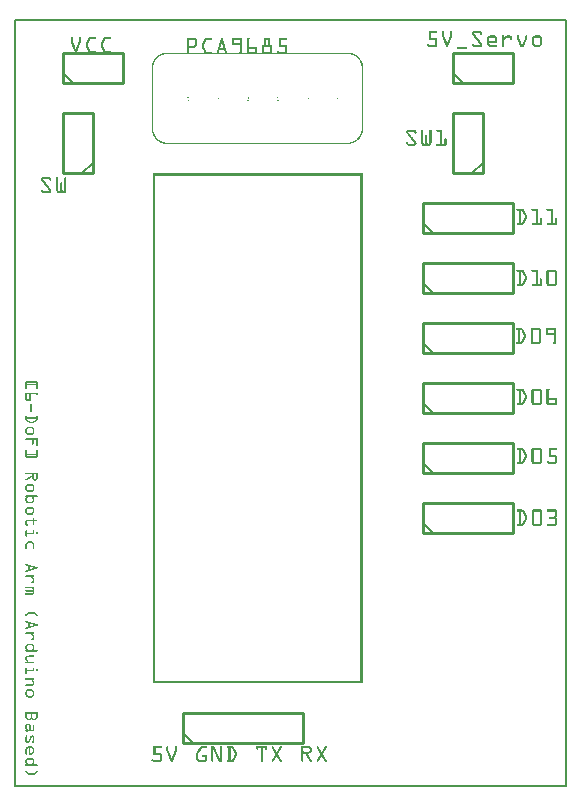
<source format=gto>
G04 MADE WITH FRITZING*
G04 WWW.FRITZING.ORG*
G04 DOUBLE SIDED*
G04 HOLES PLATED*
G04 CONTOUR ON CENTER OF CONTOUR VECTOR*
%ASAXBY*%
%FSLAX23Y23*%
%MOIN*%
%OFA0B0*%
%SFA1.0B1.0*%
%ADD10R,1.844110X2.559060X1.828110X2.543060*%
%ADD11C,0.008000*%
%ADD12C,0.010000*%
%ADD13C,0.005000*%
%ADD14R,0.001000X0.001000*%
%LNSILK1*%
G90*
G70*
G54D11*
X4Y2555D02*
X1840Y2555D01*
X1840Y4D01*
X4Y4D01*
X4Y2555D01*
D02*
G54D12*
X563Y145D02*
X963Y145D01*
D02*
X963Y145D02*
X963Y245D01*
D02*
X963Y245D02*
X563Y245D01*
D02*
X563Y245D02*
X563Y145D01*
G54D13*
D02*
X598Y145D02*
X563Y180D01*
G54D12*
D02*
X1463Y2345D02*
X1663Y2345D01*
D02*
X1663Y2345D02*
X1663Y2445D01*
D02*
X1663Y2445D02*
X1463Y2445D01*
D02*
X1463Y2445D02*
X1463Y2345D01*
G54D13*
D02*
X1498Y2345D02*
X1463Y2380D01*
G54D12*
D02*
X1563Y2045D02*
X1563Y2245D01*
D02*
X1563Y2245D02*
X1463Y2245D01*
D02*
X1463Y2245D02*
X1463Y2045D01*
D02*
X1463Y2045D02*
X1563Y2045D01*
G54D13*
D02*
X1563Y2080D02*
X1528Y2045D01*
G54D12*
D02*
X263Y2045D02*
X263Y2245D01*
D02*
X263Y2245D02*
X163Y2245D01*
D02*
X163Y2245D02*
X163Y2045D01*
D02*
X163Y2045D02*
X263Y2045D01*
G54D13*
D02*
X263Y2080D02*
X228Y2045D01*
G54D12*
D02*
X1363Y845D02*
X1663Y845D01*
D02*
X1663Y845D02*
X1663Y945D01*
D02*
X1663Y945D02*
X1363Y945D01*
D02*
X1363Y945D02*
X1363Y845D01*
G54D13*
D02*
X1398Y845D02*
X1363Y880D01*
G54D12*
D02*
X1363Y1045D02*
X1663Y1045D01*
D02*
X1663Y1045D02*
X1663Y1145D01*
D02*
X1663Y1145D02*
X1363Y1145D01*
D02*
X1363Y1145D02*
X1363Y1045D01*
G54D13*
D02*
X1398Y1045D02*
X1363Y1080D01*
G54D12*
D02*
X1363Y1245D02*
X1663Y1245D01*
D02*
X1663Y1245D02*
X1663Y1345D01*
D02*
X1663Y1345D02*
X1363Y1345D01*
D02*
X1363Y1345D02*
X1363Y1245D01*
G54D13*
D02*
X1398Y1245D02*
X1363Y1280D01*
G54D12*
D02*
X1363Y1445D02*
X1663Y1445D01*
D02*
X1663Y1445D02*
X1663Y1545D01*
D02*
X1663Y1545D02*
X1363Y1545D01*
D02*
X1363Y1545D02*
X1363Y1445D01*
G54D13*
D02*
X1398Y1445D02*
X1363Y1480D01*
G54D12*
D02*
X1363Y1645D02*
X1663Y1645D01*
D02*
X1663Y1645D02*
X1663Y1745D01*
D02*
X1663Y1745D02*
X1363Y1745D01*
D02*
X1363Y1745D02*
X1363Y1645D01*
G54D13*
D02*
X1398Y1645D02*
X1363Y1680D01*
G54D12*
D02*
X1363Y1845D02*
X1663Y1845D01*
D02*
X1663Y1845D02*
X1663Y1945D01*
D02*
X1663Y1945D02*
X1363Y1945D01*
D02*
X1363Y1945D02*
X1363Y1845D01*
G54D13*
D02*
X1398Y1845D02*
X1363Y1880D01*
G54D12*
D02*
X163Y2345D02*
X363Y2345D01*
D02*
X363Y2345D02*
X363Y2445D01*
D02*
X363Y2445D02*
X163Y2445D01*
D02*
X163Y2445D02*
X163Y2345D01*
G54D13*
D02*
X198Y2345D02*
X163Y2380D01*
G54D14*
X1384Y2519D02*
X1409Y2519D01*
X1429Y2519D02*
X1432Y2519D01*
X1457Y2519D02*
X1459Y2519D01*
X1533Y2519D02*
X1554Y2519D01*
X1384Y2518D02*
X1410Y2518D01*
X1428Y2518D02*
X1433Y2518D01*
X1456Y2518D02*
X1460Y2518D01*
X1531Y2518D02*
X1557Y2518D01*
X1384Y2517D02*
X1411Y2517D01*
X1428Y2517D02*
X1433Y2517D01*
X1455Y2517D02*
X1461Y2517D01*
X1530Y2517D02*
X1558Y2517D01*
X1384Y2516D02*
X1411Y2516D01*
X1428Y2516D02*
X1434Y2516D01*
X1455Y2516D02*
X1461Y2516D01*
X1529Y2516D02*
X1559Y2516D01*
X1384Y2515D02*
X1411Y2515D01*
X1428Y2515D02*
X1434Y2515D01*
X1455Y2515D02*
X1461Y2515D01*
X1528Y2515D02*
X1560Y2515D01*
X1384Y2514D02*
X1411Y2514D01*
X1428Y2514D02*
X1434Y2514D01*
X1455Y2514D02*
X1461Y2514D01*
X1528Y2514D02*
X1560Y2514D01*
X1384Y2513D02*
X1410Y2513D01*
X1428Y2513D02*
X1434Y2513D01*
X1455Y2513D02*
X1461Y2513D01*
X1528Y2513D02*
X1561Y2513D01*
X1384Y2512D02*
X1391Y2512D01*
X1428Y2512D02*
X1434Y2512D01*
X1455Y2512D02*
X1461Y2512D01*
X1528Y2512D02*
X1534Y2512D01*
X1554Y2512D02*
X1561Y2512D01*
X1384Y2511D02*
X1390Y2511D01*
X1428Y2511D02*
X1434Y2511D01*
X1455Y2511D02*
X1461Y2511D01*
X1528Y2511D02*
X1534Y2511D01*
X1555Y2511D02*
X1561Y2511D01*
X1384Y2510D02*
X1390Y2510D01*
X1428Y2510D02*
X1434Y2510D01*
X1455Y2510D02*
X1461Y2510D01*
X1528Y2510D02*
X1534Y2510D01*
X1555Y2510D02*
X1561Y2510D01*
X1384Y2509D02*
X1390Y2509D01*
X1428Y2509D02*
X1434Y2509D01*
X1455Y2509D02*
X1461Y2509D01*
X1528Y2509D02*
X1535Y2509D01*
X1555Y2509D02*
X1561Y2509D01*
X1384Y2508D02*
X1390Y2508D01*
X1428Y2508D02*
X1434Y2508D01*
X1455Y2508D02*
X1461Y2508D01*
X1528Y2508D02*
X1536Y2508D01*
X1556Y2508D02*
X1560Y2508D01*
X1384Y2507D02*
X1390Y2507D01*
X1428Y2507D02*
X1434Y2507D01*
X1455Y2507D02*
X1461Y2507D01*
X1529Y2507D02*
X1537Y2507D01*
X1557Y2507D02*
X1559Y2507D01*
X1384Y2506D02*
X1390Y2506D01*
X1428Y2506D02*
X1434Y2506D01*
X1455Y2506D02*
X1461Y2506D01*
X1530Y2506D02*
X1538Y2506D01*
X1384Y2505D02*
X1390Y2505D01*
X1428Y2505D02*
X1434Y2505D01*
X1455Y2505D02*
X1461Y2505D01*
X1530Y2505D02*
X1538Y2505D01*
X1384Y2504D02*
X1390Y2504D01*
X1428Y2504D02*
X1434Y2504D01*
X1455Y2504D02*
X1461Y2504D01*
X1531Y2504D02*
X1539Y2504D01*
X1587Y2504D02*
X1602Y2504D01*
X1629Y2504D02*
X1632Y2504D01*
X1643Y2504D02*
X1654Y2504D01*
X1679Y2504D02*
X1682Y2504D01*
X1707Y2504D02*
X1710Y2504D01*
X1737Y2504D02*
X1752Y2504D01*
X1384Y2503D02*
X1390Y2503D01*
X1428Y2503D02*
X1434Y2503D01*
X1454Y2503D02*
X1461Y2503D01*
X1532Y2503D02*
X1540Y2503D01*
X1585Y2503D02*
X1604Y2503D01*
X1628Y2503D02*
X1633Y2503D01*
X1642Y2503D02*
X1656Y2503D01*
X1678Y2503D02*
X1683Y2503D01*
X1706Y2503D02*
X1711Y2503D01*
X1735Y2503D02*
X1754Y2503D01*
X1384Y2502D02*
X1390Y2502D01*
X1428Y2502D02*
X1435Y2502D01*
X1454Y2502D02*
X1461Y2502D01*
X1533Y2502D02*
X1541Y2502D01*
X1584Y2502D02*
X1605Y2502D01*
X1628Y2502D02*
X1633Y2502D01*
X1640Y2502D02*
X1658Y2502D01*
X1678Y2502D02*
X1683Y2502D01*
X1705Y2502D02*
X1711Y2502D01*
X1734Y2502D02*
X1755Y2502D01*
X1384Y2501D02*
X1390Y2501D01*
X1428Y2501D02*
X1435Y2501D01*
X1454Y2501D02*
X1460Y2501D01*
X1533Y2501D02*
X1541Y2501D01*
X1582Y2501D02*
X1606Y2501D01*
X1628Y2501D02*
X1634Y2501D01*
X1639Y2501D02*
X1659Y2501D01*
X1678Y2501D02*
X1684Y2501D01*
X1705Y2501D02*
X1711Y2501D01*
X1732Y2501D02*
X1756Y2501D01*
X1384Y2500D02*
X1390Y2500D01*
X1429Y2500D02*
X1435Y2500D01*
X1453Y2500D02*
X1460Y2500D01*
X1534Y2500D02*
X1542Y2500D01*
X1581Y2500D02*
X1607Y2500D01*
X1628Y2500D02*
X1634Y2500D01*
X1638Y2500D02*
X1659Y2500D01*
X1678Y2500D02*
X1684Y2500D01*
X1705Y2500D02*
X1711Y2500D01*
X1731Y2500D02*
X1757Y2500D01*
X191Y2499D02*
X195Y2499D01*
X219Y2499D02*
X222Y2499D01*
X254Y2499D02*
X272Y2499D01*
X304Y2499D02*
X322Y2499D01*
X1384Y2499D02*
X1390Y2499D01*
X1429Y2499D02*
X1436Y2499D01*
X1453Y2499D02*
X1459Y2499D01*
X1535Y2499D02*
X1543Y2499D01*
X1580Y2499D02*
X1608Y2499D01*
X1628Y2499D02*
X1634Y2499D01*
X1637Y2499D02*
X1660Y2499D01*
X1678Y2499D02*
X1684Y2499D01*
X1705Y2499D02*
X1711Y2499D01*
X1730Y2499D02*
X1758Y2499D01*
X190Y2498D02*
X196Y2498D01*
X218Y2498D02*
X223Y2498D01*
X252Y2498D02*
X273Y2498D01*
X302Y2498D02*
X323Y2498D01*
X1384Y2498D02*
X1390Y2498D01*
X1430Y2498D02*
X1436Y2498D01*
X1452Y2498D02*
X1459Y2498D01*
X1536Y2498D02*
X1544Y2498D01*
X1579Y2498D02*
X1609Y2498D01*
X1628Y2498D02*
X1634Y2498D01*
X1636Y2498D02*
X1660Y2498D01*
X1678Y2498D02*
X1684Y2498D01*
X1705Y2498D02*
X1711Y2498D01*
X1729Y2498D02*
X1759Y2498D01*
X190Y2497D02*
X196Y2497D01*
X218Y2497D02*
X223Y2497D01*
X251Y2497D02*
X273Y2497D01*
X301Y2497D02*
X323Y2497D01*
X577Y2497D02*
X601Y2497D01*
X643Y2497D02*
X657Y2497D01*
X693Y2497D02*
X694Y2497D01*
X729Y2497D02*
X757Y2497D01*
X779Y2497D02*
X783Y2497D01*
X836Y2497D02*
X851Y2497D01*
X884Y2497D02*
X907Y2497D01*
X1384Y2497D02*
X1390Y2497D01*
X1430Y2497D02*
X1437Y2497D01*
X1452Y2497D02*
X1459Y2497D01*
X1537Y2497D02*
X1545Y2497D01*
X1579Y2497D02*
X1587Y2497D01*
X1601Y2497D02*
X1610Y2497D01*
X1628Y2497D02*
X1644Y2497D01*
X1654Y2497D02*
X1661Y2497D01*
X1678Y2497D02*
X1684Y2497D01*
X1705Y2497D02*
X1711Y2497D01*
X1729Y2497D02*
X1737Y2497D01*
X1751Y2497D02*
X1760Y2497D01*
X190Y2496D02*
X196Y2496D01*
X217Y2496D02*
X223Y2496D01*
X250Y2496D02*
X273Y2496D01*
X300Y2496D02*
X323Y2496D01*
X577Y2496D02*
X604Y2496D01*
X640Y2496D02*
X659Y2496D01*
X691Y2496D02*
X695Y2496D01*
X728Y2496D02*
X759Y2496D01*
X778Y2496D02*
X785Y2496D01*
X835Y2496D02*
X852Y2496D01*
X884Y2496D02*
X909Y2496D01*
X1384Y2496D02*
X1391Y2496D01*
X1430Y2496D02*
X1437Y2496D01*
X1452Y2496D02*
X1458Y2496D01*
X1537Y2496D02*
X1545Y2496D01*
X1578Y2496D02*
X1586Y2496D01*
X1603Y2496D02*
X1610Y2496D01*
X1628Y2496D02*
X1643Y2496D01*
X1655Y2496D02*
X1661Y2496D01*
X1678Y2496D02*
X1684Y2496D01*
X1705Y2496D02*
X1711Y2496D01*
X1728Y2496D02*
X1736Y2496D01*
X1753Y2496D02*
X1760Y2496D01*
X190Y2495D02*
X196Y2495D01*
X217Y2495D02*
X223Y2495D01*
X249Y2495D02*
X273Y2495D01*
X299Y2495D02*
X323Y2495D01*
X577Y2495D02*
X606Y2495D01*
X638Y2495D02*
X660Y2495D01*
X691Y2495D02*
X696Y2495D01*
X727Y2495D02*
X760Y2495D01*
X777Y2495D02*
X786Y2495D01*
X834Y2495D02*
X853Y2495D01*
X884Y2495D02*
X910Y2495D01*
X1384Y2495D02*
X1407Y2495D01*
X1431Y2495D02*
X1437Y2495D01*
X1451Y2495D02*
X1458Y2495D01*
X1538Y2495D02*
X1546Y2495D01*
X1578Y2495D02*
X1585Y2495D01*
X1604Y2495D02*
X1611Y2495D01*
X1628Y2495D02*
X1642Y2495D01*
X1655Y2495D02*
X1661Y2495D01*
X1678Y2495D02*
X1684Y2495D01*
X1705Y2495D02*
X1711Y2495D01*
X1728Y2495D02*
X1735Y2495D01*
X1754Y2495D02*
X1761Y2495D01*
X190Y2494D02*
X196Y2494D01*
X217Y2494D02*
X223Y2494D01*
X248Y2494D02*
X272Y2494D01*
X298Y2494D02*
X322Y2494D01*
X577Y2494D02*
X607Y2494D01*
X637Y2494D02*
X660Y2494D01*
X690Y2494D02*
X696Y2494D01*
X727Y2494D02*
X760Y2494D01*
X777Y2494D02*
X786Y2494D01*
X834Y2494D02*
X853Y2494D01*
X884Y2494D02*
X910Y2494D01*
X1384Y2494D02*
X1409Y2494D01*
X1431Y2494D02*
X1438Y2494D01*
X1451Y2494D02*
X1457Y2494D01*
X1539Y2494D02*
X1547Y2494D01*
X1578Y2494D02*
X1584Y2494D01*
X1604Y2494D02*
X1611Y2494D01*
X1628Y2494D02*
X1641Y2494D01*
X1655Y2494D02*
X1661Y2494D01*
X1678Y2494D02*
X1684Y2494D01*
X1704Y2494D02*
X1711Y2494D01*
X1728Y2494D02*
X1734Y2494D01*
X1754Y2494D02*
X1761Y2494D01*
X190Y2493D02*
X196Y2493D01*
X217Y2493D02*
X223Y2493D01*
X248Y2493D02*
X271Y2493D01*
X298Y2493D02*
X321Y2493D01*
X577Y2493D02*
X608Y2493D01*
X636Y2493D02*
X660Y2493D01*
X690Y2493D02*
X697Y2493D01*
X727Y2493D02*
X760Y2493D01*
X777Y2493D02*
X786Y2493D01*
X834Y2493D02*
X853Y2493D01*
X884Y2493D02*
X910Y2493D01*
X1384Y2493D02*
X1410Y2493D01*
X1432Y2493D02*
X1438Y2493D01*
X1451Y2493D02*
X1457Y2493D01*
X1540Y2493D02*
X1548Y2493D01*
X1578Y2493D02*
X1584Y2493D01*
X1605Y2493D02*
X1611Y2493D01*
X1628Y2493D02*
X1640Y2493D01*
X1655Y2493D02*
X1661Y2493D01*
X1678Y2493D02*
X1685Y2493D01*
X1704Y2493D02*
X1710Y2493D01*
X1728Y2493D02*
X1734Y2493D01*
X1755Y2493D02*
X1761Y2493D01*
X190Y2492D02*
X196Y2492D01*
X217Y2492D02*
X223Y2492D01*
X247Y2492D02*
X255Y2492D01*
X297Y2492D02*
X305Y2492D01*
X577Y2492D02*
X609Y2492D01*
X636Y2492D02*
X660Y2492D01*
X690Y2492D02*
X697Y2492D01*
X727Y2492D02*
X760Y2492D01*
X777Y2492D02*
X786Y2492D01*
X834Y2492D02*
X853Y2492D01*
X884Y2492D02*
X910Y2492D01*
X1384Y2492D02*
X1410Y2492D01*
X1432Y2492D02*
X1439Y2492D01*
X1450Y2492D02*
X1457Y2492D01*
X1540Y2492D02*
X1548Y2492D01*
X1578Y2492D02*
X1584Y2492D01*
X1605Y2492D02*
X1611Y2492D01*
X1628Y2492D02*
X1639Y2492D01*
X1655Y2492D02*
X1661Y2492D01*
X1679Y2492D02*
X1685Y2492D01*
X1703Y2492D02*
X1710Y2492D01*
X1728Y2492D02*
X1734Y2492D01*
X1755Y2492D02*
X1761Y2492D01*
X190Y2491D02*
X196Y2491D01*
X217Y2491D02*
X223Y2491D01*
X247Y2491D02*
X254Y2491D01*
X297Y2491D02*
X304Y2491D01*
X577Y2491D02*
X609Y2491D01*
X635Y2491D02*
X659Y2491D01*
X690Y2491D02*
X697Y2491D01*
X727Y2491D02*
X760Y2491D01*
X777Y2491D02*
X785Y2491D01*
X834Y2491D02*
X853Y2491D01*
X884Y2491D02*
X909Y2491D01*
X1384Y2491D02*
X1411Y2491D01*
X1432Y2491D02*
X1439Y2491D01*
X1450Y2491D02*
X1456Y2491D01*
X1541Y2491D02*
X1549Y2491D01*
X1578Y2491D02*
X1584Y2491D01*
X1605Y2491D02*
X1611Y2491D01*
X1628Y2491D02*
X1637Y2491D01*
X1655Y2491D02*
X1661Y2491D01*
X1679Y2491D02*
X1686Y2491D01*
X1703Y2491D02*
X1710Y2491D01*
X1728Y2491D02*
X1734Y2491D01*
X1755Y2491D02*
X1761Y2491D01*
X190Y2490D02*
X196Y2490D01*
X217Y2490D02*
X223Y2490D01*
X246Y2490D02*
X253Y2490D01*
X296Y2490D02*
X303Y2490D01*
X577Y2490D02*
X583Y2490D01*
X601Y2490D02*
X610Y2490D01*
X635Y2490D02*
X643Y2490D01*
X689Y2490D02*
X698Y2490D01*
X727Y2490D02*
X733Y2490D01*
X754Y2490D02*
X760Y2490D01*
X777Y2490D02*
X783Y2490D01*
X834Y2490D02*
X840Y2490D01*
X847Y2490D02*
X853Y2490D01*
X884Y2490D02*
X890Y2490D01*
X1384Y2490D02*
X1411Y2490D01*
X1433Y2490D02*
X1439Y2490D01*
X1449Y2490D02*
X1456Y2490D01*
X1542Y2490D02*
X1550Y2490D01*
X1578Y2490D02*
X1584Y2490D01*
X1605Y2490D02*
X1611Y2490D01*
X1628Y2490D02*
X1636Y2490D01*
X1656Y2490D02*
X1660Y2490D01*
X1679Y2490D02*
X1686Y2490D01*
X1702Y2490D02*
X1709Y2490D01*
X1728Y2490D02*
X1734Y2490D01*
X1755Y2490D02*
X1761Y2490D01*
X190Y2489D02*
X196Y2489D01*
X217Y2489D02*
X223Y2489D01*
X246Y2489D02*
X253Y2489D01*
X296Y2489D02*
X303Y2489D01*
X577Y2489D02*
X583Y2489D01*
X603Y2489D02*
X610Y2489D01*
X634Y2489D02*
X641Y2489D01*
X689Y2489D02*
X698Y2489D01*
X727Y2489D02*
X733Y2489D01*
X754Y2489D02*
X760Y2489D01*
X777Y2489D02*
X783Y2489D01*
X834Y2489D02*
X840Y2489D01*
X847Y2489D02*
X853Y2489D01*
X884Y2489D02*
X890Y2489D01*
X1385Y2489D02*
X1411Y2489D01*
X1433Y2489D02*
X1440Y2489D01*
X1449Y2489D02*
X1456Y2489D01*
X1543Y2489D02*
X1551Y2489D01*
X1578Y2489D02*
X1584Y2489D01*
X1605Y2489D02*
X1611Y2489D01*
X1628Y2489D02*
X1635Y2489D01*
X1657Y2489D02*
X1659Y2489D01*
X1680Y2489D02*
X1687Y2489D01*
X1702Y2489D02*
X1709Y2489D01*
X1728Y2489D02*
X1734Y2489D01*
X1755Y2489D02*
X1761Y2489D01*
X190Y2488D02*
X196Y2488D01*
X217Y2488D02*
X223Y2488D01*
X246Y2488D02*
X252Y2488D01*
X295Y2488D02*
X302Y2488D01*
X577Y2488D02*
X583Y2488D01*
X604Y2488D02*
X610Y2488D01*
X634Y2488D02*
X641Y2488D01*
X689Y2488D02*
X698Y2488D01*
X727Y2488D02*
X733Y2488D01*
X754Y2488D02*
X760Y2488D01*
X777Y2488D02*
X783Y2488D01*
X834Y2488D02*
X840Y2488D01*
X847Y2488D02*
X853Y2488D01*
X884Y2488D02*
X890Y2488D01*
X1405Y2488D02*
X1411Y2488D01*
X1433Y2488D02*
X1440Y2488D01*
X1449Y2488D02*
X1455Y2488D01*
X1544Y2488D02*
X1552Y2488D01*
X1578Y2488D02*
X1584Y2488D01*
X1605Y2488D02*
X1611Y2488D01*
X1628Y2488D02*
X1634Y2488D01*
X1680Y2488D02*
X1687Y2488D01*
X1702Y2488D02*
X1708Y2488D01*
X1728Y2488D02*
X1734Y2488D01*
X1755Y2488D02*
X1761Y2488D01*
X190Y2487D02*
X196Y2487D01*
X217Y2487D02*
X223Y2487D01*
X245Y2487D02*
X252Y2487D01*
X295Y2487D02*
X302Y2487D01*
X577Y2487D02*
X583Y2487D01*
X604Y2487D02*
X610Y2487D01*
X633Y2487D02*
X640Y2487D01*
X688Y2487D02*
X699Y2487D01*
X727Y2487D02*
X733Y2487D01*
X754Y2487D02*
X760Y2487D01*
X777Y2487D02*
X783Y2487D01*
X834Y2487D02*
X840Y2487D01*
X847Y2487D02*
X853Y2487D01*
X884Y2487D02*
X890Y2487D01*
X1405Y2487D02*
X1411Y2487D01*
X1434Y2487D02*
X1440Y2487D01*
X1448Y2487D02*
X1455Y2487D01*
X1544Y2487D02*
X1552Y2487D01*
X1578Y2487D02*
X1584Y2487D01*
X1605Y2487D02*
X1611Y2487D01*
X1628Y2487D02*
X1634Y2487D01*
X1681Y2487D02*
X1687Y2487D01*
X1701Y2487D02*
X1708Y2487D01*
X1728Y2487D02*
X1734Y2487D01*
X1755Y2487D02*
X1761Y2487D01*
X190Y2486D02*
X196Y2486D01*
X217Y2486D02*
X223Y2486D01*
X245Y2486D02*
X251Y2486D01*
X295Y2486D02*
X301Y2486D01*
X577Y2486D02*
X583Y2486D01*
X604Y2486D02*
X610Y2486D01*
X633Y2486D02*
X640Y2486D01*
X688Y2486D02*
X699Y2486D01*
X727Y2486D02*
X733Y2486D01*
X754Y2486D02*
X760Y2486D01*
X777Y2486D02*
X783Y2486D01*
X834Y2486D02*
X840Y2486D01*
X847Y2486D02*
X853Y2486D01*
X884Y2486D02*
X890Y2486D01*
X1405Y2486D02*
X1411Y2486D01*
X1434Y2486D02*
X1441Y2486D01*
X1448Y2486D02*
X1454Y2486D01*
X1545Y2486D02*
X1553Y2486D01*
X1578Y2486D02*
X1611Y2486D01*
X1628Y2486D02*
X1634Y2486D01*
X1681Y2486D02*
X1688Y2486D01*
X1701Y2486D02*
X1707Y2486D01*
X1728Y2486D02*
X1734Y2486D01*
X1755Y2486D02*
X1761Y2486D01*
X190Y2485D02*
X196Y2485D01*
X217Y2485D02*
X223Y2485D01*
X244Y2485D02*
X251Y2485D01*
X294Y2485D02*
X301Y2485D01*
X577Y2485D02*
X583Y2485D01*
X604Y2485D02*
X610Y2485D01*
X632Y2485D02*
X639Y2485D01*
X688Y2485D02*
X699Y2485D01*
X727Y2485D02*
X733Y2485D01*
X754Y2485D02*
X760Y2485D01*
X777Y2485D02*
X783Y2485D01*
X834Y2485D02*
X840Y2485D01*
X847Y2485D02*
X853Y2485D01*
X884Y2485D02*
X890Y2485D01*
X1405Y2485D02*
X1411Y2485D01*
X1435Y2485D02*
X1441Y2485D01*
X1447Y2485D02*
X1454Y2485D01*
X1546Y2485D02*
X1554Y2485D01*
X1578Y2485D02*
X1611Y2485D01*
X1628Y2485D02*
X1634Y2485D01*
X1682Y2485D02*
X1688Y2485D01*
X1700Y2485D02*
X1707Y2485D01*
X1728Y2485D02*
X1734Y2485D01*
X1755Y2485D02*
X1761Y2485D01*
X190Y2484D02*
X196Y2484D01*
X217Y2484D02*
X223Y2484D01*
X244Y2484D02*
X250Y2484D01*
X294Y2484D02*
X300Y2484D01*
X577Y2484D02*
X583Y2484D01*
X604Y2484D02*
X610Y2484D01*
X632Y2484D02*
X639Y2484D01*
X687Y2484D02*
X699Y2484D01*
X727Y2484D02*
X733Y2484D01*
X754Y2484D02*
X760Y2484D01*
X777Y2484D02*
X783Y2484D01*
X834Y2484D02*
X840Y2484D01*
X847Y2484D02*
X853Y2484D01*
X884Y2484D02*
X890Y2484D01*
X1405Y2484D02*
X1411Y2484D01*
X1435Y2484D02*
X1442Y2484D01*
X1447Y2484D02*
X1454Y2484D01*
X1547Y2484D02*
X1555Y2484D01*
X1578Y2484D02*
X1611Y2484D01*
X1628Y2484D02*
X1634Y2484D01*
X1682Y2484D02*
X1689Y2484D01*
X1700Y2484D02*
X1706Y2484D01*
X1728Y2484D02*
X1734Y2484D01*
X1755Y2484D02*
X1761Y2484D01*
X190Y2483D02*
X197Y2483D01*
X217Y2483D02*
X223Y2483D01*
X243Y2483D02*
X250Y2483D01*
X293Y2483D02*
X300Y2483D01*
X577Y2483D02*
X583Y2483D01*
X604Y2483D02*
X610Y2483D01*
X631Y2483D02*
X638Y2483D01*
X687Y2483D02*
X700Y2483D01*
X727Y2483D02*
X733Y2483D01*
X754Y2483D02*
X760Y2483D01*
X777Y2483D02*
X783Y2483D01*
X834Y2483D02*
X840Y2483D01*
X847Y2483D02*
X853Y2483D01*
X884Y2483D02*
X890Y2483D01*
X1405Y2483D02*
X1411Y2483D01*
X1435Y2483D02*
X1442Y2483D01*
X1447Y2483D02*
X1453Y2483D01*
X1547Y2483D02*
X1555Y2483D01*
X1578Y2483D02*
X1611Y2483D01*
X1628Y2483D02*
X1634Y2483D01*
X1683Y2483D02*
X1689Y2483D01*
X1699Y2483D02*
X1706Y2483D01*
X1728Y2483D02*
X1734Y2483D01*
X1755Y2483D02*
X1761Y2483D01*
X191Y2482D02*
X197Y2482D01*
X216Y2482D02*
X223Y2482D01*
X243Y2482D02*
X249Y2482D01*
X293Y2482D02*
X299Y2482D01*
X577Y2482D02*
X583Y2482D01*
X604Y2482D02*
X610Y2482D01*
X631Y2482D02*
X638Y2482D01*
X687Y2482D02*
X700Y2482D01*
X727Y2482D02*
X733Y2482D01*
X754Y2482D02*
X760Y2482D01*
X777Y2482D02*
X783Y2482D01*
X834Y2482D02*
X840Y2482D01*
X847Y2482D02*
X853Y2482D01*
X884Y2482D02*
X890Y2482D01*
X1405Y2482D02*
X1411Y2482D01*
X1436Y2482D02*
X1442Y2482D01*
X1446Y2482D02*
X1453Y2482D01*
X1548Y2482D02*
X1556Y2482D01*
X1578Y2482D02*
X1611Y2482D01*
X1628Y2482D02*
X1634Y2482D01*
X1683Y2482D02*
X1690Y2482D01*
X1699Y2482D02*
X1706Y2482D01*
X1728Y2482D02*
X1734Y2482D01*
X1755Y2482D02*
X1761Y2482D01*
X191Y2481D02*
X198Y2481D01*
X216Y2481D02*
X222Y2481D01*
X242Y2481D02*
X249Y2481D01*
X292Y2481D02*
X299Y2481D01*
X577Y2481D02*
X583Y2481D01*
X604Y2481D02*
X610Y2481D01*
X630Y2481D02*
X637Y2481D01*
X687Y2481D02*
X700Y2481D01*
X727Y2481D02*
X733Y2481D01*
X754Y2481D02*
X760Y2481D01*
X777Y2481D02*
X783Y2481D01*
X834Y2481D02*
X840Y2481D01*
X847Y2481D02*
X853Y2481D01*
X884Y2481D02*
X890Y2481D01*
X1405Y2481D02*
X1411Y2481D01*
X1436Y2481D02*
X1443Y2481D01*
X1446Y2481D02*
X1452Y2481D01*
X1549Y2481D02*
X1557Y2481D01*
X1578Y2481D02*
X1610Y2481D01*
X1628Y2481D02*
X1634Y2481D01*
X1683Y2481D02*
X1690Y2481D01*
X1699Y2481D02*
X1705Y2481D01*
X1728Y2481D02*
X1734Y2481D01*
X1755Y2481D02*
X1761Y2481D01*
X191Y2480D02*
X198Y2480D01*
X215Y2480D02*
X222Y2480D01*
X242Y2480D02*
X248Y2480D01*
X292Y2480D02*
X298Y2480D01*
X577Y2480D02*
X583Y2480D01*
X604Y2480D02*
X610Y2480D01*
X630Y2480D02*
X637Y2480D01*
X686Y2480D02*
X701Y2480D01*
X727Y2480D02*
X733Y2480D01*
X754Y2480D02*
X760Y2480D01*
X777Y2480D02*
X783Y2480D01*
X834Y2480D02*
X840Y2480D01*
X847Y2480D02*
X853Y2480D01*
X884Y2480D02*
X890Y2480D01*
X1405Y2480D02*
X1411Y2480D01*
X1437Y2480D02*
X1443Y2480D01*
X1445Y2480D02*
X1452Y2480D01*
X1550Y2480D02*
X1558Y2480D01*
X1578Y2480D02*
X1608Y2480D01*
X1628Y2480D02*
X1634Y2480D01*
X1684Y2480D02*
X1690Y2480D01*
X1698Y2480D02*
X1705Y2480D01*
X1728Y2480D02*
X1734Y2480D01*
X1755Y2480D02*
X1761Y2480D01*
X192Y2479D02*
X198Y2479D01*
X215Y2479D02*
X222Y2479D01*
X241Y2479D02*
X248Y2479D01*
X291Y2479D02*
X298Y2479D01*
X577Y2479D02*
X583Y2479D01*
X604Y2479D02*
X610Y2479D01*
X629Y2479D02*
X636Y2479D01*
X686Y2479D02*
X692Y2479D01*
X695Y2479D02*
X701Y2479D01*
X727Y2479D02*
X760Y2479D01*
X777Y2479D02*
X783Y2479D01*
X834Y2479D02*
X840Y2479D01*
X847Y2479D02*
X853Y2479D01*
X884Y2479D02*
X890Y2479D01*
X1405Y2479D02*
X1411Y2479D01*
X1437Y2479D02*
X1452Y2479D01*
X1551Y2479D02*
X1559Y2479D01*
X1578Y2479D02*
X1584Y2479D01*
X1628Y2479D02*
X1634Y2479D01*
X1684Y2479D02*
X1691Y2479D01*
X1698Y2479D02*
X1704Y2479D01*
X1728Y2479D02*
X1734Y2479D01*
X1755Y2479D02*
X1761Y2479D01*
X192Y2478D02*
X199Y2478D01*
X215Y2478D02*
X221Y2478D01*
X241Y2478D02*
X247Y2478D01*
X291Y2478D02*
X297Y2478D01*
X577Y2478D02*
X583Y2478D01*
X604Y2478D02*
X610Y2478D01*
X629Y2478D02*
X636Y2478D01*
X686Y2478D02*
X692Y2478D01*
X695Y2478D02*
X701Y2478D01*
X727Y2478D02*
X760Y2478D01*
X777Y2478D02*
X783Y2478D01*
X834Y2478D02*
X840Y2478D01*
X847Y2478D02*
X853Y2478D01*
X884Y2478D02*
X890Y2478D01*
X1405Y2478D02*
X1411Y2478D01*
X1437Y2478D02*
X1451Y2478D01*
X1530Y2478D02*
X1531Y2478D01*
X1551Y2478D02*
X1559Y2478D01*
X1578Y2478D02*
X1584Y2478D01*
X1628Y2478D02*
X1634Y2478D01*
X1685Y2478D02*
X1691Y2478D01*
X1697Y2478D02*
X1704Y2478D01*
X1728Y2478D02*
X1734Y2478D01*
X1755Y2478D02*
X1761Y2478D01*
X193Y2477D02*
X199Y2477D01*
X214Y2477D02*
X221Y2477D01*
X240Y2477D02*
X247Y2477D01*
X290Y2477D02*
X297Y2477D01*
X577Y2477D02*
X583Y2477D01*
X604Y2477D02*
X610Y2477D01*
X628Y2477D02*
X635Y2477D01*
X685Y2477D02*
X692Y2477D01*
X695Y2477D02*
X701Y2477D01*
X727Y2477D02*
X760Y2477D01*
X777Y2477D02*
X783Y2477D01*
X834Y2477D02*
X840Y2477D01*
X847Y2477D02*
X853Y2477D01*
X884Y2477D02*
X890Y2477D01*
X1405Y2477D02*
X1411Y2477D01*
X1438Y2477D02*
X1451Y2477D01*
X1528Y2477D02*
X1533Y2477D01*
X1552Y2477D02*
X1560Y2477D01*
X1578Y2477D02*
X1584Y2477D01*
X1628Y2477D02*
X1634Y2477D01*
X1685Y2477D02*
X1692Y2477D01*
X1697Y2477D02*
X1703Y2477D01*
X1728Y2477D02*
X1734Y2477D01*
X1755Y2477D02*
X1761Y2477D01*
X193Y2476D02*
X200Y2476D01*
X214Y2476D02*
X220Y2476D01*
X240Y2476D02*
X246Y2476D01*
X290Y2476D02*
X296Y2476D01*
X577Y2476D02*
X583Y2476D01*
X604Y2476D02*
X610Y2476D01*
X628Y2476D02*
X635Y2476D01*
X685Y2476D02*
X691Y2476D01*
X695Y2476D02*
X702Y2476D01*
X727Y2476D02*
X760Y2476D01*
X777Y2476D02*
X783Y2476D01*
X834Y2476D02*
X840Y2476D01*
X847Y2476D02*
X853Y2476D01*
X884Y2476D02*
X890Y2476D01*
X1405Y2476D02*
X1411Y2476D01*
X1438Y2476D02*
X1450Y2476D01*
X1528Y2476D02*
X1533Y2476D01*
X1553Y2476D02*
X1561Y2476D01*
X1578Y2476D02*
X1584Y2476D01*
X1628Y2476D02*
X1634Y2476D01*
X1686Y2476D02*
X1692Y2476D01*
X1696Y2476D02*
X1703Y2476D01*
X1728Y2476D02*
X1734Y2476D01*
X1755Y2476D02*
X1761Y2476D01*
X193Y2475D02*
X200Y2475D01*
X213Y2475D02*
X220Y2475D01*
X240Y2475D02*
X246Y2475D01*
X290Y2475D02*
X296Y2475D01*
X577Y2475D02*
X583Y2475D01*
X604Y2475D02*
X610Y2475D01*
X628Y2475D02*
X634Y2475D01*
X685Y2475D02*
X691Y2475D01*
X696Y2475D02*
X702Y2475D01*
X727Y2475D02*
X760Y2475D01*
X777Y2475D02*
X783Y2475D01*
X834Y2475D02*
X840Y2475D01*
X847Y2475D02*
X853Y2475D01*
X884Y2475D02*
X890Y2475D01*
X1380Y2475D02*
X1381Y2475D01*
X1405Y2475D02*
X1411Y2475D01*
X1439Y2475D02*
X1450Y2475D01*
X1528Y2475D02*
X1534Y2475D01*
X1554Y2475D02*
X1561Y2475D01*
X1578Y2475D02*
X1585Y2475D01*
X1628Y2475D02*
X1634Y2475D01*
X1686Y2475D02*
X1693Y2475D01*
X1696Y2475D02*
X1703Y2475D01*
X1728Y2475D02*
X1735Y2475D01*
X1754Y2475D02*
X1761Y2475D01*
X194Y2474D02*
X200Y2474D01*
X213Y2474D02*
X220Y2474D01*
X240Y2474D02*
X246Y2474D01*
X290Y2474D02*
X296Y2474D01*
X577Y2474D02*
X583Y2474D01*
X604Y2474D02*
X610Y2474D01*
X627Y2474D02*
X634Y2474D01*
X685Y2474D02*
X691Y2474D01*
X696Y2474D02*
X702Y2474D01*
X727Y2474D02*
X760Y2474D01*
X777Y2474D02*
X783Y2474D01*
X834Y2474D02*
X840Y2474D01*
X847Y2474D02*
X853Y2474D01*
X884Y2474D02*
X890Y2474D01*
X1378Y2474D02*
X1383Y2474D01*
X1405Y2474D02*
X1411Y2474D01*
X1439Y2474D02*
X1450Y2474D01*
X1528Y2474D02*
X1534Y2474D01*
X1554Y2474D02*
X1561Y2474D01*
X1578Y2474D02*
X1586Y2474D01*
X1628Y2474D02*
X1634Y2474D01*
X1686Y2474D02*
X1693Y2474D01*
X1695Y2474D02*
X1702Y2474D01*
X1728Y2474D02*
X1736Y2474D01*
X1753Y2474D02*
X1760Y2474D01*
X194Y2473D02*
X201Y2473D01*
X213Y2473D02*
X219Y2473D01*
X240Y2473D02*
X246Y2473D01*
X290Y2473D02*
X296Y2473D01*
X577Y2473D02*
X583Y2473D01*
X604Y2473D02*
X610Y2473D01*
X627Y2473D02*
X633Y2473D01*
X684Y2473D02*
X691Y2473D01*
X696Y2473D02*
X703Y2473D01*
X728Y2473D02*
X760Y2473D01*
X777Y2473D02*
X783Y2473D01*
X831Y2473D02*
X856Y2473D01*
X884Y2473D02*
X906Y2473D01*
X1378Y2473D02*
X1386Y2473D01*
X1405Y2473D02*
X1411Y2473D01*
X1439Y2473D02*
X1449Y2473D01*
X1528Y2473D02*
X1534Y2473D01*
X1555Y2473D02*
X1561Y2473D01*
X1579Y2473D02*
X1587Y2473D01*
X1628Y2473D02*
X1634Y2473D01*
X1687Y2473D02*
X1702Y2473D01*
X1729Y2473D02*
X1737Y2473D01*
X1751Y2473D02*
X1760Y2473D01*
X195Y2472D02*
X201Y2472D01*
X212Y2472D02*
X219Y2472D01*
X240Y2472D02*
X246Y2472D01*
X290Y2472D02*
X296Y2472D01*
X577Y2472D02*
X583Y2472D01*
X604Y2472D02*
X610Y2472D01*
X627Y2472D02*
X633Y2472D01*
X684Y2472D02*
X690Y2472D01*
X697Y2472D02*
X703Y2472D01*
X754Y2472D02*
X760Y2472D01*
X777Y2472D02*
X783Y2472D01*
X829Y2472D02*
X858Y2472D01*
X884Y2472D02*
X907Y2472D01*
X1378Y2472D02*
X1411Y2472D01*
X1440Y2472D02*
X1449Y2472D01*
X1528Y2472D02*
X1561Y2472D01*
X1579Y2472D02*
X1609Y2472D01*
X1628Y2472D02*
X1634Y2472D01*
X1687Y2472D02*
X1701Y2472D01*
X1729Y2472D02*
X1759Y2472D01*
X195Y2471D02*
X202Y2471D01*
X212Y2471D02*
X218Y2471D01*
X240Y2471D02*
X246Y2471D01*
X290Y2471D02*
X296Y2471D01*
X577Y2471D02*
X583Y2471D01*
X602Y2471D02*
X610Y2471D01*
X627Y2471D02*
X633Y2471D01*
X684Y2471D02*
X690Y2471D01*
X697Y2471D02*
X703Y2471D01*
X754Y2471D02*
X760Y2471D01*
X777Y2471D02*
X783Y2471D01*
X828Y2471D02*
X859Y2471D01*
X884Y2471D02*
X909Y2471D01*
X1378Y2471D02*
X1411Y2471D01*
X1440Y2471D02*
X1448Y2471D01*
X1528Y2471D02*
X1561Y2471D01*
X1580Y2471D02*
X1610Y2471D01*
X1628Y2471D02*
X1634Y2471D01*
X1688Y2471D02*
X1701Y2471D01*
X1730Y2471D02*
X1758Y2471D01*
X195Y2470D02*
X202Y2470D01*
X211Y2470D02*
X218Y2470D01*
X240Y2470D02*
X246Y2470D01*
X290Y2470D02*
X296Y2470D01*
X577Y2470D02*
X609Y2470D01*
X627Y2470D02*
X633Y2470D01*
X683Y2470D02*
X690Y2470D01*
X697Y2470D02*
X703Y2470D01*
X754Y2470D02*
X760Y2470D01*
X777Y2470D02*
X783Y2470D01*
X828Y2470D02*
X859Y2470D01*
X884Y2470D02*
X909Y2470D01*
X1378Y2470D02*
X1411Y2470D01*
X1440Y2470D02*
X1448Y2470D01*
X1529Y2470D02*
X1560Y2470D01*
X1581Y2470D02*
X1611Y2470D01*
X1628Y2470D02*
X1634Y2470D01*
X1688Y2470D02*
X1700Y2470D01*
X1731Y2470D02*
X1757Y2470D01*
X196Y2469D02*
X202Y2469D01*
X211Y2469D02*
X218Y2469D01*
X240Y2469D02*
X247Y2469D01*
X290Y2469D02*
X297Y2469D01*
X577Y2469D02*
X609Y2469D01*
X627Y2469D02*
X633Y2469D01*
X683Y2469D02*
X689Y2469D01*
X697Y2469D02*
X704Y2469D01*
X754Y2469D02*
X760Y2469D01*
X777Y2469D02*
X783Y2469D01*
X827Y2469D02*
X860Y2469D01*
X884Y2469D02*
X910Y2469D01*
X1379Y2469D02*
X1410Y2469D01*
X1441Y2469D02*
X1448Y2469D01*
X1529Y2469D02*
X1560Y2469D01*
X1582Y2469D02*
X1611Y2469D01*
X1628Y2469D02*
X1634Y2469D01*
X1689Y2469D02*
X1700Y2469D01*
X1732Y2469D02*
X1756Y2469D01*
X196Y2468D02*
X203Y2468D01*
X211Y2468D02*
X217Y2468D01*
X241Y2468D02*
X247Y2468D01*
X291Y2468D02*
X297Y2468D01*
X577Y2468D02*
X608Y2468D01*
X627Y2468D02*
X633Y2468D01*
X683Y2468D02*
X689Y2468D01*
X698Y2468D02*
X704Y2468D01*
X754Y2468D02*
X760Y2468D01*
X777Y2468D02*
X783Y2468D01*
X827Y2468D02*
X860Y2468D01*
X884Y2468D02*
X910Y2468D01*
X1380Y2468D02*
X1410Y2468D01*
X1441Y2468D02*
X1447Y2468D01*
X1530Y2468D02*
X1559Y2468D01*
X1583Y2468D02*
X1611Y2468D01*
X1628Y2468D02*
X1633Y2468D01*
X1689Y2468D02*
X1699Y2468D01*
X1733Y2468D02*
X1755Y2468D01*
X196Y2467D02*
X203Y2467D01*
X210Y2467D02*
X217Y2467D01*
X241Y2467D02*
X248Y2467D01*
X291Y2467D02*
X298Y2467D01*
X577Y2467D02*
X607Y2467D01*
X627Y2467D02*
X633Y2467D01*
X683Y2467D02*
X689Y2467D01*
X698Y2467D02*
X704Y2467D01*
X754Y2467D02*
X760Y2467D01*
X777Y2467D02*
X809Y2467D01*
X827Y2467D02*
X860Y2467D01*
X884Y2467D02*
X910Y2467D01*
X1383Y2467D02*
X1409Y2467D01*
X1442Y2467D02*
X1447Y2467D01*
X1531Y2467D02*
X1558Y2467D01*
X1585Y2467D02*
X1611Y2467D01*
X1628Y2467D02*
X1633Y2467D01*
X1690Y2467D02*
X1699Y2467D01*
X1735Y2467D02*
X1754Y2467D01*
X197Y2466D02*
X203Y2466D01*
X210Y2466D02*
X216Y2466D01*
X241Y2466D02*
X248Y2466D01*
X291Y2466D02*
X298Y2466D01*
X577Y2466D02*
X606Y2466D01*
X627Y2466D02*
X634Y2466D01*
X682Y2466D02*
X689Y2466D01*
X698Y2466D02*
X705Y2466D01*
X754Y2466D02*
X760Y2466D01*
X777Y2466D02*
X810Y2466D01*
X827Y2466D02*
X833Y2466D01*
X854Y2466D02*
X860Y2466D01*
X904Y2466D02*
X910Y2466D01*
X1385Y2466D02*
X1407Y2466D01*
X1442Y2466D02*
X1446Y2466D01*
X1533Y2466D02*
X1557Y2466D01*
X1586Y2466D02*
X1610Y2466D01*
X1629Y2466D02*
X1632Y2466D01*
X1690Y2466D02*
X1698Y2466D01*
X1736Y2466D02*
X1752Y2466D01*
X197Y2465D02*
X204Y2465D01*
X210Y2465D02*
X216Y2465D01*
X242Y2465D02*
X249Y2465D01*
X292Y2465D02*
X299Y2465D01*
X577Y2465D02*
X605Y2465D01*
X628Y2465D02*
X634Y2465D01*
X682Y2465D02*
X688Y2465D01*
X699Y2465D02*
X705Y2465D01*
X754Y2465D02*
X760Y2465D01*
X777Y2465D02*
X810Y2465D01*
X827Y2465D02*
X833Y2465D01*
X854Y2465D02*
X860Y2465D01*
X904Y2465D02*
X910Y2465D01*
X1480Y2465D02*
X1509Y2465D01*
X198Y2464D02*
X204Y2464D01*
X209Y2464D02*
X216Y2464D01*
X242Y2464D02*
X249Y2464D01*
X292Y2464D02*
X299Y2464D01*
X577Y2464D02*
X603Y2464D01*
X628Y2464D02*
X635Y2464D01*
X682Y2464D02*
X688Y2464D01*
X699Y2464D02*
X705Y2464D01*
X754Y2464D02*
X760Y2464D01*
X777Y2464D02*
X810Y2464D01*
X827Y2464D02*
X833Y2464D01*
X854Y2464D02*
X860Y2464D01*
X904Y2464D02*
X910Y2464D01*
X1478Y2464D02*
X1510Y2464D01*
X198Y2463D02*
X205Y2463D01*
X209Y2463D02*
X215Y2463D01*
X243Y2463D02*
X250Y2463D01*
X293Y2463D02*
X300Y2463D01*
X577Y2463D02*
X583Y2463D01*
X628Y2463D02*
X635Y2463D01*
X681Y2463D02*
X688Y2463D01*
X699Y2463D02*
X706Y2463D01*
X754Y2463D02*
X760Y2463D01*
X777Y2463D02*
X810Y2463D01*
X827Y2463D02*
X833Y2463D01*
X854Y2463D02*
X860Y2463D01*
X904Y2463D02*
X910Y2463D01*
X1478Y2463D02*
X1511Y2463D01*
X198Y2462D02*
X205Y2462D01*
X208Y2462D02*
X215Y2462D01*
X243Y2462D02*
X250Y2462D01*
X293Y2462D02*
X300Y2462D01*
X577Y2462D02*
X583Y2462D01*
X629Y2462D02*
X636Y2462D01*
X681Y2462D02*
X688Y2462D01*
X699Y2462D02*
X706Y2462D01*
X754Y2462D02*
X760Y2462D01*
X777Y2462D02*
X810Y2462D01*
X827Y2462D02*
X833Y2462D01*
X854Y2462D02*
X860Y2462D01*
X904Y2462D02*
X910Y2462D01*
X1478Y2462D02*
X1511Y2462D01*
X199Y2461D02*
X205Y2461D01*
X208Y2461D02*
X215Y2461D01*
X244Y2461D02*
X251Y2461D01*
X294Y2461D02*
X301Y2461D01*
X577Y2461D02*
X583Y2461D01*
X629Y2461D02*
X636Y2461D01*
X681Y2461D02*
X706Y2461D01*
X754Y2461D02*
X760Y2461D01*
X777Y2461D02*
X810Y2461D01*
X827Y2461D02*
X833Y2461D01*
X854Y2461D02*
X860Y2461D01*
X904Y2461D02*
X910Y2461D01*
X1478Y2461D02*
X1511Y2461D01*
X199Y2460D02*
X206Y2460D01*
X208Y2460D02*
X214Y2460D01*
X244Y2460D02*
X251Y2460D01*
X294Y2460D02*
X301Y2460D01*
X577Y2460D02*
X583Y2460D01*
X630Y2460D02*
X637Y2460D01*
X680Y2460D02*
X706Y2460D01*
X754Y2460D02*
X760Y2460D01*
X777Y2460D02*
X783Y2460D01*
X804Y2460D02*
X810Y2460D01*
X827Y2460D02*
X833Y2460D01*
X854Y2460D02*
X860Y2460D01*
X904Y2460D02*
X910Y2460D01*
X1478Y2460D02*
X1511Y2460D01*
X200Y2459D02*
X214Y2459D01*
X245Y2459D02*
X252Y2459D01*
X295Y2459D02*
X302Y2459D01*
X577Y2459D02*
X583Y2459D01*
X630Y2459D02*
X637Y2459D01*
X680Y2459D02*
X707Y2459D01*
X754Y2459D02*
X760Y2459D01*
X777Y2459D02*
X783Y2459D01*
X804Y2459D02*
X810Y2459D01*
X827Y2459D02*
X833Y2459D01*
X854Y2459D02*
X860Y2459D01*
X904Y2459D02*
X910Y2459D01*
X1479Y2459D02*
X1510Y2459D01*
X200Y2458D02*
X213Y2458D01*
X245Y2458D02*
X252Y2458D01*
X295Y2458D02*
X302Y2458D01*
X577Y2458D02*
X583Y2458D01*
X631Y2458D02*
X638Y2458D01*
X680Y2458D02*
X707Y2458D01*
X754Y2458D02*
X760Y2458D01*
X777Y2458D02*
X783Y2458D01*
X804Y2458D02*
X810Y2458D01*
X827Y2458D02*
X833Y2458D01*
X854Y2458D02*
X860Y2458D01*
X904Y2458D02*
X910Y2458D01*
X200Y2457D02*
X213Y2457D01*
X246Y2457D02*
X253Y2457D01*
X296Y2457D02*
X303Y2457D01*
X577Y2457D02*
X583Y2457D01*
X631Y2457D02*
X638Y2457D01*
X680Y2457D02*
X707Y2457D01*
X754Y2457D02*
X760Y2457D01*
X777Y2457D02*
X783Y2457D01*
X804Y2457D02*
X810Y2457D01*
X827Y2457D02*
X833Y2457D01*
X854Y2457D02*
X860Y2457D01*
X904Y2457D02*
X910Y2457D01*
X201Y2456D02*
X213Y2456D01*
X246Y2456D02*
X253Y2456D01*
X296Y2456D02*
X303Y2456D01*
X577Y2456D02*
X583Y2456D01*
X632Y2456D02*
X639Y2456D01*
X679Y2456D02*
X708Y2456D01*
X754Y2456D02*
X760Y2456D01*
X777Y2456D02*
X783Y2456D01*
X804Y2456D02*
X810Y2456D01*
X827Y2456D02*
X833Y2456D01*
X854Y2456D02*
X860Y2456D01*
X904Y2456D02*
X910Y2456D01*
X201Y2455D02*
X212Y2455D01*
X247Y2455D02*
X254Y2455D01*
X297Y2455D02*
X304Y2455D01*
X577Y2455D02*
X583Y2455D01*
X632Y2455D02*
X639Y2455D01*
X679Y2455D02*
X708Y2455D01*
X754Y2455D02*
X760Y2455D01*
X777Y2455D02*
X783Y2455D01*
X804Y2455D02*
X810Y2455D01*
X827Y2455D02*
X833Y2455D01*
X854Y2455D02*
X860Y2455D01*
X904Y2455D02*
X910Y2455D01*
X202Y2454D02*
X212Y2454D01*
X247Y2454D02*
X254Y2454D01*
X297Y2454D02*
X304Y2454D01*
X577Y2454D02*
X583Y2454D01*
X633Y2454D02*
X640Y2454D01*
X679Y2454D02*
X685Y2454D01*
X702Y2454D02*
X708Y2454D01*
X754Y2454D02*
X760Y2454D01*
X777Y2454D02*
X783Y2454D01*
X804Y2454D02*
X810Y2454D01*
X827Y2454D02*
X833Y2454D01*
X854Y2454D02*
X860Y2454D01*
X904Y2454D02*
X910Y2454D01*
X202Y2453D02*
X211Y2453D01*
X248Y2453D02*
X256Y2453D01*
X298Y2453D02*
X306Y2453D01*
X577Y2453D02*
X583Y2453D01*
X633Y2453D02*
X640Y2453D01*
X678Y2453D02*
X685Y2453D01*
X702Y2453D02*
X708Y2453D01*
X754Y2453D02*
X760Y2453D01*
X777Y2453D02*
X783Y2453D01*
X804Y2453D02*
X810Y2453D01*
X827Y2453D02*
X833Y2453D01*
X854Y2453D02*
X860Y2453D01*
X904Y2453D02*
X910Y2453D01*
X202Y2452D02*
X211Y2452D01*
X248Y2452D02*
X272Y2452D01*
X298Y2452D02*
X322Y2452D01*
X577Y2452D02*
X583Y2452D01*
X634Y2452D02*
X641Y2452D01*
X678Y2452D02*
X684Y2452D01*
X702Y2452D02*
X709Y2452D01*
X754Y2452D02*
X760Y2452D01*
X777Y2452D02*
X783Y2452D01*
X804Y2452D02*
X810Y2452D01*
X827Y2452D02*
X833Y2452D01*
X854Y2452D02*
X860Y2452D01*
X878Y2452D02*
X882Y2452D01*
X904Y2452D02*
X910Y2452D01*
X203Y2451D02*
X211Y2451D01*
X249Y2451D02*
X273Y2451D01*
X299Y2451D02*
X323Y2451D01*
X577Y2451D02*
X583Y2451D01*
X634Y2451D02*
X641Y2451D01*
X678Y2451D02*
X684Y2451D01*
X703Y2451D02*
X709Y2451D01*
X754Y2451D02*
X760Y2451D01*
X777Y2451D02*
X783Y2451D01*
X804Y2451D02*
X810Y2451D01*
X827Y2451D02*
X833Y2451D01*
X854Y2451D02*
X860Y2451D01*
X877Y2451D02*
X884Y2451D01*
X904Y2451D02*
X910Y2451D01*
X203Y2450D02*
X210Y2450D01*
X250Y2450D02*
X273Y2450D01*
X300Y2450D02*
X323Y2450D01*
X577Y2450D02*
X583Y2450D01*
X635Y2450D02*
X643Y2450D01*
X678Y2450D02*
X684Y2450D01*
X703Y2450D02*
X709Y2450D01*
X754Y2450D02*
X760Y2450D01*
X777Y2450D02*
X783Y2450D01*
X804Y2450D02*
X810Y2450D01*
X827Y2450D02*
X833Y2450D01*
X854Y2450D02*
X860Y2450D01*
X877Y2450D02*
X887Y2450D01*
X904Y2450D02*
X910Y2450D01*
X203Y2449D02*
X210Y2449D01*
X251Y2449D02*
X273Y2449D01*
X301Y2449D02*
X323Y2449D01*
X577Y2449D02*
X583Y2449D01*
X635Y2449D02*
X659Y2449D01*
X677Y2449D02*
X684Y2449D01*
X703Y2449D02*
X710Y2449D01*
X752Y2449D02*
X760Y2449D01*
X777Y2449D02*
X810Y2449D01*
X827Y2449D02*
X860Y2449D01*
X877Y2449D02*
X910Y2449D01*
X204Y2448D02*
X209Y2448D01*
X252Y2448D02*
X273Y2448D01*
X302Y2448D02*
X323Y2448D01*
X577Y2448D02*
X583Y2448D01*
X636Y2448D02*
X660Y2448D01*
X677Y2448D02*
X683Y2448D01*
X704Y2448D02*
X710Y2448D01*
X751Y2448D02*
X760Y2448D01*
X777Y2448D02*
X810Y2448D01*
X827Y2448D02*
X860Y2448D01*
X877Y2448D02*
X910Y2448D01*
X204Y2447D02*
X209Y2447D01*
X253Y2447D02*
X273Y2447D01*
X303Y2447D02*
X323Y2447D01*
X505Y2447D02*
X1119Y2447D01*
X206Y2446D02*
X207Y2446D01*
X256Y2446D02*
X271Y2446D01*
X306Y2446D02*
X321Y2446D01*
X500Y2446D02*
X1124Y2446D01*
X496Y2445D02*
X1128Y2445D01*
X493Y2444D02*
X1131Y2444D01*
X491Y2443D02*
X1133Y2443D01*
X489Y2442D02*
X504Y2442D01*
X1120Y2442D02*
X1135Y2442D01*
X487Y2441D02*
X499Y2441D01*
X1125Y2441D02*
X1137Y2441D01*
X485Y2440D02*
X495Y2440D01*
X1129Y2440D02*
X1139Y2440D01*
X484Y2439D02*
X493Y2439D01*
X1131Y2439D02*
X1140Y2439D01*
X482Y2438D02*
X491Y2438D01*
X1134Y2438D02*
X1142Y2438D01*
X481Y2437D02*
X489Y2437D01*
X1136Y2437D02*
X1143Y2437D01*
X480Y2436D02*
X487Y2436D01*
X1137Y2436D02*
X1144Y2436D01*
X478Y2435D02*
X485Y2435D01*
X1139Y2435D02*
X1146Y2435D01*
X477Y2434D02*
X484Y2434D01*
X1140Y2434D02*
X1147Y2434D01*
X476Y2433D02*
X482Y2433D01*
X1142Y2433D02*
X1148Y2433D01*
X475Y2432D02*
X481Y2432D01*
X1143Y2432D02*
X1149Y2432D01*
X474Y2431D02*
X480Y2431D01*
X1144Y2431D02*
X1150Y2431D01*
X473Y2430D02*
X479Y2430D01*
X1145Y2430D02*
X1151Y2430D01*
X472Y2429D02*
X478Y2429D01*
X1146Y2429D02*
X1152Y2429D01*
X472Y2428D02*
X477Y2428D01*
X1147Y2428D02*
X1152Y2428D01*
X471Y2427D02*
X476Y2427D01*
X1148Y2427D02*
X1153Y2427D01*
X470Y2426D02*
X475Y2426D01*
X1149Y2426D02*
X1154Y2426D01*
X469Y2425D02*
X474Y2425D01*
X1150Y2425D02*
X1155Y2425D01*
X469Y2424D02*
X473Y2424D01*
X1151Y2424D02*
X1155Y2424D01*
X468Y2423D02*
X473Y2423D01*
X1151Y2423D02*
X1156Y2423D01*
X467Y2422D02*
X472Y2422D01*
X1152Y2422D02*
X1157Y2422D01*
X467Y2421D02*
X471Y2421D01*
X1153Y2421D02*
X1157Y2421D01*
X466Y2420D02*
X471Y2420D01*
X1153Y2420D02*
X1158Y2420D01*
X466Y2419D02*
X470Y2419D01*
X1154Y2419D02*
X1158Y2419D01*
X465Y2418D02*
X470Y2418D01*
X1154Y2418D02*
X1159Y2418D01*
X465Y2417D02*
X469Y2417D01*
X1155Y2417D02*
X1159Y2417D01*
X464Y2416D02*
X469Y2416D01*
X1155Y2416D02*
X1160Y2416D01*
X464Y2415D02*
X468Y2415D01*
X1156Y2415D02*
X1160Y2415D01*
X464Y2414D02*
X468Y2414D01*
X1156Y2414D02*
X1161Y2414D01*
X463Y2413D02*
X467Y2413D01*
X1157Y2413D02*
X1161Y2413D01*
X463Y2412D02*
X467Y2412D01*
X1157Y2412D02*
X1161Y2412D01*
X462Y2411D02*
X467Y2411D01*
X1157Y2411D02*
X1162Y2411D01*
X462Y2410D02*
X466Y2410D01*
X1158Y2410D02*
X1162Y2410D01*
X462Y2409D02*
X466Y2409D01*
X1158Y2409D02*
X1162Y2409D01*
X462Y2408D02*
X466Y2408D01*
X1158Y2408D02*
X1162Y2408D01*
X461Y2407D02*
X465Y2407D01*
X1159Y2407D02*
X1163Y2407D01*
X461Y2406D02*
X465Y2406D01*
X1159Y2406D02*
X1163Y2406D01*
X461Y2405D02*
X465Y2405D01*
X1159Y2405D02*
X1163Y2405D01*
X461Y2404D02*
X465Y2404D01*
X1159Y2404D02*
X1163Y2404D01*
X461Y2403D02*
X465Y2403D01*
X1159Y2403D02*
X1163Y2403D01*
X460Y2402D02*
X464Y2402D01*
X1160Y2402D02*
X1164Y2402D01*
X460Y2401D02*
X464Y2401D01*
X1160Y2401D02*
X1164Y2401D01*
X460Y2400D02*
X464Y2400D01*
X1160Y2400D02*
X1164Y2400D01*
X460Y2399D02*
X464Y2399D01*
X1160Y2399D02*
X1164Y2399D01*
X460Y2398D02*
X464Y2398D01*
X1160Y2398D02*
X1164Y2398D01*
X460Y2397D02*
X464Y2397D01*
X1160Y2397D02*
X1164Y2397D01*
X460Y2396D02*
X464Y2396D01*
X1160Y2396D02*
X1164Y2396D01*
X460Y2395D02*
X464Y2395D01*
X1160Y2395D02*
X1164Y2395D01*
X460Y2394D02*
X464Y2394D01*
X1160Y2394D02*
X1164Y2394D01*
X460Y2393D02*
X464Y2393D01*
X1160Y2393D02*
X1164Y2393D01*
X460Y2392D02*
X464Y2392D01*
X1160Y2392D02*
X1164Y2392D01*
X460Y2391D02*
X464Y2391D01*
X1160Y2391D02*
X1164Y2391D01*
X460Y2390D02*
X464Y2390D01*
X1160Y2390D02*
X1164Y2390D01*
X460Y2389D02*
X464Y2389D01*
X1160Y2389D02*
X1164Y2389D01*
X460Y2388D02*
X464Y2388D01*
X1160Y2388D02*
X1164Y2388D01*
X460Y2387D02*
X464Y2387D01*
X1160Y2387D02*
X1164Y2387D01*
X460Y2386D02*
X464Y2386D01*
X1160Y2386D02*
X1164Y2386D01*
X460Y2385D02*
X464Y2385D01*
X1160Y2385D02*
X1164Y2385D01*
X460Y2384D02*
X464Y2384D01*
X1160Y2384D02*
X1164Y2384D01*
X460Y2383D02*
X464Y2383D01*
X1160Y2383D02*
X1164Y2383D01*
X460Y2382D02*
X464Y2382D01*
X1160Y2382D02*
X1164Y2382D01*
X460Y2381D02*
X464Y2381D01*
X1160Y2381D02*
X1164Y2381D01*
X460Y2380D02*
X464Y2380D01*
X1160Y2380D02*
X1164Y2380D01*
X460Y2379D02*
X464Y2379D01*
X1160Y2379D02*
X1164Y2379D01*
X460Y2378D02*
X464Y2378D01*
X1160Y2378D02*
X1164Y2378D01*
X460Y2377D02*
X464Y2377D01*
X1160Y2377D02*
X1164Y2377D01*
X460Y2376D02*
X464Y2376D01*
X1160Y2376D02*
X1164Y2376D01*
X460Y2375D02*
X464Y2375D01*
X1160Y2375D02*
X1164Y2375D01*
X460Y2374D02*
X464Y2374D01*
X1160Y2374D02*
X1164Y2374D01*
X460Y2373D02*
X464Y2373D01*
X1160Y2373D02*
X1164Y2373D01*
X460Y2372D02*
X464Y2372D01*
X1160Y2372D02*
X1164Y2372D01*
X460Y2371D02*
X464Y2371D01*
X1160Y2371D02*
X1164Y2371D01*
X460Y2370D02*
X464Y2370D01*
X1160Y2370D02*
X1164Y2370D01*
X460Y2369D02*
X464Y2369D01*
X1160Y2369D02*
X1164Y2369D01*
X460Y2368D02*
X464Y2368D01*
X1160Y2368D02*
X1164Y2368D01*
X460Y2367D02*
X464Y2367D01*
X1160Y2367D02*
X1164Y2367D01*
X460Y2366D02*
X464Y2366D01*
X1160Y2366D02*
X1164Y2366D01*
X460Y2365D02*
X464Y2365D01*
X1160Y2365D02*
X1164Y2365D01*
X460Y2364D02*
X464Y2364D01*
X1160Y2364D02*
X1164Y2364D01*
X460Y2363D02*
X464Y2363D01*
X1160Y2363D02*
X1164Y2363D01*
X460Y2362D02*
X464Y2362D01*
X1160Y2362D02*
X1164Y2362D01*
X460Y2361D02*
X464Y2361D01*
X1160Y2361D02*
X1164Y2361D01*
X460Y2360D02*
X464Y2360D01*
X1160Y2360D02*
X1164Y2360D01*
X460Y2359D02*
X464Y2359D01*
X1160Y2359D02*
X1164Y2359D01*
X460Y2358D02*
X464Y2358D01*
X1160Y2358D02*
X1164Y2358D01*
X460Y2357D02*
X464Y2357D01*
X1160Y2357D02*
X1164Y2357D01*
X460Y2356D02*
X464Y2356D01*
X1160Y2356D02*
X1164Y2356D01*
X460Y2355D02*
X464Y2355D01*
X1160Y2355D02*
X1164Y2355D01*
X460Y2354D02*
X464Y2354D01*
X1160Y2354D02*
X1164Y2354D01*
X460Y2353D02*
X464Y2353D01*
X1160Y2353D02*
X1164Y2353D01*
X460Y2352D02*
X464Y2352D01*
X1160Y2352D02*
X1164Y2352D01*
X460Y2351D02*
X464Y2351D01*
X1160Y2351D02*
X1164Y2351D01*
X460Y2350D02*
X464Y2350D01*
X1160Y2350D02*
X1164Y2350D01*
X460Y2349D02*
X464Y2349D01*
X1160Y2349D02*
X1164Y2349D01*
X460Y2348D02*
X464Y2348D01*
X1160Y2348D02*
X1164Y2348D01*
X460Y2347D02*
X464Y2347D01*
X1160Y2347D02*
X1164Y2347D01*
X460Y2346D02*
X464Y2346D01*
X1160Y2346D02*
X1164Y2346D01*
X460Y2345D02*
X464Y2345D01*
X1160Y2345D02*
X1164Y2345D01*
X460Y2344D02*
X464Y2344D01*
X1160Y2344D02*
X1164Y2344D01*
X460Y2343D02*
X464Y2343D01*
X1160Y2343D02*
X1164Y2343D01*
X460Y2342D02*
X464Y2342D01*
X1160Y2342D02*
X1164Y2342D01*
X460Y2341D02*
X464Y2341D01*
X1160Y2341D02*
X1164Y2341D01*
X460Y2340D02*
X464Y2340D01*
X1160Y2340D02*
X1164Y2340D01*
X460Y2339D02*
X464Y2339D01*
X1160Y2339D02*
X1164Y2339D01*
X460Y2338D02*
X464Y2338D01*
X1160Y2338D02*
X1164Y2338D01*
X460Y2337D02*
X464Y2337D01*
X1160Y2337D02*
X1164Y2337D01*
X460Y2336D02*
X464Y2336D01*
X1160Y2336D02*
X1164Y2336D01*
X460Y2335D02*
X464Y2335D01*
X1160Y2335D02*
X1164Y2335D01*
X460Y2334D02*
X464Y2334D01*
X1160Y2334D02*
X1164Y2334D01*
X460Y2333D02*
X464Y2333D01*
X1160Y2333D02*
X1164Y2333D01*
X460Y2332D02*
X464Y2332D01*
X1160Y2332D02*
X1164Y2332D01*
X460Y2331D02*
X464Y2331D01*
X1160Y2331D02*
X1164Y2331D01*
X460Y2330D02*
X464Y2330D01*
X1160Y2330D02*
X1164Y2330D01*
X460Y2329D02*
X464Y2329D01*
X1160Y2329D02*
X1164Y2329D01*
X460Y2328D02*
X464Y2328D01*
X1160Y2328D02*
X1164Y2328D01*
X460Y2327D02*
X464Y2327D01*
X1160Y2327D02*
X1164Y2327D01*
X460Y2326D02*
X464Y2326D01*
X1160Y2326D02*
X1164Y2326D01*
X460Y2325D02*
X464Y2325D01*
X1160Y2325D02*
X1164Y2325D01*
X460Y2324D02*
X464Y2324D01*
X1160Y2324D02*
X1164Y2324D01*
X460Y2323D02*
X464Y2323D01*
X1160Y2323D02*
X1164Y2323D01*
X460Y2322D02*
X464Y2322D01*
X1160Y2322D02*
X1164Y2322D01*
X460Y2321D02*
X464Y2321D01*
X1160Y2321D02*
X1164Y2321D01*
X460Y2320D02*
X464Y2320D01*
X1160Y2320D02*
X1164Y2320D01*
X460Y2319D02*
X464Y2319D01*
X1160Y2319D02*
X1164Y2319D01*
X460Y2318D02*
X464Y2318D01*
X1160Y2318D02*
X1164Y2318D01*
X460Y2317D02*
X464Y2317D01*
X1160Y2317D02*
X1164Y2317D01*
X460Y2316D02*
X464Y2316D01*
X1160Y2316D02*
X1164Y2316D01*
X460Y2315D02*
X464Y2315D01*
X1160Y2315D02*
X1164Y2315D01*
X460Y2314D02*
X464Y2314D01*
X1160Y2314D02*
X1164Y2314D01*
X460Y2313D02*
X464Y2313D01*
X1160Y2313D02*
X1164Y2313D01*
X460Y2312D02*
X464Y2312D01*
X1160Y2312D02*
X1164Y2312D01*
X460Y2311D02*
X464Y2311D01*
X1160Y2311D02*
X1164Y2311D01*
X460Y2310D02*
X464Y2310D01*
X1160Y2310D02*
X1164Y2310D01*
X460Y2309D02*
X464Y2309D01*
X1160Y2309D02*
X1164Y2309D01*
X460Y2308D02*
X464Y2308D01*
X1160Y2308D02*
X1164Y2308D01*
X460Y2307D02*
X464Y2307D01*
X1160Y2307D02*
X1164Y2307D01*
X460Y2306D02*
X464Y2306D01*
X1160Y2306D02*
X1164Y2306D01*
X460Y2305D02*
X464Y2305D01*
X1160Y2305D02*
X1164Y2305D01*
X460Y2304D02*
X464Y2304D01*
X1160Y2304D02*
X1164Y2304D01*
X460Y2303D02*
X464Y2303D01*
X1160Y2303D02*
X1164Y2303D01*
X460Y2302D02*
X464Y2302D01*
X1160Y2302D02*
X1164Y2302D01*
X460Y2301D02*
X464Y2301D01*
X1160Y2301D02*
X1164Y2301D01*
X460Y2300D02*
X464Y2300D01*
X579Y2300D02*
X580Y2300D01*
X881Y2300D02*
X881Y2300D01*
X1160Y2300D02*
X1164Y2300D01*
X460Y2299D02*
X464Y2299D01*
X577Y2299D02*
X577Y2299D01*
X581Y2299D02*
X581Y2299D01*
X782Y2299D02*
X782Y2299D01*
X878Y2299D02*
X880Y2299D01*
X977Y2299D02*
X977Y2299D01*
X982Y2299D02*
X982Y2299D01*
X1160Y2299D02*
X1164Y2299D01*
X460Y2298D02*
X464Y2298D01*
X577Y2298D02*
X582Y2298D01*
X782Y2298D02*
X782Y2298D01*
X877Y2298D02*
X880Y2298D01*
X977Y2298D02*
X977Y2298D01*
X981Y2298D02*
X981Y2298D01*
X1160Y2298D02*
X1164Y2298D01*
X460Y2297D02*
X464Y2297D01*
X577Y2297D02*
X577Y2297D01*
X582Y2297D02*
X582Y2297D01*
X777Y2297D02*
X782Y2297D01*
X881Y2297D02*
X881Y2297D01*
X978Y2297D02*
X980Y2297D01*
X1160Y2297D02*
X1164Y2297D01*
X460Y2296D02*
X464Y2296D01*
X1160Y2296D02*
X1164Y2296D01*
X460Y2295D02*
X464Y2295D01*
X1160Y2295D02*
X1164Y2295D01*
X460Y2294D02*
X464Y2294D01*
X580Y2294D02*
X581Y2294D01*
X682Y2294D02*
X682Y2294D01*
X777Y2294D02*
X777Y2294D01*
X782Y2294D02*
X782Y2294D01*
X877Y2294D02*
X878Y2294D01*
X880Y2294D02*
X881Y2294D01*
X977Y2294D02*
X977Y2294D01*
X982Y2294D02*
X982Y2294D01*
X1079Y2294D02*
X1079Y2294D01*
X1160Y2294D02*
X1164Y2294D01*
X460Y2293D02*
X464Y2293D01*
X579Y2293D02*
X579Y2293D01*
X679Y2293D02*
X679Y2293D01*
X682Y2293D02*
X682Y2293D01*
X777Y2293D02*
X777Y2293D01*
X782Y2293D02*
X782Y2293D01*
X877Y2293D02*
X877Y2293D01*
X882Y2293D02*
X882Y2293D01*
X977Y2293D02*
X977Y2293D01*
X982Y2293D02*
X982Y2293D01*
X1078Y2293D02*
X1080Y2293D01*
X1160Y2293D02*
X1164Y2293D01*
X460Y2292D02*
X464Y2292D01*
X577Y2292D02*
X578Y2292D01*
X677Y2292D02*
X677Y2292D01*
X679Y2292D02*
X679Y2292D01*
X681Y2292D02*
X682Y2292D01*
X778Y2292D02*
X781Y2292D01*
X877Y2292D02*
X882Y2292D01*
X978Y2292D02*
X981Y2292D01*
X1079Y2292D02*
X1079Y2292D01*
X1160Y2292D02*
X1164Y2292D01*
X460Y2291D02*
X464Y2291D01*
X1160Y2291D02*
X1164Y2291D01*
X460Y2290D02*
X464Y2290D01*
X1160Y2290D02*
X1164Y2290D01*
X460Y2289D02*
X464Y2289D01*
X580Y2289D02*
X581Y2289D01*
X678Y2289D02*
X680Y2289D01*
X777Y2289D02*
X777Y2289D01*
X781Y2289D02*
X781Y2289D01*
X877Y2289D02*
X877Y2289D01*
X881Y2289D02*
X881Y2289D01*
X977Y2289D02*
X979Y2289D01*
X1077Y2289D02*
X1079Y2289D01*
X1160Y2289D02*
X1164Y2289D01*
X460Y2288D02*
X464Y2288D01*
X577Y2288D02*
X577Y2288D01*
X580Y2288D02*
X580Y2288D01*
X582Y2288D02*
X582Y2288D01*
X677Y2288D02*
X677Y2288D01*
X681Y2288D02*
X681Y2288D01*
X777Y2288D02*
X777Y2288D01*
X779Y2288D02*
X780Y2288D01*
X782Y2288D02*
X782Y2288D01*
X879Y2288D02*
X880Y2288D01*
X882Y2288D02*
X882Y2288D01*
X980Y2288D02*
X981Y2288D01*
X1080Y2288D02*
X1081Y2288D01*
X1160Y2288D02*
X1164Y2288D01*
X460Y2287D02*
X464Y2287D01*
X577Y2287D02*
X578Y2287D01*
X582Y2287D02*
X582Y2287D01*
X677Y2287D02*
X678Y2287D01*
X681Y2287D02*
X681Y2287D01*
X777Y2287D02*
X778Y2287D01*
X782Y2287D02*
X782Y2287D01*
X877Y2287D02*
X878Y2287D01*
X882Y2287D02*
X882Y2287D01*
X979Y2287D02*
X981Y2287D01*
X1079Y2287D02*
X1080Y2287D01*
X1160Y2287D02*
X1164Y2287D01*
X460Y2286D02*
X464Y2286D01*
X579Y2286D02*
X581Y2286D01*
X679Y2286D02*
X679Y2286D01*
X777Y2286D02*
X777Y2286D01*
X781Y2286D02*
X781Y2286D01*
X877Y2286D02*
X877Y2286D01*
X881Y2286D02*
X881Y2286D01*
X977Y2286D02*
X978Y2286D01*
X1077Y2286D02*
X1078Y2286D01*
X1160Y2286D02*
X1164Y2286D01*
X460Y2285D02*
X464Y2285D01*
X1160Y2285D02*
X1164Y2285D01*
X460Y2284D02*
X464Y2284D01*
X1160Y2284D02*
X1164Y2284D01*
X460Y2283D02*
X464Y2283D01*
X1160Y2283D02*
X1164Y2283D01*
X460Y2282D02*
X464Y2282D01*
X1160Y2282D02*
X1164Y2282D01*
X460Y2281D02*
X464Y2281D01*
X1160Y2281D02*
X1164Y2281D01*
X460Y2280D02*
X464Y2280D01*
X1160Y2280D02*
X1164Y2280D01*
X460Y2279D02*
X464Y2279D01*
X1160Y2279D02*
X1164Y2279D01*
X460Y2278D02*
X464Y2278D01*
X1160Y2278D02*
X1164Y2278D01*
X460Y2277D02*
X464Y2277D01*
X1160Y2277D02*
X1164Y2277D01*
X460Y2276D02*
X464Y2276D01*
X1160Y2276D02*
X1164Y2276D01*
X460Y2275D02*
X464Y2275D01*
X1160Y2275D02*
X1164Y2275D01*
X460Y2274D02*
X464Y2274D01*
X1160Y2274D02*
X1164Y2274D01*
X460Y2273D02*
X464Y2273D01*
X1160Y2273D02*
X1164Y2273D01*
X460Y2272D02*
X464Y2272D01*
X1160Y2272D02*
X1164Y2272D01*
X460Y2271D02*
X464Y2271D01*
X1160Y2271D02*
X1164Y2271D01*
X460Y2270D02*
X464Y2270D01*
X1160Y2270D02*
X1164Y2270D01*
X460Y2269D02*
X464Y2269D01*
X1160Y2269D02*
X1164Y2269D01*
X460Y2268D02*
X464Y2268D01*
X1160Y2268D02*
X1164Y2268D01*
X460Y2267D02*
X464Y2267D01*
X1160Y2267D02*
X1164Y2267D01*
X460Y2266D02*
X464Y2266D01*
X1160Y2266D02*
X1164Y2266D01*
X460Y2265D02*
X464Y2265D01*
X1160Y2265D02*
X1164Y2265D01*
X460Y2264D02*
X464Y2264D01*
X1160Y2264D02*
X1164Y2264D01*
X460Y2263D02*
X464Y2263D01*
X1160Y2263D02*
X1164Y2263D01*
X460Y2262D02*
X464Y2262D01*
X1160Y2262D02*
X1164Y2262D01*
X460Y2261D02*
X464Y2261D01*
X1160Y2261D02*
X1164Y2261D01*
X460Y2260D02*
X464Y2260D01*
X1160Y2260D02*
X1164Y2260D01*
X460Y2259D02*
X464Y2259D01*
X1160Y2259D02*
X1164Y2259D01*
X460Y2258D02*
X464Y2258D01*
X1160Y2258D02*
X1164Y2258D01*
X460Y2257D02*
X464Y2257D01*
X1160Y2257D02*
X1164Y2257D01*
X460Y2256D02*
X464Y2256D01*
X1160Y2256D02*
X1164Y2256D01*
X460Y2255D02*
X464Y2255D01*
X1160Y2255D02*
X1164Y2255D01*
X460Y2254D02*
X464Y2254D01*
X1160Y2254D02*
X1164Y2254D01*
X460Y2253D02*
X464Y2253D01*
X1160Y2253D02*
X1164Y2253D01*
X460Y2252D02*
X464Y2252D01*
X1160Y2252D02*
X1164Y2252D01*
X460Y2251D02*
X464Y2251D01*
X1160Y2251D02*
X1164Y2251D01*
X460Y2250D02*
X464Y2250D01*
X1160Y2250D02*
X1164Y2250D01*
X460Y2249D02*
X464Y2249D01*
X1160Y2249D02*
X1164Y2249D01*
X460Y2248D02*
X464Y2248D01*
X1160Y2248D02*
X1164Y2248D01*
X460Y2247D02*
X464Y2247D01*
X1160Y2247D02*
X1164Y2247D01*
X460Y2246D02*
X464Y2246D01*
X1160Y2246D02*
X1164Y2246D01*
X460Y2245D02*
X464Y2245D01*
X1160Y2245D02*
X1164Y2245D01*
X460Y2244D02*
X464Y2244D01*
X1160Y2244D02*
X1164Y2244D01*
X460Y2243D02*
X464Y2243D01*
X1160Y2243D02*
X1164Y2243D01*
X460Y2242D02*
X464Y2242D01*
X1160Y2242D02*
X1164Y2242D01*
X460Y2241D02*
X464Y2241D01*
X1160Y2241D02*
X1164Y2241D01*
X460Y2240D02*
X464Y2240D01*
X1160Y2240D02*
X1164Y2240D01*
X460Y2239D02*
X464Y2239D01*
X1160Y2239D02*
X1164Y2239D01*
X460Y2238D02*
X464Y2238D01*
X1160Y2238D02*
X1164Y2238D01*
X460Y2237D02*
X464Y2237D01*
X1160Y2237D02*
X1164Y2237D01*
X460Y2236D02*
X464Y2236D01*
X1160Y2236D02*
X1164Y2236D01*
X460Y2235D02*
X464Y2235D01*
X1160Y2235D02*
X1164Y2235D01*
X460Y2234D02*
X464Y2234D01*
X1160Y2234D02*
X1164Y2234D01*
X460Y2233D02*
X464Y2233D01*
X1160Y2233D02*
X1164Y2233D01*
X460Y2232D02*
X464Y2232D01*
X1160Y2232D02*
X1164Y2232D01*
X460Y2231D02*
X464Y2231D01*
X1160Y2231D02*
X1164Y2231D01*
X460Y2230D02*
X464Y2230D01*
X1160Y2230D02*
X1164Y2230D01*
X460Y2229D02*
X464Y2229D01*
X1160Y2229D02*
X1164Y2229D01*
X460Y2228D02*
X464Y2228D01*
X1160Y2228D02*
X1164Y2228D01*
X460Y2227D02*
X464Y2227D01*
X1160Y2227D02*
X1164Y2227D01*
X460Y2226D02*
X464Y2226D01*
X1160Y2226D02*
X1164Y2226D01*
X460Y2225D02*
X464Y2225D01*
X1160Y2225D02*
X1164Y2225D01*
X460Y2224D02*
X464Y2224D01*
X1160Y2224D02*
X1164Y2224D01*
X460Y2223D02*
X464Y2223D01*
X1160Y2223D02*
X1164Y2223D01*
X460Y2222D02*
X464Y2222D01*
X1160Y2222D02*
X1164Y2222D01*
X460Y2221D02*
X464Y2221D01*
X1160Y2221D02*
X1164Y2221D01*
X460Y2220D02*
X464Y2220D01*
X1160Y2220D02*
X1164Y2220D01*
X460Y2219D02*
X464Y2219D01*
X1160Y2219D02*
X1164Y2219D01*
X460Y2218D02*
X464Y2218D01*
X1160Y2218D02*
X1164Y2218D01*
X460Y2217D02*
X464Y2217D01*
X1160Y2217D02*
X1164Y2217D01*
X460Y2216D02*
X464Y2216D01*
X1160Y2216D02*
X1164Y2216D01*
X460Y2215D02*
X464Y2215D01*
X1160Y2215D02*
X1164Y2215D01*
X460Y2214D02*
X464Y2214D01*
X1160Y2214D02*
X1164Y2214D01*
X460Y2213D02*
X464Y2213D01*
X1160Y2213D02*
X1164Y2213D01*
X460Y2212D02*
X464Y2212D01*
X1160Y2212D02*
X1164Y2212D01*
X460Y2211D02*
X464Y2211D01*
X1160Y2211D02*
X1164Y2211D01*
X460Y2210D02*
X464Y2210D01*
X1160Y2210D02*
X1164Y2210D01*
X460Y2209D02*
X464Y2209D01*
X1160Y2209D02*
X1164Y2209D01*
X460Y2208D02*
X464Y2208D01*
X1160Y2208D02*
X1164Y2208D01*
X460Y2207D02*
X464Y2207D01*
X1160Y2207D02*
X1164Y2207D01*
X460Y2206D02*
X464Y2206D01*
X1160Y2206D02*
X1164Y2206D01*
X460Y2205D02*
X464Y2205D01*
X1160Y2205D02*
X1164Y2205D01*
X460Y2204D02*
X464Y2204D01*
X1160Y2204D02*
X1164Y2204D01*
X460Y2203D02*
X464Y2203D01*
X1160Y2203D02*
X1164Y2203D01*
X460Y2202D02*
X464Y2202D01*
X1160Y2202D02*
X1164Y2202D01*
X460Y2201D02*
X464Y2201D01*
X1160Y2201D02*
X1164Y2201D01*
X460Y2200D02*
X464Y2200D01*
X1160Y2200D02*
X1164Y2200D01*
X460Y2199D02*
X464Y2199D01*
X1160Y2199D02*
X1164Y2199D01*
X460Y2198D02*
X464Y2198D01*
X1160Y2198D02*
X1164Y2198D01*
X460Y2197D02*
X464Y2197D01*
X1160Y2197D02*
X1164Y2197D01*
X460Y2196D02*
X464Y2196D01*
X1160Y2196D02*
X1164Y2196D01*
X460Y2195D02*
X464Y2195D01*
X1160Y2195D02*
X1164Y2195D01*
X460Y2194D02*
X464Y2194D01*
X1160Y2194D02*
X1164Y2194D01*
X460Y2193D02*
X464Y2193D01*
X1160Y2193D02*
X1164Y2193D01*
X460Y2192D02*
X464Y2192D01*
X1160Y2192D02*
X1164Y2192D01*
X460Y2191D02*
X464Y2191D01*
X1160Y2191D02*
X1164Y2191D01*
X460Y2190D02*
X464Y2190D01*
X1160Y2190D02*
X1164Y2190D01*
X1312Y2190D02*
X1336Y2190D01*
X1359Y2190D02*
X1363Y2190D01*
X1387Y2190D02*
X1390Y2190D01*
X1409Y2190D02*
X1428Y2190D01*
X460Y2189D02*
X464Y2189D01*
X1160Y2189D02*
X1164Y2189D01*
X1311Y2189D02*
X1338Y2189D01*
X1358Y2189D02*
X1364Y2189D01*
X1386Y2189D02*
X1391Y2189D01*
X1408Y2189D02*
X1428Y2189D01*
X460Y2188D02*
X464Y2188D01*
X1160Y2188D02*
X1164Y2188D01*
X1310Y2188D02*
X1339Y2188D01*
X1358Y2188D02*
X1364Y2188D01*
X1386Y2188D02*
X1392Y2188D01*
X1408Y2188D02*
X1428Y2188D01*
X461Y2187D02*
X465Y2187D01*
X1159Y2187D02*
X1163Y2187D01*
X1309Y2187D02*
X1340Y2187D01*
X1358Y2187D02*
X1364Y2187D01*
X1386Y2187D02*
X1392Y2187D01*
X1408Y2187D02*
X1428Y2187D01*
X461Y2186D02*
X465Y2186D01*
X1159Y2186D02*
X1163Y2186D01*
X1309Y2186D02*
X1340Y2186D01*
X1358Y2186D02*
X1364Y2186D01*
X1386Y2186D02*
X1392Y2186D01*
X1408Y2186D02*
X1428Y2186D01*
X461Y2185D02*
X465Y2185D01*
X1159Y2185D02*
X1163Y2185D01*
X1308Y2185D02*
X1341Y2185D01*
X1358Y2185D02*
X1364Y2185D01*
X1386Y2185D02*
X1392Y2185D01*
X1409Y2185D02*
X1428Y2185D01*
X461Y2184D02*
X465Y2184D01*
X1159Y2184D02*
X1163Y2184D01*
X1308Y2184D02*
X1341Y2184D01*
X1358Y2184D02*
X1364Y2184D01*
X1386Y2184D02*
X1392Y2184D01*
X1410Y2184D02*
X1428Y2184D01*
X461Y2183D02*
X465Y2183D01*
X1159Y2183D02*
X1163Y2183D01*
X1308Y2183D02*
X1314Y2183D01*
X1335Y2183D02*
X1341Y2183D01*
X1358Y2183D02*
X1364Y2183D01*
X1386Y2183D02*
X1392Y2183D01*
X1422Y2183D02*
X1428Y2183D01*
X462Y2182D02*
X466Y2182D01*
X1158Y2182D02*
X1162Y2182D01*
X1308Y2182D02*
X1315Y2182D01*
X1335Y2182D02*
X1342Y2182D01*
X1358Y2182D02*
X1364Y2182D01*
X1386Y2182D02*
X1392Y2182D01*
X1422Y2182D02*
X1428Y2182D01*
X462Y2181D02*
X466Y2181D01*
X1158Y2181D02*
X1162Y2181D01*
X1308Y2181D02*
X1315Y2181D01*
X1336Y2181D02*
X1342Y2181D01*
X1358Y2181D02*
X1364Y2181D01*
X1386Y2181D02*
X1392Y2181D01*
X1422Y2181D02*
X1428Y2181D01*
X462Y2180D02*
X466Y2180D01*
X1158Y2180D02*
X1162Y2180D01*
X1309Y2180D02*
X1316Y2180D01*
X1336Y2180D02*
X1341Y2180D01*
X1358Y2180D02*
X1364Y2180D01*
X1386Y2180D02*
X1392Y2180D01*
X1422Y2180D02*
X1428Y2180D01*
X462Y2179D02*
X467Y2179D01*
X1157Y2179D02*
X1162Y2179D01*
X1309Y2179D02*
X1317Y2179D01*
X1337Y2179D02*
X1341Y2179D01*
X1358Y2179D02*
X1364Y2179D01*
X1386Y2179D02*
X1392Y2179D01*
X1422Y2179D02*
X1428Y2179D01*
X463Y2178D02*
X467Y2178D01*
X1157Y2178D02*
X1161Y2178D01*
X1310Y2178D02*
X1318Y2178D01*
X1338Y2178D02*
X1339Y2178D01*
X1358Y2178D02*
X1364Y2178D01*
X1386Y2178D02*
X1392Y2178D01*
X1422Y2178D02*
X1428Y2178D01*
X463Y2177D02*
X467Y2177D01*
X1157Y2177D02*
X1161Y2177D01*
X1310Y2177D02*
X1318Y2177D01*
X1358Y2177D02*
X1364Y2177D01*
X1386Y2177D02*
X1392Y2177D01*
X1422Y2177D02*
X1428Y2177D01*
X463Y2176D02*
X468Y2176D01*
X1156Y2176D02*
X1161Y2176D01*
X1311Y2176D02*
X1319Y2176D01*
X1358Y2176D02*
X1364Y2176D01*
X1386Y2176D02*
X1392Y2176D01*
X1422Y2176D02*
X1428Y2176D01*
X464Y2175D02*
X468Y2175D01*
X1156Y2175D02*
X1160Y2175D01*
X1312Y2175D02*
X1320Y2175D01*
X1358Y2175D02*
X1364Y2175D01*
X1386Y2175D02*
X1392Y2175D01*
X1422Y2175D02*
X1428Y2175D01*
X464Y2174D02*
X469Y2174D01*
X1156Y2174D02*
X1160Y2174D01*
X1313Y2174D02*
X1321Y2174D01*
X1358Y2174D02*
X1364Y2174D01*
X1386Y2174D02*
X1392Y2174D01*
X1422Y2174D02*
X1428Y2174D01*
X465Y2173D02*
X469Y2173D01*
X1155Y2173D02*
X1159Y2173D01*
X1314Y2173D02*
X1322Y2173D01*
X1358Y2173D02*
X1364Y2173D01*
X1375Y2173D02*
X1375Y2173D01*
X1386Y2173D02*
X1392Y2173D01*
X1422Y2173D02*
X1428Y2173D01*
X465Y2172D02*
X470Y2172D01*
X1155Y2172D02*
X1159Y2172D01*
X1314Y2172D02*
X1322Y2172D01*
X1358Y2172D02*
X1364Y2172D01*
X1373Y2172D02*
X1377Y2172D01*
X1386Y2172D02*
X1392Y2172D01*
X1422Y2172D02*
X1428Y2172D01*
X466Y2171D02*
X470Y2171D01*
X1154Y2171D02*
X1158Y2171D01*
X1315Y2171D02*
X1323Y2171D01*
X1358Y2171D02*
X1364Y2171D01*
X1372Y2171D02*
X1377Y2171D01*
X1386Y2171D02*
X1392Y2171D01*
X1422Y2171D02*
X1428Y2171D01*
X466Y2170D02*
X471Y2170D01*
X1153Y2170D02*
X1158Y2170D01*
X1316Y2170D02*
X1324Y2170D01*
X1358Y2170D02*
X1364Y2170D01*
X1372Y2170D02*
X1378Y2170D01*
X1386Y2170D02*
X1392Y2170D01*
X1422Y2170D02*
X1428Y2170D01*
X467Y2169D02*
X471Y2169D01*
X1153Y2169D02*
X1157Y2169D01*
X1317Y2169D02*
X1325Y2169D01*
X1358Y2169D02*
X1364Y2169D01*
X1372Y2169D02*
X1378Y2169D01*
X1386Y2169D02*
X1392Y2169D01*
X1422Y2169D02*
X1428Y2169D01*
X467Y2168D02*
X472Y2168D01*
X1152Y2168D02*
X1157Y2168D01*
X1317Y2168D02*
X1325Y2168D01*
X1358Y2168D02*
X1364Y2168D01*
X1372Y2168D02*
X1378Y2168D01*
X1386Y2168D02*
X1392Y2168D01*
X1422Y2168D02*
X1428Y2168D01*
X468Y2167D02*
X473Y2167D01*
X1151Y2167D02*
X1156Y2167D01*
X1318Y2167D02*
X1326Y2167D01*
X1358Y2167D02*
X1364Y2167D01*
X1372Y2167D02*
X1378Y2167D01*
X1386Y2167D02*
X1392Y2167D01*
X1422Y2167D02*
X1428Y2167D01*
X469Y2166D02*
X473Y2166D01*
X1151Y2166D02*
X1155Y2166D01*
X1319Y2166D02*
X1327Y2166D01*
X1358Y2166D02*
X1364Y2166D01*
X1372Y2166D02*
X1378Y2166D01*
X1386Y2166D02*
X1392Y2166D01*
X1422Y2166D02*
X1428Y2166D01*
X469Y2165D02*
X474Y2165D01*
X1150Y2165D02*
X1155Y2165D01*
X1320Y2165D02*
X1328Y2165D01*
X1358Y2165D02*
X1364Y2165D01*
X1372Y2165D02*
X1378Y2165D01*
X1386Y2165D02*
X1392Y2165D01*
X1422Y2165D02*
X1428Y2165D01*
X470Y2164D02*
X475Y2164D01*
X1149Y2164D02*
X1154Y2164D01*
X1320Y2164D02*
X1329Y2164D01*
X1358Y2164D02*
X1364Y2164D01*
X1372Y2164D02*
X1378Y2164D01*
X1386Y2164D02*
X1392Y2164D01*
X1422Y2164D02*
X1428Y2164D01*
X471Y2163D02*
X476Y2163D01*
X1148Y2163D02*
X1153Y2163D01*
X1321Y2163D02*
X1329Y2163D01*
X1358Y2163D02*
X1364Y2163D01*
X1372Y2163D02*
X1378Y2163D01*
X1386Y2163D02*
X1392Y2163D01*
X1422Y2163D02*
X1428Y2163D01*
X472Y2162D02*
X477Y2162D01*
X1147Y2162D02*
X1153Y2162D01*
X1322Y2162D02*
X1330Y2162D01*
X1358Y2162D02*
X1364Y2162D01*
X1372Y2162D02*
X1378Y2162D01*
X1386Y2162D02*
X1392Y2162D01*
X1422Y2162D02*
X1428Y2162D01*
X472Y2161D02*
X478Y2161D01*
X1146Y2161D02*
X1152Y2161D01*
X1323Y2161D02*
X1331Y2161D01*
X1358Y2161D02*
X1364Y2161D01*
X1372Y2161D02*
X1378Y2161D01*
X1386Y2161D02*
X1392Y2161D01*
X1422Y2161D02*
X1428Y2161D01*
X1438Y2161D02*
X1440Y2161D01*
X473Y2160D02*
X479Y2160D01*
X1145Y2160D02*
X1151Y2160D01*
X1324Y2160D02*
X1332Y2160D01*
X1358Y2160D02*
X1364Y2160D01*
X1372Y2160D02*
X1378Y2160D01*
X1386Y2160D02*
X1392Y2160D01*
X1422Y2160D02*
X1428Y2160D01*
X1436Y2160D02*
X1441Y2160D01*
X474Y2159D02*
X480Y2159D01*
X1144Y2159D02*
X1150Y2159D01*
X1324Y2159D02*
X1332Y2159D01*
X1358Y2159D02*
X1364Y2159D01*
X1372Y2159D02*
X1378Y2159D01*
X1386Y2159D02*
X1392Y2159D01*
X1422Y2159D02*
X1428Y2159D01*
X1436Y2159D02*
X1441Y2159D01*
X475Y2158D02*
X481Y2158D01*
X1143Y2158D02*
X1149Y2158D01*
X1325Y2158D02*
X1333Y2158D01*
X1358Y2158D02*
X1364Y2158D01*
X1372Y2158D02*
X1378Y2158D01*
X1386Y2158D02*
X1392Y2158D01*
X1422Y2158D02*
X1428Y2158D01*
X1436Y2158D02*
X1442Y2158D01*
X476Y2157D02*
X482Y2157D01*
X1142Y2157D02*
X1148Y2157D01*
X1326Y2157D02*
X1334Y2157D01*
X1358Y2157D02*
X1364Y2157D01*
X1372Y2157D02*
X1378Y2157D01*
X1386Y2157D02*
X1392Y2157D01*
X1422Y2157D02*
X1428Y2157D01*
X1436Y2157D02*
X1442Y2157D01*
X477Y2156D02*
X484Y2156D01*
X1141Y2156D02*
X1147Y2156D01*
X1327Y2156D02*
X1335Y2156D01*
X1358Y2156D02*
X1364Y2156D01*
X1372Y2156D02*
X1378Y2156D01*
X1386Y2156D02*
X1392Y2156D01*
X1422Y2156D02*
X1428Y2156D01*
X1436Y2156D02*
X1442Y2156D01*
X478Y2155D02*
X485Y2155D01*
X1139Y2155D02*
X1146Y2155D01*
X1327Y2155D02*
X1336Y2155D01*
X1358Y2155D02*
X1364Y2155D01*
X1372Y2155D02*
X1378Y2155D01*
X1386Y2155D02*
X1392Y2155D01*
X1422Y2155D02*
X1428Y2155D01*
X1436Y2155D02*
X1442Y2155D01*
X479Y2154D02*
X487Y2154D01*
X1137Y2154D02*
X1145Y2154D01*
X1328Y2154D02*
X1336Y2154D01*
X1358Y2154D02*
X1364Y2154D01*
X1372Y2154D02*
X1378Y2154D01*
X1386Y2154D02*
X1392Y2154D01*
X1422Y2154D02*
X1428Y2154D01*
X1436Y2154D02*
X1442Y2154D01*
X481Y2153D02*
X488Y2153D01*
X1136Y2153D02*
X1143Y2153D01*
X1329Y2153D02*
X1337Y2153D01*
X1358Y2153D02*
X1364Y2153D01*
X1372Y2153D02*
X1378Y2153D01*
X1386Y2153D02*
X1392Y2153D01*
X1422Y2153D02*
X1428Y2153D01*
X1436Y2153D02*
X1442Y2153D01*
X482Y2152D02*
X490Y2152D01*
X1134Y2152D02*
X1142Y2152D01*
X1330Y2152D02*
X1338Y2152D01*
X1358Y2152D02*
X1364Y2152D01*
X1372Y2152D02*
X1378Y2152D01*
X1386Y2152D02*
X1392Y2152D01*
X1422Y2152D02*
X1428Y2152D01*
X1436Y2152D02*
X1442Y2152D01*
X484Y2151D02*
X493Y2151D01*
X1131Y2151D02*
X1140Y2151D01*
X1331Y2151D02*
X1339Y2151D01*
X1358Y2151D02*
X1364Y2151D01*
X1372Y2151D02*
X1378Y2151D01*
X1386Y2151D02*
X1392Y2151D01*
X1422Y2151D02*
X1428Y2151D01*
X1436Y2151D02*
X1442Y2151D01*
X485Y2150D02*
X495Y2150D01*
X1129Y2150D02*
X1139Y2150D01*
X1331Y2150D02*
X1339Y2150D01*
X1358Y2150D02*
X1364Y2150D01*
X1372Y2150D02*
X1378Y2150D01*
X1386Y2150D02*
X1392Y2150D01*
X1422Y2150D02*
X1428Y2150D01*
X1436Y2150D02*
X1442Y2150D01*
X487Y2149D02*
X499Y2149D01*
X1126Y2149D02*
X1137Y2149D01*
X1310Y2149D02*
X1312Y2149D01*
X1332Y2149D02*
X1340Y2149D01*
X1358Y2149D02*
X1364Y2149D01*
X1372Y2149D02*
X1378Y2149D01*
X1386Y2149D02*
X1392Y2149D01*
X1422Y2149D02*
X1428Y2149D01*
X1436Y2149D02*
X1442Y2149D01*
X489Y2148D02*
X503Y2148D01*
X1121Y2148D02*
X1135Y2148D01*
X1309Y2148D02*
X1313Y2148D01*
X1333Y2148D02*
X1341Y2148D01*
X1358Y2148D02*
X1364Y2148D01*
X1372Y2148D02*
X1378Y2148D01*
X1386Y2148D02*
X1392Y2148D01*
X1422Y2148D02*
X1428Y2148D01*
X1436Y2148D02*
X1442Y2148D01*
X491Y2147D02*
X1133Y2147D01*
X1308Y2147D02*
X1314Y2147D01*
X1334Y2147D02*
X1341Y2147D01*
X1358Y2147D02*
X1364Y2147D01*
X1372Y2147D02*
X1378Y2147D01*
X1386Y2147D02*
X1392Y2147D01*
X1422Y2147D02*
X1428Y2147D01*
X1436Y2147D02*
X1442Y2147D01*
X493Y2146D02*
X1131Y2146D01*
X1308Y2146D02*
X1314Y2146D01*
X1334Y2146D02*
X1341Y2146D01*
X1358Y2146D02*
X1365Y2146D01*
X1371Y2146D02*
X1378Y2146D01*
X1385Y2146D02*
X1392Y2146D01*
X1422Y2146D02*
X1428Y2146D01*
X1436Y2146D02*
X1442Y2146D01*
X496Y2145D02*
X1128Y2145D01*
X1308Y2145D02*
X1314Y2145D01*
X1335Y2145D02*
X1342Y2145D01*
X1358Y2145D02*
X1365Y2145D01*
X1371Y2145D02*
X1379Y2145D01*
X1384Y2145D02*
X1392Y2145D01*
X1422Y2145D02*
X1428Y2145D01*
X1436Y2145D02*
X1442Y2145D01*
X499Y2144D02*
X1125Y2144D01*
X1308Y2144D02*
X1315Y2144D01*
X1335Y2144D02*
X1342Y2144D01*
X1359Y2144D02*
X1366Y2144D01*
X1370Y2144D02*
X1380Y2144D01*
X1384Y2144D02*
X1391Y2144D01*
X1422Y2144D02*
X1428Y2144D01*
X1436Y2144D02*
X1442Y2144D01*
X504Y2143D02*
X1120Y2143D01*
X1309Y2143D02*
X1341Y2143D01*
X1359Y2143D02*
X1390Y2143D01*
X1410Y2143D02*
X1442Y2143D01*
X1309Y2142D02*
X1341Y2142D01*
X1360Y2142D02*
X1390Y2142D01*
X1409Y2142D02*
X1442Y2142D01*
X1310Y2141D02*
X1341Y2141D01*
X1360Y2141D02*
X1389Y2141D01*
X1408Y2141D02*
X1442Y2141D01*
X1310Y2140D02*
X1340Y2140D01*
X1361Y2140D02*
X1389Y2140D01*
X1408Y2140D02*
X1442Y2140D01*
X1311Y2139D02*
X1339Y2139D01*
X1362Y2139D02*
X1388Y2139D01*
X1408Y2139D02*
X1441Y2139D01*
X1313Y2138D02*
X1338Y2138D01*
X1362Y2138D02*
X1374Y2138D01*
X1376Y2138D02*
X1387Y2138D01*
X1409Y2138D02*
X1441Y2138D01*
X1315Y2137D02*
X1336Y2137D01*
X1363Y2137D02*
X1372Y2137D01*
X1377Y2137D02*
X1386Y2137D01*
X1410Y2137D02*
X1440Y2137D01*
X463Y2045D02*
X1161Y2045D01*
X463Y2044D02*
X1162Y2044D01*
X463Y2043D02*
X1162Y2043D01*
X463Y2042D02*
X1162Y2042D01*
X463Y2041D02*
X1162Y2041D01*
X463Y2040D02*
X1162Y2040D01*
X463Y2039D02*
X1162Y2039D01*
X463Y2038D02*
X1162Y2038D01*
X463Y2037D02*
X470Y2037D01*
X1154Y2037D02*
X1162Y2037D01*
X463Y2036D02*
X470Y2036D01*
X1155Y2036D02*
X1162Y2036D01*
X463Y2035D02*
X470Y2035D01*
X1155Y2035D02*
X1162Y2035D01*
X463Y2034D02*
X470Y2034D01*
X1155Y2034D02*
X1162Y2034D01*
X463Y2033D02*
X470Y2033D01*
X1155Y2033D02*
X1162Y2033D01*
X97Y2032D02*
X118Y2032D01*
X144Y2032D02*
X146Y2032D01*
X171Y2032D02*
X173Y2032D01*
X463Y2032D02*
X470Y2032D01*
X1155Y2032D02*
X1162Y2032D01*
X95Y2031D02*
X121Y2031D01*
X142Y2031D02*
X147Y2031D01*
X170Y2031D02*
X174Y2031D01*
X463Y2031D02*
X470Y2031D01*
X1155Y2031D02*
X1162Y2031D01*
X94Y2030D02*
X122Y2030D01*
X142Y2030D02*
X147Y2030D01*
X169Y2030D02*
X175Y2030D01*
X463Y2030D02*
X470Y2030D01*
X1155Y2030D02*
X1162Y2030D01*
X93Y2029D02*
X123Y2029D01*
X142Y2029D02*
X148Y2029D01*
X169Y2029D02*
X175Y2029D01*
X463Y2029D02*
X470Y2029D01*
X1155Y2029D02*
X1162Y2029D01*
X92Y2028D02*
X124Y2028D01*
X142Y2028D02*
X148Y2028D01*
X169Y2028D02*
X175Y2028D01*
X463Y2028D02*
X470Y2028D01*
X1155Y2028D02*
X1162Y2028D01*
X92Y2027D02*
X124Y2027D01*
X142Y2027D02*
X148Y2027D01*
X169Y2027D02*
X175Y2027D01*
X463Y2027D02*
X470Y2027D01*
X1155Y2027D02*
X1162Y2027D01*
X92Y2026D02*
X125Y2026D01*
X142Y2026D02*
X148Y2026D01*
X169Y2026D02*
X175Y2026D01*
X463Y2026D02*
X470Y2026D01*
X1155Y2026D02*
X1162Y2026D01*
X92Y2025D02*
X98Y2025D01*
X118Y2025D02*
X125Y2025D01*
X142Y2025D02*
X148Y2025D01*
X169Y2025D02*
X175Y2025D01*
X463Y2025D02*
X470Y2025D01*
X1155Y2025D02*
X1162Y2025D01*
X92Y2024D02*
X98Y2024D01*
X119Y2024D02*
X125Y2024D01*
X142Y2024D02*
X148Y2024D01*
X169Y2024D02*
X175Y2024D01*
X463Y2024D02*
X470Y2024D01*
X1155Y2024D02*
X1162Y2024D01*
X92Y2023D02*
X99Y2023D01*
X119Y2023D02*
X125Y2023D01*
X142Y2023D02*
X148Y2023D01*
X169Y2023D02*
X175Y2023D01*
X463Y2023D02*
X470Y2023D01*
X1155Y2023D02*
X1162Y2023D01*
X92Y2022D02*
X99Y2022D01*
X119Y2022D02*
X125Y2022D01*
X142Y2022D02*
X148Y2022D01*
X169Y2022D02*
X175Y2022D01*
X463Y2022D02*
X470Y2022D01*
X1155Y2022D02*
X1162Y2022D01*
X92Y2021D02*
X100Y2021D01*
X120Y2021D02*
X125Y2021D01*
X142Y2021D02*
X148Y2021D01*
X169Y2021D02*
X175Y2021D01*
X463Y2021D02*
X470Y2021D01*
X1155Y2021D02*
X1162Y2021D01*
X93Y2020D02*
X101Y2020D01*
X121Y2020D02*
X124Y2020D01*
X142Y2020D02*
X148Y2020D01*
X169Y2020D02*
X175Y2020D01*
X463Y2020D02*
X470Y2020D01*
X1155Y2020D02*
X1162Y2020D01*
X94Y2019D02*
X102Y2019D01*
X142Y2019D02*
X148Y2019D01*
X169Y2019D02*
X175Y2019D01*
X463Y2019D02*
X470Y2019D01*
X1155Y2019D02*
X1162Y2019D01*
X94Y2018D02*
X102Y2018D01*
X142Y2018D02*
X148Y2018D01*
X169Y2018D02*
X175Y2018D01*
X463Y2018D02*
X470Y2018D01*
X1155Y2018D02*
X1162Y2018D01*
X95Y2017D02*
X103Y2017D01*
X142Y2017D02*
X148Y2017D01*
X169Y2017D02*
X175Y2017D01*
X463Y2017D02*
X470Y2017D01*
X1155Y2017D02*
X1162Y2017D01*
X96Y2016D02*
X104Y2016D01*
X142Y2016D02*
X148Y2016D01*
X169Y2016D02*
X175Y2016D01*
X463Y2016D02*
X470Y2016D01*
X1155Y2016D02*
X1162Y2016D01*
X97Y2015D02*
X105Y2015D01*
X142Y2015D02*
X148Y2015D01*
X169Y2015D02*
X175Y2015D01*
X463Y2015D02*
X470Y2015D01*
X1155Y2015D02*
X1162Y2015D01*
X98Y2014D02*
X106Y2014D01*
X142Y2014D02*
X148Y2014D01*
X157Y2014D02*
X160Y2014D01*
X169Y2014D02*
X175Y2014D01*
X463Y2014D02*
X470Y2014D01*
X1155Y2014D02*
X1162Y2014D01*
X98Y2013D02*
X106Y2013D01*
X142Y2013D02*
X148Y2013D01*
X156Y2013D02*
X161Y2013D01*
X169Y2013D02*
X175Y2013D01*
X463Y2013D02*
X470Y2013D01*
X1155Y2013D02*
X1162Y2013D01*
X99Y2012D02*
X107Y2012D01*
X142Y2012D02*
X148Y2012D01*
X155Y2012D02*
X161Y2012D01*
X169Y2012D02*
X175Y2012D01*
X463Y2012D02*
X470Y2012D01*
X1155Y2012D02*
X1162Y2012D01*
X100Y2011D02*
X108Y2011D01*
X142Y2011D02*
X148Y2011D01*
X155Y2011D02*
X161Y2011D01*
X169Y2011D02*
X175Y2011D01*
X463Y2011D02*
X470Y2011D01*
X1155Y2011D02*
X1162Y2011D01*
X101Y2010D02*
X109Y2010D01*
X142Y2010D02*
X148Y2010D01*
X155Y2010D02*
X161Y2010D01*
X169Y2010D02*
X175Y2010D01*
X463Y2010D02*
X470Y2010D01*
X1155Y2010D02*
X1162Y2010D01*
X101Y2009D02*
X109Y2009D01*
X142Y2009D02*
X148Y2009D01*
X155Y2009D02*
X161Y2009D01*
X169Y2009D02*
X175Y2009D01*
X463Y2009D02*
X470Y2009D01*
X1155Y2009D02*
X1162Y2009D01*
X102Y2008D02*
X110Y2008D01*
X142Y2008D02*
X148Y2008D01*
X155Y2008D02*
X161Y2008D01*
X169Y2008D02*
X175Y2008D01*
X463Y2008D02*
X470Y2008D01*
X1155Y2008D02*
X1162Y2008D01*
X103Y2007D02*
X111Y2007D01*
X142Y2007D02*
X148Y2007D01*
X155Y2007D02*
X161Y2007D01*
X169Y2007D02*
X175Y2007D01*
X463Y2007D02*
X470Y2007D01*
X1155Y2007D02*
X1162Y2007D01*
X104Y2006D02*
X112Y2006D01*
X142Y2006D02*
X148Y2006D01*
X155Y2006D02*
X161Y2006D01*
X169Y2006D02*
X175Y2006D01*
X463Y2006D02*
X470Y2006D01*
X1155Y2006D02*
X1162Y2006D01*
X105Y2005D02*
X113Y2005D01*
X142Y2005D02*
X148Y2005D01*
X155Y2005D02*
X161Y2005D01*
X169Y2005D02*
X175Y2005D01*
X463Y2005D02*
X470Y2005D01*
X1155Y2005D02*
X1162Y2005D01*
X105Y2004D02*
X113Y2004D01*
X142Y2004D02*
X148Y2004D01*
X155Y2004D02*
X161Y2004D01*
X169Y2004D02*
X175Y2004D01*
X463Y2004D02*
X470Y2004D01*
X1155Y2004D02*
X1162Y2004D01*
X106Y2003D02*
X114Y2003D01*
X142Y2003D02*
X148Y2003D01*
X155Y2003D02*
X161Y2003D01*
X169Y2003D02*
X175Y2003D01*
X463Y2003D02*
X470Y2003D01*
X1155Y2003D02*
X1162Y2003D01*
X107Y2002D02*
X115Y2002D01*
X142Y2002D02*
X148Y2002D01*
X155Y2002D02*
X161Y2002D01*
X169Y2002D02*
X175Y2002D01*
X463Y2002D02*
X470Y2002D01*
X1155Y2002D02*
X1162Y2002D01*
X108Y2001D02*
X116Y2001D01*
X142Y2001D02*
X148Y2001D01*
X155Y2001D02*
X161Y2001D01*
X169Y2001D02*
X175Y2001D01*
X463Y2001D02*
X470Y2001D01*
X1155Y2001D02*
X1162Y2001D01*
X108Y2000D02*
X116Y2000D01*
X142Y2000D02*
X148Y2000D01*
X155Y2000D02*
X161Y2000D01*
X169Y2000D02*
X175Y2000D01*
X463Y2000D02*
X470Y2000D01*
X1155Y2000D02*
X1162Y2000D01*
X109Y1999D02*
X117Y1999D01*
X142Y1999D02*
X148Y1999D01*
X155Y1999D02*
X161Y1999D01*
X169Y1999D02*
X175Y1999D01*
X463Y1999D02*
X470Y1999D01*
X1155Y1999D02*
X1162Y1999D01*
X110Y1998D02*
X118Y1998D01*
X142Y1998D02*
X148Y1998D01*
X155Y1998D02*
X161Y1998D01*
X169Y1998D02*
X175Y1998D01*
X463Y1998D02*
X470Y1998D01*
X1155Y1998D02*
X1162Y1998D01*
X111Y1997D02*
X119Y1997D01*
X142Y1997D02*
X148Y1997D01*
X155Y1997D02*
X161Y1997D01*
X169Y1997D02*
X175Y1997D01*
X463Y1997D02*
X470Y1997D01*
X1155Y1997D02*
X1162Y1997D01*
X112Y1996D02*
X120Y1996D01*
X142Y1996D02*
X148Y1996D01*
X155Y1996D02*
X161Y1996D01*
X169Y1996D02*
X175Y1996D01*
X463Y1996D02*
X470Y1996D01*
X1155Y1996D02*
X1162Y1996D01*
X112Y1995D02*
X120Y1995D01*
X142Y1995D02*
X148Y1995D01*
X155Y1995D02*
X161Y1995D01*
X169Y1995D02*
X175Y1995D01*
X463Y1995D02*
X470Y1995D01*
X1155Y1995D02*
X1162Y1995D01*
X113Y1994D02*
X121Y1994D01*
X142Y1994D02*
X148Y1994D01*
X155Y1994D02*
X161Y1994D01*
X169Y1994D02*
X175Y1994D01*
X463Y1994D02*
X470Y1994D01*
X1155Y1994D02*
X1162Y1994D01*
X114Y1993D02*
X122Y1993D01*
X142Y1993D02*
X148Y1993D01*
X155Y1993D02*
X161Y1993D01*
X169Y1993D02*
X175Y1993D01*
X463Y1993D02*
X470Y1993D01*
X1155Y1993D02*
X1162Y1993D01*
X115Y1992D02*
X123Y1992D01*
X142Y1992D02*
X148Y1992D01*
X155Y1992D02*
X161Y1992D01*
X169Y1992D02*
X175Y1992D01*
X463Y1992D02*
X470Y1992D01*
X1155Y1992D02*
X1162Y1992D01*
X94Y1991D02*
X95Y1991D01*
X115Y1991D02*
X123Y1991D01*
X142Y1991D02*
X148Y1991D01*
X155Y1991D02*
X161Y1991D01*
X169Y1991D02*
X175Y1991D01*
X463Y1991D02*
X470Y1991D01*
X1155Y1991D02*
X1162Y1991D01*
X93Y1990D02*
X97Y1990D01*
X116Y1990D02*
X124Y1990D01*
X142Y1990D02*
X148Y1990D01*
X155Y1990D02*
X161Y1990D01*
X169Y1990D02*
X175Y1990D01*
X463Y1990D02*
X470Y1990D01*
X1155Y1990D02*
X1162Y1990D01*
X92Y1989D02*
X97Y1989D01*
X117Y1989D02*
X125Y1989D01*
X142Y1989D02*
X148Y1989D01*
X155Y1989D02*
X161Y1989D01*
X169Y1989D02*
X175Y1989D01*
X463Y1989D02*
X470Y1989D01*
X1155Y1989D02*
X1162Y1989D01*
X92Y1988D02*
X98Y1988D01*
X118Y1988D02*
X125Y1988D01*
X142Y1988D02*
X148Y1988D01*
X155Y1988D02*
X162Y1988D01*
X169Y1988D02*
X175Y1988D01*
X463Y1988D02*
X470Y1988D01*
X1155Y1988D02*
X1162Y1988D01*
X92Y1987D02*
X98Y1987D01*
X119Y1987D02*
X125Y1987D01*
X142Y1987D02*
X149Y1987D01*
X154Y1987D02*
X162Y1987D01*
X168Y1987D02*
X175Y1987D01*
X463Y1987D02*
X470Y1987D01*
X1155Y1987D02*
X1162Y1987D01*
X92Y1986D02*
X98Y1986D01*
X119Y1986D02*
X125Y1986D01*
X142Y1986D02*
X149Y1986D01*
X154Y1986D02*
X163Y1986D01*
X168Y1986D02*
X175Y1986D01*
X463Y1986D02*
X470Y1986D01*
X1155Y1986D02*
X1162Y1986D01*
X92Y1985D02*
X125Y1985D01*
X143Y1985D02*
X174Y1985D01*
X463Y1985D02*
X470Y1985D01*
X1155Y1985D02*
X1162Y1985D01*
X92Y1984D02*
X125Y1984D01*
X143Y1984D02*
X174Y1984D01*
X463Y1984D02*
X470Y1984D01*
X1155Y1984D02*
X1162Y1984D01*
X93Y1983D02*
X124Y1983D01*
X144Y1983D02*
X173Y1983D01*
X463Y1983D02*
X470Y1983D01*
X1155Y1983D02*
X1162Y1983D01*
X94Y1982D02*
X124Y1982D01*
X144Y1982D02*
X172Y1982D01*
X463Y1982D02*
X470Y1982D01*
X1155Y1982D02*
X1162Y1982D01*
X94Y1981D02*
X123Y1981D01*
X145Y1981D02*
X172Y1981D01*
X463Y1981D02*
X470Y1981D01*
X1155Y1981D02*
X1162Y1981D01*
X96Y1980D02*
X122Y1980D01*
X145Y1980D02*
X157Y1980D01*
X159Y1980D02*
X171Y1980D01*
X463Y1980D02*
X470Y1980D01*
X1155Y1980D02*
X1162Y1980D01*
X97Y1979D02*
X121Y1979D01*
X146Y1979D02*
X157Y1979D01*
X160Y1979D02*
X170Y1979D01*
X463Y1979D02*
X470Y1979D01*
X1155Y1979D02*
X1162Y1979D01*
X463Y1978D02*
X470Y1978D01*
X1155Y1978D02*
X1162Y1978D01*
X463Y1977D02*
X470Y1977D01*
X1155Y1977D02*
X1162Y1977D01*
X463Y1976D02*
X470Y1976D01*
X1155Y1976D02*
X1162Y1976D01*
X463Y1975D02*
X470Y1975D01*
X1155Y1975D02*
X1162Y1975D01*
X463Y1974D02*
X470Y1974D01*
X1155Y1974D02*
X1162Y1974D01*
X463Y1973D02*
X470Y1973D01*
X1155Y1973D02*
X1162Y1973D01*
X463Y1972D02*
X470Y1972D01*
X1155Y1972D02*
X1162Y1972D01*
X463Y1971D02*
X470Y1971D01*
X1155Y1971D02*
X1162Y1971D01*
X463Y1970D02*
X470Y1970D01*
X1155Y1970D02*
X1162Y1970D01*
X463Y1969D02*
X470Y1969D01*
X1155Y1969D02*
X1162Y1969D01*
X463Y1968D02*
X470Y1968D01*
X1155Y1968D02*
X1162Y1968D01*
X463Y1967D02*
X470Y1967D01*
X1155Y1967D02*
X1162Y1967D01*
X463Y1966D02*
X470Y1966D01*
X1155Y1966D02*
X1162Y1966D01*
X463Y1965D02*
X470Y1965D01*
X1155Y1965D02*
X1162Y1965D01*
X463Y1964D02*
X470Y1964D01*
X1155Y1964D02*
X1162Y1964D01*
X463Y1963D02*
X470Y1963D01*
X1155Y1963D02*
X1162Y1963D01*
X463Y1962D02*
X470Y1962D01*
X1155Y1962D02*
X1162Y1962D01*
X463Y1961D02*
X470Y1961D01*
X1155Y1961D02*
X1162Y1961D01*
X463Y1960D02*
X470Y1960D01*
X1155Y1960D02*
X1162Y1960D01*
X463Y1959D02*
X470Y1959D01*
X1155Y1959D02*
X1162Y1959D01*
X463Y1958D02*
X470Y1958D01*
X1155Y1958D02*
X1162Y1958D01*
X463Y1957D02*
X470Y1957D01*
X1155Y1957D02*
X1162Y1957D01*
X463Y1956D02*
X470Y1956D01*
X1155Y1956D02*
X1162Y1956D01*
X463Y1955D02*
X470Y1955D01*
X1155Y1955D02*
X1162Y1955D01*
X463Y1954D02*
X470Y1954D01*
X1155Y1954D02*
X1162Y1954D01*
X463Y1953D02*
X470Y1953D01*
X1155Y1953D02*
X1162Y1953D01*
X463Y1952D02*
X470Y1952D01*
X1155Y1952D02*
X1162Y1952D01*
X463Y1951D02*
X470Y1951D01*
X1155Y1951D02*
X1162Y1951D01*
X463Y1950D02*
X470Y1950D01*
X1155Y1950D02*
X1162Y1950D01*
X463Y1949D02*
X470Y1949D01*
X1155Y1949D02*
X1162Y1949D01*
X463Y1948D02*
X470Y1948D01*
X1155Y1948D02*
X1162Y1948D01*
X463Y1947D02*
X470Y1947D01*
X1155Y1947D02*
X1162Y1947D01*
X463Y1946D02*
X470Y1946D01*
X1155Y1946D02*
X1162Y1946D01*
X463Y1945D02*
X470Y1945D01*
X1155Y1945D02*
X1162Y1945D01*
X463Y1944D02*
X470Y1944D01*
X1155Y1944D02*
X1162Y1944D01*
X463Y1943D02*
X470Y1943D01*
X1155Y1943D02*
X1162Y1943D01*
X463Y1942D02*
X470Y1942D01*
X1155Y1942D02*
X1162Y1942D01*
X463Y1941D02*
X470Y1941D01*
X1155Y1941D02*
X1162Y1941D01*
X463Y1940D02*
X470Y1940D01*
X1155Y1940D02*
X1162Y1940D01*
X463Y1939D02*
X470Y1939D01*
X1155Y1939D02*
X1162Y1939D01*
X463Y1938D02*
X470Y1938D01*
X1155Y1938D02*
X1162Y1938D01*
X463Y1937D02*
X470Y1937D01*
X1155Y1937D02*
X1162Y1937D01*
X463Y1936D02*
X470Y1936D01*
X1155Y1936D02*
X1162Y1936D01*
X463Y1935D02*
X470Y1935D01*
X1155Y1935D02*
X1162Y1935D01*
X463Y1934D02*
X470Y1934D01*
X1155Y1934D02*
X1162Y1934D01*
X463Y1933D02*
X470Y1933D01*
X1155Y1933D02*
X1162Y1933D01*
X463Y1932D02*
X470Y1932D01*
X1155Y1932D02*
X1162Y1932D01*
X463Y1931D02*
X470Y1931D01*
X1155Y1931D02*
X1162Y1931D01*
X463Y1930D02*
X470Y1930D01*
X1155Y1930D02*
X1162Y1930D01*
X463Y1929D02*
X470Y1929D01*
X1155Y1929D02*
X1162Y1929D01*
X463Y1928D02*
X470Y1928D01*
X1155Y1928D02*
X1162Y1928D01*
X463Y1927D02*
X470Y1927D01*
X1155Y1927D02*
X1162Y1927D01*
X463Y1926D02*
X470Y1926D01*
X1155Y1926D02*
X1162Y1926D01*
X1678Y1926D02*
X1696Y1926D01*
X1728Y1926D02*
X1746Y1926D01*
X1778Y1926D02*
X1796Y1926D01*
X463Y1925D02*
X470Y1925D01*
X1155Y1925D02*
X1162Y1925D01*
X1677Y1925D02*
X1698Y1925D01*
X1727Y1925D02*
X1746Y1925D01*
X1777Y1925D02*
X1796Y1925D01*
X463Y1924D02*
X470Y1924D01*
X1155Y1924D02*
X1162Y1924D01*
X1676Y1924D02*
X1699Y1924D01*
X1726Y1924D02*
X1746Y1924D01*
X1776Y1924D02*
X1796Y1924D01*
X463Y1923D02*
X470Y1923D01*
X1155Y1923D02*
X1162Y1923D01*
X1676Y1923D02*
X1700Y1923D01*
X1726Y1923D02*
X1746Y1923D01*
X1776Y1923D02*
X1796Y1923D01*
X463Y1922D02*
X470Y1922D01*
X1155Y1922D02*
X1162Y1922D01*
X1677Y1922D02*
X1701Y1922D01*
X1727Y1922D02*
X1746Y1922D01*
X1777Y1922D02*
X1796Y1922D01*
X463Y1921D02*
X470Y1921D01*
X1155Y1921D02*
X1162Y1921D01*
X1677Y1921D02*
X1701Y1921D01*
X1727Y1921D02*
X1746Y1921D01*
X1777Y1921D02*
X1796Y1921D01*
X463Y1920D02*
X470Y1920D01*
X1155Y1920D02*
X1162Y1920D01*
X1679Y1920D02*
X1702Y1920D01*
X1729Y1920D02*
X1746Y1920D01*
X1779Y1920D02*
X1796Y1920D01*
X463Y1919D02*
X470Y1919D01*
X1155Y1919D02*
X1162Y1919D01*
X1683Y1919D02*
X1689Y1919D01*
X1695Y1919D02*
X1702Y1919D01*
X1740Y1919D02*
X1746Y1919D01*
X1790Y1919D02*
X1796Y1919D01*
X463Y1918D02*
X470Y1918D01*
X1155Y1918D02*
X1162Y1918D01*
X1683Y1918D02*
X1689Y1918D01*
X1696Y1918D02*
X1703Y1918D01*
X1740Y1918D02*
X1746Y1918D01*
X1790Y1918D02*
X1796Y1918D01*
X463Y1917D02*
X470Y1917D01*
X1155Y1917D02*
X1162Y1917D01*
X1683Y1917D02*
X1689Y1917D01*
X1696Y1917D02*
X1703Y1917D01*
X1740Y1917D02*
X1746Y1917D01*
X1790Y1917D02*
X1796Y1917D01*
X463Y1916D02*
X470Y1916D01*
X1155Y1916D02*
X1162Y1916D01*
X1683Y1916D02*
X1689Y1916D01*
X1697Y1916D02*
X1704Y1916D01*
X1740Y1916D02*
X1746Y1916D01*
X1790Y1916D02*
X1796Y1916D01*
X463Y1915D02*
X470Y1915D01*
X1155Y1915D02*
X1162Y1915D01*
X1683Y1915D02*
X1689Y1915D01*
X1697Y1915D02*
X1704Y1915D01*
X1740Y1915D02*
X1746Y1915D01*
X1790Y1915D02*
X1796Y1915D01*
X463Y1914D02*
X470Y1914D01*
X1155Y1914D02*
X1162Y1914D01*
X1683Y1914D02*
X1689Y1914D01*
X1698Y1914D02*
X1705Y1914D01*
X1740Y1914D02*
X1746Y1914D01*
X1790Y1914D02*
X1796Y1914D01*
X463Y1913D02*
X470Y1913D01*
X1155Y1913D02*
X1162Y1913D01*
X1683Y1913D02*
X1689Y1913D01*
X1698Y1913D02*
X1705Y1913D01*
X1740Y1913D02*
X1746Y1913D01*
X1790Y1913D02*
X1796Y1913D01*
X463Y1912D02*
X470Y1912D01*
X1155Y1912D02*
X1162Y1912D01*
X1683Y1912D02*
X1689Y1912D01*
X1699Y1912D02*
X1706Y1912D01*
X1740Y1912D02*
X1746Y1912D01*
X1790Y1912D02*
X1796Y1912D01*
X463Y1911D02*
X470Y1911D01*
X1155Y1911D02*
X1162Y1911D01*
X1683Y1911D02*
X1689Y1911D01*
X1699Y1911D02*
X1706Y1911D01*
X1740Y1911D02*
X1746Y1911D01*
X1790Y1911D02*
X1796Y1911D01*
X463Y1910D02*
X470Y1910D01*
X1155Y1910D02*
X1162Y1910D01*
X1683Y1910D02*
X1689Y1910D01*
X1700Y1910D02*
X1707Y1910D01*
X1740Y1910D02*
X1746Y1910D01*
X1790Y1910D02*
X1796Y1910D01*
X463Y1909D02*
X470Y1909D01*
X1155Y1909D02*
X1162Y1909D01*
X1683Y1909D02*
X1689Y1909D01*
X1700Y1909D02*
X1707Y1909D01*
X1740Y1909D02*
X1746Y1909D01*
X1790Y1909D02*
X1796Y1909D01*
X463Y1908D02*
X470Y1908D01*
X1155Y1908D02*
X1162Y1908D01*
X1683Y1908D02*
X1689Y1908D01*
X1701Y1908D02*
X1708Y1908D01*
X1740Y1908D02*
X1746Y1908D01*
X1790Y1908D02*
X1796Y1908D01*
X463Y1907D02*
X470Y1907D01*
X1155Y1907D02*
X1162Y1907D01*
X1683Y1907D02*
X1689Y1907D01*
X1701Y1907D02*
X1708Y1907D01*
X1740Y1907D02*
X1746Y1907D01*
X1790Y1907D02*
X1796Y1907D01*
X463Y1906D02*
X470Y1906D01*
X1155Y1906D02*
X1162Y1906D01*
X1683Y1906D02*
X1689Y1906D01*
X1702Y1906D02*
X1709Y1906D01*
X1740Y1906D02*
X1746Y1906D01*
X1790Y1906D02*
X1796Y1906D01*
X463Y1905D02*
X470Y1905D01*
X1155Y1905D02*
X1162Y1905D01*
X1683Y1905D02*
X1689Y1905D01*
X1702Y1905D02*
X1709Y1905D01*
X1740Y1905D02*
X1746Y1905D01*
X1790Y1905D02*
X1796Y1905D01*
X463Y1904D02*
X470Y1904D01*
X1155Y1904D02*
X1162Y1904D01*
X1683Y1904D02*
X1689Y1904D01*
X1703Y1904D02*
X1709Y1904D01*
X1740Y1904D02*
X1746Y1904D01*
X1790Y1904D02*
X1796Y1904D01*
X463Y1903D02*
X470Y1903D01*
X1155Y1903D02*
X1162Y1903D01*
X1683Y1903D02*
X1689Y1903D01*
X1703Y1903D02*
X1710Y1903D01*
X1740Y1903D02*
X1746Y1903D01*
X1790Y1903D02*
X1796Y1903D01*
X463Y1902D02*
X470Y1902D01*
X1155Y1902D02*
X1162Y1902D01*
X1683Y1902D02*
X1689Y1902D01*
X1704Y1902D02*
X1710Y1902D01*
X1740Y1902D02*
X1746Y1902D01*
X1790Y1902D02*
X1796Y1902D01*
X463Y1901D02*
X470Y1901D01*
X1155Y1901D02*
X1162Y1901D01*
X1683Y1901D02*
X1689Y1901D01*
X1704Y1901D02*
X1710Y1901D01*
X1740Y1901D02*
X1746Y1901D01*
X1790Y1901D02*
X1796Y1901D01*
X463Y1900D02*
X470Y1900D01*
X1155Y1900D02*
X1162Y1900D01*
X1683Y1900D02*
X1689Y1900D01*
X1704Y1900D02*
X1710Y1900D01*
X1740Y1900D02*
X1746Y1900D01*
X1790Y1900D02*
X1796Y1900D01*
X463Y1899D02*
X470Y1899D01*
X1155Y1899D02*
X1162Y1899D01*
X1683Y1899D02*
X1689Y1899D01*
X1704Y1899D02*
X1710Y1899D01*
X1740Y1899D02*
X1746Y1899D01*
X1790Y1899D02*
X1796Y1899D01*
X463Y1898D02*
X470Y1898D01*
X1155Y1898D02*
X1162Y1898D01*
X1683Y1898D02*
X1689Y1898D01*
X1704Y1898D02*
X1710Y1898D01*
X1740Y1898D02*
X1746Y1898D01*
X1790Y1898D02*
X1796Y1898D01*
X463Y1897D02*
X470Y1897D01*
X1155Y1897D02*
X1162Y1897D01*
X1683Y1897D02*
X1689Y1897D01*
X1703Y1897D02*
X1710Y1897D01*
X1740Y1897D02*
X1746Y1897D01*
X1756Y1897D02*
X1758Y1897D01*
X1790Y1897D02*
X1796Y1897D01*
X1806Y1897D02*
X1808Y1897D01*
X463Y1896D02*
X470Y1896D01*
X1155Y1896D02*
X1162Y1896D01*
X1683Y1896D02*
X1689Y1896D01*
X1703Y1896D02*
X1709Y1896D01*
X1740Y1896D02*
X1746Y1896D01*
X1755Y1896D02*
X1759Y1896D01*
X1790Y1896D02*
X1796Y1896D01*
X1805Y1896D02*
X1809Y1896D01*
X463Y1895D02*
X470Y1895D01*
X1155Y1895D02*
X1162Y1895D01*
X1683Y1895D02*
X1689Y1895D01*
X1703Y1895D02*
X1709Y1895D01*
X1740Y1895D02*
X1746Y1895D01*
X1754Y1895D02*
X1760Y1895D01*
X1790Y1895D02*
X1796Y1895D01*
X1804Y1895D02*
X1810Y1895D01*
X463Y1894D02*
X470Y1894D01*
X1155Y1894D02*
X1162Y1894D01*
X1683Y1894D02*
X1689Y1894D01*
X1702Y1894D02*
X1709Y1894D01*
X1740Y1894D02*
X1746Y1894D01*
X1754Y1894D02*
X1760Y1894D01*
X1790Y1894D02*
X1796Y1894D01*
X1804Y1894D02*
X1810Y1894D01*
X463Y1893D02*
X470Y1893D01*
X1155Y1893D02*
X1162Y1893D01*
X1683Y1893D02*
X1689Y1893D01*
X1702Y1893D02*
X1708Y1893D01*
X1740Y1893D02*
X1746Y1893D01*
X1754Y1893D02*
X1760Y1893D01*
X1790Y1893D02*
X1796Y1893D01*
X1804Y1893D02*
X1810Y1893D01*
X463Y1892D02*
X470Y1892D01*
X1155Y1892D02*
X1162Y1892D01*
X1683Y1892D02*
X1689Y1892D01*
X1701Y1892D02*
X1708Y1892D01*
X1740Y1892D02*
X1746Y1892D01*
X1754Y1892D02*
X1760Y1892D01*
X1790Y1892D02*
X1796Y1892D01*
X1804Y1892D02*
X1810Y1892D01*
X463Y1891D02*
X470Y1891D01*
X1155Y1891D02*
X1162Y1891D01*
X1683Y1891D02*
X1689Y1891D01*
X1701Y1891D02*
X1707Y1891D01*
X1740Y1891D02*
X1746Y1891D01*
X1754Y1891D02*
X1760Y1891D01*
X1790Y1891D02*
X1796Y1891D01*
X1804Y1891D02*
X1810Y1891D01*
X463Y1890D02*
X470Y1890D01*
X1155Y1890D02*
X1162Y1890D01*
X1683Y1890D02*
X1689Y1890D01*
X1700Y1890D02*
X1707Y1890D01*
X1740Y1890D02*
X1746Y1890D01*
X1754Y1890D02*
X1760Y1890D01*
X1790Y1890D02*
X1796Y1890D01*
X1804Y1890D02*
X1810Y1890D01*
X463Y1889D02*
X470Y1889D01*
X1155Y1889D02*
X1162Y1889D01*
X1683Y1889D02*
X1689Y1889D01*
X1700Y1889D02*
X1706Y1889D01*
X1740Y1889D02*
X1746Y1889D01*
X1754Y1889D02*
X1760Y1889D01*
X1790Y1889D02*
X1796Y1889D01*
X1804Y1889D02*
X1810Y1889D01*
X463Y1888D02*
X470Y1888D01*
X1155Y1888D02*
X1162Y1888D01*
X1683Y1888D02*
X1689Y1888D01*
X1699Y1888D02*
X1706Y1888D01*
X1740Y1888D02*
X1746Y1888D01*
X1754Y1888D02*
X1760Y1888D01*
X1790Y1888D02*
X1796Y1888D01*
X1804Y1888D02*
X1810Y1888D01*
X463Y1887D02*
X470Y1887D01*
X1155Y1887D02*
X1162Y1887D01*
X1683Y1887D02*
X1689Y1887D01*
X1699Y1887D02*
X1705Y1887D01*
X1740Y1887D02*
X1746Y1887D01*
X1754Y1887D02*
X1760Y1887D01*
X1790Y1887D02*
X1796Y1887D01*
X1804Y1887D02*
X1810Y1887D01*
X463Y1886D02*
X470Y1886D01*
X1155Y1886D02*
X1162Y1886D01*
X1683Y1886D02*
X1689Y1886D01*
X1698Y1886D02*
X1705Y1886D01*
X1740Y1886D02*
X1746Y1886D01*
X1754Y1886D02*
X1760Y1886D01*
X1790Y1886D02*
X1796Y1886D01*
X1804Y1886D02*
X1810Y1886D01*
X463Y1885D02*
X470Y1885D01*
X1155Y1885D02*
X1162Y1885D01*
X1683Y1885D02*
X1689Y1885D01*
X1698Y1885D02*
X1704Y1885D01*
X1740Y1885D02*
X1746Y1885D01*
X1754Y1885D02*
X1760Y1885D01*
X1790Y1885D02*
X1796Y1885D01*
X1804Y1885D02*
X1810Y1885D01*
X463Y1884D02*
X470Y1884D01*
X1155Y1884D02*
X1162Y1884D01*
X1683Y1884D02*
X1689Y1884D01*
X1697Y1884D02*
X1704Y1884D01*
X1740Y1884D02*
X1746Y1884D01*
X1754Y1884D02*
X1760Y1884D01*
X1790Y1884D02*
X1796Y1884D01*
X1804Y1884D02*
X1810Y1884D01*
X463Y1883D02*
X470Y1883D01*
X1155Y1883D02*
X1162Y1883D01*
X1683Y1883D02*
X1689Y1883D01*
X1696Y1883D02*
X1703Y1883D01*
X1740Y1883D02*
X1746Y1883D01*
X1754Y1883D02*
X1760Y1883D01*
X1790Y1883D02*
X1796Y1883D01*
X1804Y1883D02*
X1810Y1883D01*
X463Y1882D02*
X470Y1882D01*
X1155Y1882D02*
X1162Y1882D01*
X1683Y1882D02*
X1689Y1882D01*
X1696Y1882D02*
X1703Y1882D01*
X1740Y1882D02*
X1746Y1882D01*
X1754Y1882D02*
X1760Y1882D01*
X1790Y1882D02*
X1796Y1882D01*
X1804Y1882D02*
X1810Y1882D01*
X463Y1881D02*
X470Y1881D01*
X1155Y1881D02*
X1162Y1881D01*
X1683Y1881D02*
X1689Y1881D01*
X1695Y1881D02*
X1702Y1881D01*
X1740Y1881D02*
X1746Y1881D01*
X1754Y1881D02*
X1760Y1881D01*
X1790Y1881D02*
X1796Y1881D01*
X1804Y1881D02*
X1810Y1881D01*
X463Y1880D02*
X470Y1880D01*
X1155Y1880D02*
X1162Y1880D01*
X1683Y1880D02*
X1689Y1880D01*
X1694Y1880D02*
X1702Y1880D01*
X1740Y1880D02*
X1746Y1880D01*
X1754Y1880D02*
X1760Y1880D01*
X1790Y1880D02*
X1796Y1880D01*
X1804Y1880D02*
X1810Y1880D01*
X463Y1879D02*
X470Y1879D01*
X1155Y1879D02*
X1162Y1879D01*
X1678Y1879D02*
X1701Y1879D01*
X1728Y1879D02*
X1760Y1879D01*
X1778Y1879D02*
X1810Y1879D01*
X463Y1878D02*
X470Y1878D01*
X1155Y1878D02*
X1162Y1878D01*
X1677Y1878D02*
X1701Y1878D01*
X1727Y1878D02*
X1760Y1878D01*
X1777Y1878D02*
X1810Y1878D01*
X463Y1877D02*
X470Y1877D01*
X1155Y1877D02*
X1162Y1877D01*
X1676Y1877D02*
X1700Y1877D01*
X1726Y1877D02*
X1760Y1877D01*
X1776Y1877D02*
X1810Y1877D01*
X463Y1876D02*
X470Y1876D01*
X1155Y1876D02*
X1162Y1876D01*
X1676Y1876D02*
X1700Y1876D01*
X1726Y1876D02*
X1760Y1876D01*
X1776Y1876D02*
X1810Y1876D01*
X463Y1875D02*
X470Y1875D01*
X1155Y1875D02*
X1162Y1875D01*
X1677Y1875D02*
X1698Y1875D01*
X1727Y1875D02*
X1760Y1875D01*
X1777Y1875D02*
X1810Y1875D01*
X463Y1874D02*
X470Y1874D01*
X1155Y1874D02*
X1162Y1874D01*
X1677Y1874D02*
X1697Y1874D01*
X1727Y1874D02*
X1759Y1874D01*
X1777Y1874D02*
X1809Y1874D01*
X463Y1873D02*
X470Y1873D01*
X1155Y1873D02*
X1162Y1873D01*
X1678Y1873D02*
X1694Y1873D01*
X1728Y1873D02*
X1758Y1873D01*
X1778Y1873D02*
X1808Y1873D01*
X463Y1872D02*
X470Y1872D01*
X1155Y1872D02*
X1162Y1872D01*
X463Y1871D02*
X470Y1871D01*
X1155Y1871D02*
X1162Y1871D01*
X463Y1870D02*
X470Y1870D01*
X1155Y1870D02*
X1162Y1870D01*
X463Y1869D02*
X470Y1869D01*
X1155Y1869D02*
X1162Y1869D01*
X463Y1868D02*
X470Y1868D01*
X1155Y1868D02*
X1162Y1868D01*
X463Y1867D02*
X470Y1867D01*
X1155Y1867D02*
X1162Y1867D01*
X463Y1866D02*
X470Y1866D01*
X1155Y1866D02*
X1162Y1866D01*
X463Y1865D02*
X470Y1865D01*
X1155Y1865D02*
X1162Y1865D01*
X463Y1864D02*
X470Y1864D01*
X1155Y1864D02*
X1162Y1864D01*
X463Y1863D02*
X470Y1863D01*
X1155Y1863D02*
X1162Y1863D01*
X463Y1862D02*
X470Y1862D01*
X1155Y1862D02*
X1162Y1862D01*
X463Y1861D02*
X470Y1861D01*
X1155Y1861D02*
X1162Y1861D01*
X463Y1860D02*
X470Y1860D01*
X1155Y1860D02*
X1162Y1860D01*
X463Y1859D02*
X470Y1859D01*
X1155Y1859D02*
X1162Y1859D01*
X463Y1858D02*
X470Y1858D01*
X1155Y1858D02*
X1162Y1858D01*
X463Y1857D02*
X470Y1857D01*
X1155Y1857D02*
X1162Y1857D01*
X463Y1856D02*
X470Y1856D01*
X1155Y1856D02*
X1162Y1856D01*
X463Y1855D02*
X470Y1855D01*
X1155Y1855D02*
X1162Y1855D01*
X463Y1854D02*
X470Y1854D01*
X1155Y1854D02*
X1162Y1854D01*
X463Y1853D02*
X470Y1853D01*
X1155Y1853D02*
X1162Y1853D01*
X463Y1852D02*
X470Y1852D01*
X1155Y1852D02*
X1162Y1852D01*
X463Y1851D02*
X470Y1851D01*
X1155Y1851D02*
X1162Y1851D01*
X463Y1850D02*
X470Y1850D01*
X1155Y1850D02*
X1162Y1850D01*
X463Y1849D02*
X470Y1849D01*
X1155Y1849D02*
X1162Y1849D01*
X463Y1848D02*
X470Y1848D01*
X1155Y1848D02*
X1162Y1848D01*
X463Y1847D02*
X470Y1847D01*
X1155Y1847D02*
X1162Y1847D01*
X463Y1846D02*
X470Y1846D01*
X1155Y1846D02*
X1162Y1846D01*
X463Y1845D02*
X470Y1845D01*
X1155Y1845D02*
X1162Y1845D01*
X463Y1844D02*
X470Y1844D01*
X1155Y1844D02*
X1162Y1844D01*
X463Y1843D02*
X470Y1843D01*
X1155Y1843D02*
X1162Y1843D01*
X463Y1842D02*
X470Y1842D01*
X1155Y1842D02*
X1162Y1842D01*
X463Y1841D02*
X470Y1841D01*
X1155Y1841D02*
X1162Y1841D01*
X463Y1840D02*
X470Y1840D01*
X1155Y1840D02*
X1162Y1840D01*
X463Y1839D02*
X470Y1839D01*
X1155Y1839D02*
X1162Y1839D01*
X463Y1838D02*
X470Y1838D01*
X1155Y1838D02*
X1162Y1838D01*
X463Y1837D02*
X470Y1837D01*
X1155Y1837D02*
X1162Y1837D01*
X463Y1836D02*
X470Y1836D01*
X1155Y1836D02*
X1162Y1836D01*
X463Y1835D02*
X470Y1835D01*
X1155Y1835D02*
X1162Y1835D01*
X463Y1834D02*
X470Y1834D01*
X1155Y1834D02*
X1162Y1834D01*
X463Y1833D02*
X470Y1833D01*
X1155Y1833D02*
X1162Y1833D01*
X463Y1832D02*
X470Y1832D01*
X1155Y1832D02*
X1162Y1832D01*
X463Y1831D02*
X470Y1831D01*
X1155Y1831D02*
X1162Y1831D01*
X463Y1830D02*
X470Y1830D01*
X1155Y1830D02*
X1162Y1830D01*
X463Y1829D02*
X470Y1829D01*
X1155Y1829D02*
X1162Y1829D01*
X463Y1828D02*
X470Y1828D01*
X1155Y1828D02*
X1162Y1828D01*
X463Y1827D02*
X470Y1827D01*
X1155Y1827D02*
X1162Y1827D01*
X463Y1826D02*
X470Y1826D01*
X1155Y1826D02*
X1162Y1826D01*
X463Y1825D02*
X470Y1825D01*
X1155Y1825D02*
X1162Y1825D01*
X463Y1824D02*
X470Y1824D01*
X1155Y1824D02*
X1162Y1824D01*
X463Y1823D02*
X470Y1823D01*
X1155Y1823D02*
X1162Y1823D01*
X463Y1822D02*
X470Y1822D01*
X1155Y1822D02*
X1162Y1822D01*
X463Y1821D02*
X470Y1821D01*
X1155Y1821D02*
X1162Y1821D01*
X463Y1820D02*
X470Y1820D01*
X1155Y1820D02*
X1162Y1820D01*
X463Y1819D02*
X470Y1819D01*
X1155Y1819D02*
X1162Y1819D01*
X463Y1818D02*
X470Y1818D01*
X1155Y1818D02*
X1162Y1818D01*
X463Y1817D02*
X470Y1817D01*
X1155Y1817D02*
X1162Y1817D01*
X463Y1816D02*
X470Y1816D01*
X1155Y1816D02*
X1162Y1816D01*
X463Y1815D02*
X470Y1815D01*
X1155Y1815D02*
X1162Y1815D01*
X463Y1814D02*
X470Y1814D01*
X1155Y1814D02*
X1162Y1814D01*
X463Y1813D02*
X470Y1813D01*
X1155Y1813D02*
X1162Y1813D01*
X463Y1812D02*
X470Y1812D01*
X1155Y1812D02*
X1162Y1812D01*
X463Y1811D02*
X470Y1811D01*
X1155Y1811D02*
X1162Y1811D01*
X463Y1810D02*
X470Y1810D01*
X1155Y1810D02*
X1162Y1810D01*
X463Y1809D02*
X470Y1809D01*
X1155Y1809D02*
X1162Y1809D01*
X463Y1808D02*
X470Y1808D01*
X1155Y1808D02*
X1162Y1808D01*
X463Y1807D02*
X470Y1807D01*
X1155Y1807D02*
X1162Y1807D01*
X463Y1806D02*
X470Y1806D01*
X1155Y1806D02*
X1162Y1806D01*
X463Y1805D02*
X470Y1805D01*
X1155Y1805D02*
X1162Y1805D01*
X463Y1804D02*
X470Y1804D01*
X1155Y1804D02*
X1162Y1804D01*
X463Y1803D02*
X470Y1803D01*
X1155Y1803D02*
X1162Y1803D01*
X463Y1802D02*
X470Y1802D01*
X1155Y1802D02*
X1162Y1802D01*
X463Y1801D02*
X470Y1801D01*
X1155Y1801D02*
X1162Y1801D01*
X463Y1800D02*
X470Y1800D01*
X1155Y1800D02*
X1162Y1800D01*
X463Y1799D02*
X470Y1799D01*
X1155Y1799D02*
X1162Y1799D01*
X463Y1798D02*
X470Y1798D01*
X1155Y1798D02*
X1162Y1798D01*
X463Y1797D02*
X470Y1797D01*
X1155Y1797D02*
X1162Y1797D01*
X463Y1796D02*
X470Y1796D01*
X1155Y1796D02*
X1162Y1796D01*
X463Y1795D02*
X470Y1795D01*
X1155Y1795D02*
X1162Y1795D01*
X463Y1794D02*
X470Y1794D01*
X1155Y1794D02*
X1162Y1794D01*
X463Y1793D02*
X470Y1793D01*
X1155Y1793D02*
X1162Y1793D01*
X463Y1792D02*
X470Y1792D01*
X1155Y1792D02*
X1162Y1792D01*
X463Y1791D02*
X470Y1791D01*
X1155Y1791D02*
X1162Y1791D01*
X463Y1790D02*
X470Y1790D01*
X1155Y1790D02*
X1162Y1790D01*
X463Y1789D02*
X470Y1789D01*
X1155Y1789D02*
X1162Y1789D01*
X463Y1788D02*
X470Y1788D01*
X1155Y1788D02*
X1162Y1788D01*
X463Y1787D02*
X470Y1787D01*
X1155Y1787D02*
X1162Y1787D01*
X463Y1786D02*
X470Y1786D01*
X1155Y1786D02*
X1162Y1786D01*
X463Y1785D02*
X470Y1785D01*
X1155Y1785D02*
X1162Y1785D01*
X463Y1784D02*
X470Y1784D01*
X1155Y1784D02*
X1162Y1784D01*
X463Y1783D02*
X470Y1783D01*
X1155Y1783D02*
X1162Y1783D01*
X463Y1782D02*
X470Y1782D01*
X1155Y1782D02*
X1162Y1782D01*
X463Y1781D02*
X470Y1781D01*
X1155Y1781D02*
X1162Y1781D01*
X463Y1780D02*
X470Y1780D01*
X1155Y1780D02*
X1162Y1780D01*
X463Y1779D02*
X470Y1779D01*
X1155Y1779D02*
X1162Y1779D01*
X463Y1778D02*
X470Y1778D01*
X1155Y1778D02*
X1162Y1778D01*
X463Y1777D02*
X470Y1777D01*
X1155Y1777D02*
X1162Y1777D01*
X463Y1776D02*
X470Y1776D01*
X1155Y1776D02*
X1162Y1776D01*
X463Y1775D02*
X470Y1775D01*
X1155Y1775D02*
X1162Y1775D01*
X463Y1774D02*
X470Y1774D01*
X1155Y1774D02*
X1162Y1774D01*
X463Y1773D02*
X470Y1773D01*
X1155Y1773D02*
X1162Y1773D01*
X463Y1772D02*
X470Y1772D01*
X1155Y1772D02*
X1162Y1772D01*
X463Y1771D02*
X470Y1771D01*
X1155Y1771D02*
X1162Y1771D01*
X463Y1770D02*
X470Y1770D01*
X1155Y1770D02*
X1162Y1770D01*
X463Y1769D02*
X470Y1769D01*
X1155Y1769D02*
X1162Y1769D01*
X463Y1768D02*
X470Y1768D01*
X1155Y1768D02*
X1162Y1768D01*
X463Y1767D02*
X470Y1767D01*
X1155Y1767D02*
X1162Y1767D01*
X463Y1766D02*
X470Y1766D01*
X1155Y1766D02*
X1162Y1766D01*
X463Y1765D02*
X470Y1765D01*
X1155Y1765D02*
X1162Y1765D01*
X463Y1764D02*
X470Y1764D01*
X1155Y1764D02*
X1162Y1764D01*
X463Y1763D02*
X470Y1763D01*
X1155Y1763D02*
X1162Y1763D01*
X463Y1762D02*
X470Y1762D01*
X1155Y1762D02*
X1162Y1762D01*
X463Y1761D02*
X470Y1761D01*
X1155Y1761D02*
X1162Y1761D01*
X463Y1760D02*
X470Y1760D01*
X1155Y1760D02*
X1162Y1760D01*
X463Y1759D02*
X470Y1759D01*
X1155Y1759D02*
X1162Y1759D01*
X463Y1758D02*
X470Y1758D01*
X1155Y1758D02*
X1162Y1758D01*
X463Y1757D02*
X470Y1757D01*
X1155Y1757D02*
X1162Y1757D01*
X463Y1756D02*
X470Y1756D01*
X1155Y1756D02*
X1162Y1756D01*
X463Y1755D02*
X470Y1755D01*
X1155Y1755D02*
X1162Y1755D01*
X463Y1754D02*
X470Y1754D01*
X1155Y1754D02*
X1162Y1754D01*
X463Y1753D02*
X470Y1753D01*
X1155Y1753D02*
X1162Y1753D01*
X463Y1752D02*
X470Y1752D01*
X1155Y1752D02*
X1162Y1752D01*
X463Y1751D02*
X470Y1751D01*
X1155Y1751D02*
X1162Y1751D01*
X463Y1750D02*
X470Y1750D01*
X1155Y1750D02*
X1162Y1750D01*
X463Y1749D02*
X470Y1749D01*
X1155Y1749D02*
X1162Y1749D01*
X463Y1748D02*
X470Y1748D01*
X1155Y1748D02*
X1162Y1748D01*
X463Y1747D02*
X470Y1747D01*
X1155Y1747D02*
X1162Y1747D01*
X463Y1746D02*
X470Y1746D01*
X1155Y1746D02*
X1162Y1746D01*
X463Y1745D02*
X470Y1745D01*
X1155Y1745D02*
X1162Y1745D01*
X463Y1744D02*
X470Y1744D01*
X1155Y1744D02*
X1162Y1744D01*
X463Y1743D02*
X470Y1743D01*
X1155Y1743D02*
X1162Y1743D01*
X463Y1742D02*
X470Y1742D01*
X1155Y1742D02*
X1162Y1742D01*
X463Y1741D02*
X470Y1741D01*
X1155Y1741D02*
X1162Y1741D01*
X463Y1740D02*
X470Y1740D01*
X1155Y1740D02*
X1162Y1740D01*
X463Y1739D02*
X470Y1739D01*
X1155Y1739D02*
X1162Y1739D01*
X463Y1738D02*
X470Y1738D01*
X1155Y1738D02*
X1162Y1738D01*
X463Y1737D02*
X470Y1737D01*
X1155Y1737D02*
X1162Y1737D01*
X463Y1736D02*
X470Y1736D01*
X1155Y1736D02*
X1162Y1736D01*
X463Y1735D02*
X470Y1735D01*
X1155Y1735D02*
X1162Y1735D01*
X463Y1734D02*
X470Y1734D01*
X1155Y1734D02*
X1162Y1734D01*
X463Y1733D02*
X470Y1733D01*
X1155Y1733D02*
X1162Y1733D01*
X463Y1732D02*
X470Y1732D01*
X1155Y1732D02*
X1162Y1732D01*
X463Y1731D02*
X470Y1731D01*
X1155Y1731D02*
X1162Y1731D01*
X463Y1730D02*
X470Y1730D01*
X1155Y1730D02*
X1162Y1730D01*
X463Y1729D02*
X470Y1729D01*
X1155Y1729D02*
X1162Y1729D01*
X463Y1728D02*
X470Y1728D01*
X1155Y1728D02*
X1162Y1728D01*
X463Y1727D02*
X470Y1727D01*
X1155Y1727D02*
X1162Y1727D01*
X463Y1726D02*
X470Y1726D01*
X1155Y1726D02*
X1162Y1726D01*
X463Y1725D02*
X470Y1725D01*
X1155Y1725D02*
X1162Y1725D01*
X463Y1724D02*
X470Y1724D01*
X1155Y1724D02*
X1162Y1724D01*
X463Y1723D02*
X470Y1723D01*
X1155Y1723D02*
X1162Y1723D01*
X1678Y1723D02*
X1695Y1723D01*
X1728Y1723D02*
X1746Y1723D01*
X1781Y1723D02*
X1806Y1723D01*
X463Y1722D02*
X470Y1722D01*
X1155Y1722D02*
X1162Y1722D01*
X1677Y1722D02*
X1697Y1722D01*
X1727Y1722D02*
X1746Y1722D01*
X1779Y1722D02*
X1807Y1722D01*
X463Y1721D02*
X470Y1721D01*
X1155Y1721D02*
X1162Y1721D01*
X1676Y1721D02*
X1699Y1721D01*
X1726Y1721D02*
X1746Y1721D01*
X1778Y1721D02*
X1808Y1721D01*
X463Y1720D02*
X470Y1720D01*
X1155Y1720D02*
X1162Y1720D01*
X1676Y1720D02*
X1700Y1720D01*
X1726Y1720D02*
X1746Y1720D01*
X1777Y1720D02*
X1809Y1720D01*
X463Y1719D02*
X470Y1719D01*
X1155Y1719D02*
X1162Y1719D01*
X1677Y1719D02*
X1700Y1719D01*
X1727Y1719D02*
X1746Y1719D01*
X1777Y1719D02*
X1809Y1719D01*
X463Y1718D02*
X470Y1718D01*
X1155Y1718D02*
X1162Y1718D01*
X1677Y1718D02*
X1701Y1718D01*
X1727Y1718D02*
X1746Y1718D01*
X1776Y1718D02*
X1810Y1718D01*
X463Y1717D02*
X470Y1717D01*
X1155Y1717D02*
X1162Y1717D01*
X1678Y1717D02*
X1702Y1717D01*
X1728Y1717D02*
X1746Y1717D01*
X1776Y1717D02*
X1810Y1717D01*
X463Y1716D02*
X470Y1716D01*
X1155Y1716D02*
X1162Y1716D01*
X1683Y1716D02*
X1689Y1716D01*
X1695Y1716D02*
X1702Y1716D01*
X1740Y1716D02*
X1746Y1716D01*
X1776Y1716D02*
X1782Y1716D01*
X1804Y1716D02*
X1810Y1716D01*
X463Y1715D02*
X470Y1715D01*
X1155Y1715D02*
X1162Y1715D01*
X1683Y1715D02*
X1689Y1715D01*
X1696Y1715D02*
X1703Y1715D01*
X1740Y1715D02*
X1746Y1715D01*
X1776Y1715D02*
X1782Y1715D01*
X1804Y1715D02*
X1810Y1715D01*
X463Y1714D02*
X470Y1714D01*
X1155Y1714D02*
X1162Y1714D01*
X1683Y1714D02*
X1689Y1714D01*
X1696Y1714D02*
X1703Y1714D01*
X1740Y1714D02*
X1746Y1714D01*
X1776Y1714D02*
X1782Y1714D01*
X1804Y1714D02*
X1810Y1714D01*
X463Y1713D02*
X470Y1713D01*
X1155Y1713D02*
X1162Y1713D01*
X1683Y1713D02*
X1689Y1713D01*
X1697Y1713D02*
X1704Y1713D01*
X1740Y1713D02*
X1746Y1713D01*
X1776Y1713D02*
X1782Y1713D01*
X1804Y1713D02*
X1810Y1713D01*
X463Y1712D02*
X470Y1712D01*
X1155Y1712D02*
X1162Y1712D01*
X1683Y1712D02*
X1689Y1712D01*
X1697Y1712D02*
X1704Y1712D01*
X1740Y1712D02*
X1746Y1712D01*
X1776Y1712D02*
X1782Y1712D01*
X1804Y1712D02*
X1810Y1712D01*
X463Y1711D02*
X470Y1711D01*
X1155Y1711D02*
X1162Y1711D01*
X1683Y1711D02*
X1689Y1711D01*
X1698Y1711D02*
X1705Y1711D01*
X1740Y1711D02*
X1746Y1711D01*
X1776Y1711D02*
X1782Y1711D01*
X1804Y1711D02*
X1810Y1711D01*
X463Y1710D02*
X470Y1710D01*
X1155Y1710D02*
X1162Y1710D01*
X1683Y1710D02*
X1689Y1710D01*
X1698Y1710D02*
X1705Y1710D01*
X1740Y1710D02*
X1746Y1710D01*
X1776Y1710D02*
X1782Y1710D01*
X1804Y1710D02*
X1810Y1710D01*
X463Y1709D02*
X470Y1709D01*
X1155Y1709D02*
X1162Y1709D01*
X1683Y1709D02*
X1689Y1709D01*
X1699Y1709D02*
X1706Y1709D01*
X1740Y1709D02*
X1746Y1709D01*
X1776Y1709D02*
X1782Y1709D01*
X1804Y1709D02*
X1810Y1709D01*
X463Y1708D02*
X470Y1708D01*
X1155Y1708D02*
X1162Y1708D01*
X1683Y1708D02*
X1689Y1708D01*
X1699Y1708D02*
X1706Y1708D01*
X1740Y1708D02*
X1746Y1708D01*
X1776Y1708D02*
X1782Y1708D01*
X1804Y1708D02*
X1810Y1708D01*
X463Y1707D02*
X470Y1707D01*
X1155Y1707D02*
X1162Y1707D01*
X1683Y1707D02*
X1689Y1707D01*
X1700Y1707D02*
X1707Y1707D01*
X1740Y1707D02*
X1746Y1707D01*
X1776Y1707D02*
X1782Y1707D01*
X1804Y1707D02*
X1810Y1707D01*
X463Y1706D02*
X470Y1706D01*
X1155Y1706D02*
X1162Y1706D01*
X1683Y1706D02*
X1689Y1706D01*
X1700Y1706D02*
X1707Y1706D01*
X1740Y1706D02*
X1746Y1706D01*
X1776Y1706D02*
X1782Y1706D01*
X1804Y1706D02*
X1810Y1706D01*
X463Y1705D02*
X470Y1705D01*
X1155Y1705D02*
X1162Y1705D01*
X1683Y1705D02*
X1689Y1705D01*
X1701Y1705D02*
X1708Y1705D01*
X1740Y1705D02*
X1746Y1705D01*
X1776Y1705D02*
X1782Y1705D01*
X1804Y1705D02*
X1810Y1705D01*
X463Y1704D02*
X470Y1704D01*
X1155Y1704D02*
X1162Y1704D01*
X1683Y1704D02*
X1689Y1704D01*
X1701Y1704D02*
X1708Y1704D01*
X1740Y1704D02*
X1746Y1704D01*
X1776Y1704D02*
X1782Y1704D01*
X1804Y1704D02*
X1810Y1704D01*
X463Y1703D02*
X470Y1703D01*
X1155Y1703D02*
X1162Y1703D01*
X1683Y1703D02*
X1689Y1703D01*
X1702Y1703D02*
X1709Y1703D01*
X1740Y1703D02*
X1746Y1703D01*
X1776Y1703D02*
X1782Y1703D01*
X1804Y1703D02*
X1810Y1703D01*
X463Y1702D02*
X470Y1702D01*
X1155Y1702D02*
X1162Y1702D01*
X1683Y1702D02*
X1689Y1702D01*
X1702Y1702D02*
X1709Y1702D01*
X1740Y1702D02*
X1746Y1702D01*
X1776Y1702D02*
X1782Y1702D01*
X1804Y1702D02*
X1810Y1702D01*
X463Y1701D02*
X470Y1701D01*
X1155Y1701D02*
X1162Y1701D01*
X1683Y1701D02*
X1689Y1701D01*
X1703Y1701D02*
X1709Y1701D01*
X1740Y1701D02*
X1746Y1701D01*
X1776Y1701D02*
X1782Y1701D01*
X1804Y1701D02*
X1810Y1701D01*
X463Y1700D02*
X470Y1700D01*
X1155Y1700D02*
X1162Y1700D01*
X1683Y1700D02*
X1689Y1700D01*
X1703Y1700D02*
X1710Y1700D01*
X1740Y1700D02*
X1746Y1700D01*
X1776Y1700D02*
X1782Y1700D01*
X1804Y1700D02*
X1810Y1700D01*
X463Y1699D02*
X470Y1699D01*
X1155Y1699D02*
X1162Y1699D01*
X1683Y1699D02*
X1689Y1699D01*
X1704Y1699D02*
X1710Y1699D01*
X1740Y1699D02*
X1746Y1699D01*
X1776Y1699D02*
X1782Y1699D01*
X1804Y1699D02*
X1810Y1699D01*
X463Y1698D02*
X470Y1698D01*
X1155Y1698D02*
X1162Y1698D01*
X1683Y1698D02*
X1689Y1698D01*
X1704Y1698D02*
X1710Y1698D01*
X1740Y1698D02*
X1746Y1698D01*
X1776Y1698D02*
X1782Y1698D01*
X1804Y1698D02*
X1810Y1698D01*
X463Y1697D02*
X470Y1697D01*
X1155Y1697D02*
X1162Y1697D01*
X1683Y1697D02*
X1689Y1697D01*
X1704Y1697D02*
X1710Y1697D01*
X1740Y1697D02*
X1746Y1697D01*
X1776Y1697D02*
X1782Y1697D01*
X1804Y1697D02*
X1810Y1697D01*
X463Y1696D02*
X470Y1696D01*
X1155Y1696D02*
X1162Y1696D01*
X1683Y1696D02*
X1689Y1696D01*
X1704Y1696D02*
X1710Y1696D01*
X1740Y1696D02*
X1746Y1696D01*
X1776Y1696D02*
X1782Y1696D01*
X1804Y1696D02*
X1810Y1696D01*
X463Y1695D02*
X470Y1695D01*
X1155Y1695D02*
X1162Y1695D01*
X1683Y1695D02*
X1689Y1695D01*
X1704Y1695D02*
X1710Y1695D01*
X1740Y1695D02*
X1746Y1695D01*
X1776Y1695D02*
X1782Y1695D01*
X1804Y1695D02*
X1810Y1695D01*
X463Y1694D02*
X470Y1694D01*
X1155Y1694D02*
X1162Y1694D01*
X1683Y1694D02*
X1689Y1694D01*
X1703Y1694D02*
X1710Y1694D01*
X1740Y1694D02*
X1746Y1694D01*
X1756Y1694D02*
X1757Y1694D01*
X1776Y1694D02*
X1782Y1694D01*
X1804Y1694D02*
X1810Y1694D01*
X463Y1693D02*
X470Y1693D01*
X1155Y1693D02*
X1162Y1693D01*
X1683Y1693D02*
X1689Y1693D01*
X1703Y1693D02*
X1710Y1693D01*
X1740Y1693D02*
X1746Y1693D01*
X1755Y1693D02*
X1759Y1693D01*
X1776Y1693D02*
X1782Y1693D01*
X1804Y1693D02*
X1810Y1693D01*
X463Y1692D02*
X470Y1692D01*
X1155Y1692D02*
X1162Y1692D01*
X1683Y1692D02*
X1689Y1692D01*
X1703Y1692D02*
X1709Y1692D01*
X1740Y1692D02*
X1746Y1692D01*
X1754Y1692D02*
X1760Y1692D01*
X1776Y1692D02*
X1782Y1692D01*
X1804Y1692D02*
X1810Y1692D01*
X463Y1691D02*
X470Y1691D01*
X1155Y1691D02*
X1162Y1691D01*
X1683Y1691D02*
X1689Y1691D01*
X1702Y1691D02*
X1709Y1691D01*
X1740Y1691D02*
X1746Y1691D01*
X1754Y1691D02*
X1760Y1691D01*
X1776Y1691D02*
X1782Y1691D01*
X1804Y1691D02*
X1810Y1691D01*
X463Y1690D02*
X470Y1690D01*
X1155Y1690D02*
X1162Y1690D01*
X1683Y1690D02*
X1689Y1690D01*
X1702Y1690D02*
X1708Y1690D01*
X1740Y1690D02*
X1746Y1690D01*
X1754Y1690D02*
X1760Y1690D01*
X1776Y1690D02*
X1782Y1690D01*
X1804Y1690D02*
X1810Y1690D01*
X463Y1689D02*
X470Y1689D01*
X1155Y1689D02*
X1162Y1689D01*
X1683Y1689D02*
X1689Y1689D01*
X1701Y1689D02*
X1708Y1689D01*
X1740Y1689D02*
X1746Y1689D01*
X1754Y1689D02*
X1760Y1689D01*
X1776Y1689D02*
X1782Y1689D01*
X1804Y1689D02*
X1810Y1689D01*
X463Y1688D02*
X470Y1688D01*
X1155Y1688D02*
X1162Y1688D01*
X1683Y1688D02*
X1689Y1688D01*
X1701Y1688D02*
X1708Y1688D01*
X1740Y1688D02*
X1746Y1688D01*
X1754Y1688D02*
X1760Y1688D01*
X1776Y1688D02*
X1782Y1688D01*
X1804Y1688D02*
X1810Y1688D01*
X463Y1687D02*
X470Y1687D01*
X1155Y1687D02*
X1162Y1687D01*
X1683Y1687D02*
X1689Y1687D01*
X1700Y1687D02*
X1707Y1687D01*
X1740Y1687D02*
X1746Y1687D01*
X1754Y1687D02*
X1760Y1687D01*
X1776Y1687D02*
X1782Y1687D01*
X1804Y1687D02*
X1810Y1687D01*
X463Y1686D02*
X470Y1686D01*
X1155Y1686D02*
X1162Y1686D01*
X1683Y1686D02*
X1689Y1686D01*
X1700Y1686D02*
X1707Y1686D01*
X1740Y1686D02*
X1746Y1686D01*
X1754Y1686D02*
X1760Y1686D01*
X1776Y1686D02*
X1782Y1686D01*
X1804Y1686D02*
X1810Y1686D01*
X463Y1685D02*
X470Y1685D01*
X1155Y1685D02*
X1162Y1685D01*
X1683Y1685D02*
X1689Y1685D01*
X1699Y1685D02*
X1706Y1685D01*
X1740Y1685D02*
X1746Y1685D01*
X1754Y1685D02*
X1760Y1685D01*
X1776Y1685D02*
X1782Y1685D01*
X1804Y1685D02*
X1810Y1685D01*
X463Y1684D02*
X470Y1684D01*
X1155Y1684D02*
X1162Y1684D01*
X1683Y1684D02*
X1689Y1684D01*
X1699Y1684D02*
X1706Y1684D01*
X1740Y1684D02*
X1746Y1684D01*
X1754Y1684D02*
X1760Y1684D01*
X1776Y1684D02*
X1782Y1684D01*
X1804Y1684D02*
X1810Y1684D01*
X463Y1683D02*
X470Y1683D01*
X1155Y1683D02*
X1162Y1683D01*
X1683Y1683D02*
X1689Y1683D01*
X1698Y1683D02*
X1705Y1683D01*
X1740Y1683D02*
X1746Y1683D01*
X1754Y1683D02*
X1760Y1683D01*
X1776Y1683D02*
X1782Y1683D01*
X1804Y1683D02*
X1810Y1683D01*
X463Y1682D02*
X470Y1682D01*
X1155Y1682D02*
X1162Y1682D01*
X1683Y1682D02*
X1689Y1682D01*
X1698Y1682D02*
X1705Y1682D01*
X1740Y1682D02*
X1746Y1682D01*
X1754Y1682D02*
X1760Y1682D01*
X1776Y1682D02*
X1782Y1682D01*
X1804Y1682D02*
X1810Y1682D01*
X463Y1681D02*
X470Y1681D01*
X1155Y1681D02*
X1162Y1681D01*
X1683Y1681D02*
X1689Y1681D01*
X1697Y1681D02*
X1704Y1681D01*
X1740Y1681D02*
X1746Y1681D01*
X1754Y1681D02*
X1760Y1681D01*
X1776Y1681D02*
X1782Y1681D01*
X1804Y1681D02*
X1810Y1681D01*
X463Y1680D02*
X470Y1680D01*
X1155Y1680D02*
X1162Y1680D01*
X1683Y1680D02*
X1689Y1680D01*
X1697Y1680D02*
X1704Y1680D01*
X1740Y1680D02*
X1746Y1680D01*
X1754Y1680D02*
X1760Y1680D01*
X1776Y1680D02*
X1782Y1680D01*
X1804Y1680D02*
X1810Y1680D01*
X463Y1679D02*
X470Y1679D01*
X1155Y1679D02*
X1162Y1679D01*
X1683Y1679D02*
X1689Y1679D01*
X1696Y1679D02*
X1703Y1679D01*
X1740Y1679D02*
X1746Y1679D01*
X1754Y1679D02*
X1760Y1679D01*
X1776Y1679D02*
X1782Y1679D01*
X1804Y1679D02*
X1810Y1679D01*
X463Y1678D02*
X470Y1678D01*
X1155Y1678D02*
X1162Y1678D01*
X1683Y1678D02*
X1689Y1678D01*
X1696Y1678D02*
X1703Y1678D01*
X1740Y1678D02*
X1746Y1678D01*
X1754Y1678D02*
X1760Y1678D01*
X1776Y1678D02*
X1782Y1678D01*
X1804Y1678D02*
X1810Y1678D01*
X463Y1677D02*
X470Y1677D01*
X1155Y1677D02*
X1162Y1677D01*
X1683Y1677D02*
X1689Y1677D01*
X1695Y1677D02*
X1702Y1677D01*
X1740Y1677D02*
X1746Y1677D01*
X1754Y1677D02*
X1760Y1677D01*
X1776Y1677D02*
X1782Y1677D01*
X1804Y1677D02*
X1810Y1677D01*
X463Y1676D02*
X470Y1676D01*
X1155Y1676D02*
X1162Y1676D01*
X1678Y1676D02*
X1702Y1676D01*
X1728Y1676D02*
X1760Y1676D01*
X1776Y1676D02*
X1810Y1676D01*
X463Y1675D02*
X470Y1675D01*
X1155Y1675D02*
X1162Y1675D01*
X1677Y1675D02*
X1701Y1675D01*
X1727Y1675D02*
X1760Y1675D01*
X1777Y1675D02*
X1810Y1675D01*
X463Y1674D02*
X470Y1674D01*
X1155Y1674D02*
X1162Y1674D01*
X1677Y1674D02*
X1701Y1674D01*
X1727Y1674D02*
X1760Y1674D01*
X1777Y1674D02*
X1809Y1674D01*
X463Y1673D02*
X470Y1673D01*
X1155Y1673D02*
X1162Y1673D01*
X1676Y1673D02*
X1700Y1673D01*
X1726Y1673D02*
X1760Y1673D01*
X1777Y1673D02*
X1809Y1673D01*
X463Y1672D02*
X470Y1672D01*
X1155Y1672D02*
X1162Y1672D01*
X1676Y1672D02*
X1699Y1672D01*
X1726Y1672D02*
X1760Y1672D01*
X1778Y1672D02*
X1808Y1672D01*
X463Y1671D02*
X470Y1671D01*
X1155Y1671D02*
X1162Y1671D01*
X1677Y1671D02*
X1697Y1671D01*
X1727Y1671D02*
X1759Y1671D01*
X1779Y1671D02*
X1807Y1671D01*
X463Y1670D02*
X470Y1670D01*
X1155Y1670D02*
X1162Y1670D01*
X1678Y1670D02*
X1695Y1670D01*
X1728Y1670D02*
X1758Y1670D01*
X1781Y1670D02*
X1806Y1670D01*
X463Y1669D02*
X470Y1669D01*
X1155Y1669D02*
X1162Y1669D01*
X463Y1668D02*
X470Y1668D01*
X1155Y1668D02*
X1162Y1668D01*
X463Y1667D02*
X470Y1667D01*
X1155Y1667D02*
X1162Y1667D01*
X463Y1666D02*
X470Y1666D01*
X1155Y1666D02*
X1162Y1666D01*
X463Y1665D02*
X470Y1665D01*
X1155Y1665D02*
X1162Y1665D01*
X463Y1664D02*
X470Y1664D01*
X1155Y1664D02*
X1162Y1664D01*
X463Y1663D02*
X470Y1663D01*
X1155Y1663D02*
X1162Y1663D01*
X463Y1662D02*
X470Y1662D01*
X1155Y1662D02*
X1162Y1662D01*
X463Y1661D02*
X470Y1661D01*
X1155Y1661D02*
X1162Y1661D01*
X463Y1660D02*
X470Y1660D01*
X1155Y1660D02*
X1162Y1660D01*
X463Y1659D02*
X470Y1659D01*
X1155Y1659D02*
X1162Y1659D01*
X463Y1658D02*
X470Y1658D01*
X1155Y1658D02*
X1162Y1658D01*
X463Y1657D02*
X470Y1657D01*
X1155Y1657D02*
X1162Y1657D01*
X463Y1656D02*
X470Y1656D01*
X1155Y1656D02*
X1162Y1656D01*
X463Y1655D02*
X470Y1655D01*
X1155Y1655D02*
X1162Y1655D01*
X463Y1654D02*
X470Y1654D01*
X1155Y1654D02*
X1162Y1654D01*
X463Y1653D02*
X470Y1653D01*
X1155Y1653D02*
X1162Y1653D01*
X463Y1652D02*
X470Y1652D01*
X1155Y1652D02*
X1162Y1652D01*
X463Y1651D02*
X470Y1651D01*
X1155Y1651D02*
X1162Y1651D01*
X463Y1650D02*
X470Y1650D01*
X1155Y1650D02*
X1162Y1650D01*
X463Y1649D02*
X470Y1649D01*
X1155Y1649D02*
X1162Y1649D01*
X463Y1648D02*
X470Y1648D01*
X1155Y1648D02*
X1162Y1648D01*
X463Y1647D02*
X470Y1647D01*
X1155Y1647D02*
X1162Y1647D01*
X463Y1646D02*
X470Y1646D01*
X1155Y1646D02*
X1162Y1646D01*
X463Y1645D02*
X470Y1645D01*
X1155Y1645D02*
X1162Y1645D01*
X463Y1644D02*
X470Y1644D01*
X1155Y1644D02*
X1162Y1644D01*
X463Y1643D02*
X470Y1643D01*
X1155Y1643D02*
X1162Y1643D01*
X463Y1642D02*
X470Y1642D01*
X1155Y1642D02*
X1162Y1642D01*
X463Y1641D02*
X470Y1641D01*
X1155Y1641D02*
X1162Y1641D01*
X463Y1640D02*
X470Y1640D01*
X1155Y1640D02*
X1162Y1640D01*
X463Y1639D02*
X470Y1639D01*
X1155Y1639D02*
X1162Y1639D01*
X463Y1638D02*
X470Y1638D01*
X1155Y1638D02*
X1162Y1638D01*
X463Y1637D02*
X470Y1637D01*
X1155Y1637D02*
X1162Y1637D01*
X463Y1636D02*
X470Y1636D01*
X1155Y1636D02*
X1162Y1636D01*
X463Y1635D02*
X470Y1635D01*
X1155Y1635D02*
X1162Y1635D01*
X463Y1634D02*
X470Y1634D01*
X1155Y1634D02*
X1162Y1634D01*
X463Y1633D02*
X470Y1633D01*
X1155Y1633D02*
X1162Y1633D01*
X463Y1632D02*
X470Y1632D01*
X1155Y1632D02*
X1162Y1632D01*
X463Y1631D02*
X470Y1631D01*
X1155Y1631D02*
X1162Y1631D01*
X463Y1630D02*
X470Y1630D01*
X1155Y1630D02*
X1162Y1630D01*
X463Y1629D02*
X470Y1629D01*
X1155Y1629D02*
X1162Y1629D01*
X463Y1628D02*
X470Y1628D01*
X1155Y1628D02*
X1162Y1628D01*
X463Y1627D02*
X470Y1627D01*
X1155Y1627D02*
X1162Y1627D01*
X463Y1626D02*
X470Y1626D01*
X1155Y1626D02*
X1162Y1626D01*
X463Y1625D02*
X470Y1625D01*
X1155Y1625D02*
X1162Y1625D01*
X463Y1624D02*
X470Y1624D01*
X1155Y1624D02*
X1162Y1624D01*
X463Y1623D02*
X470Y1623D01*
X1155Y1623D02*
X1162Y1623D01*
X463Y1622D02*
X470Y1622D01*
X1155Y1622D02*
X1162Y1622D01*
X463Y1621D02*
X470Y1621D01*
X1155Y1621D02*
X1162Y1621D01*
X463Y1620D02*
X470Y1620D01*
X1155Y1620D02*
X1162Y1620D01*
X463Y1619D02*
X470Y1619D01*
X1155Y1619D02*
X1162Y1619D01*
X463Y1618D02*
X470Y1618D01*
X1155Y1618D02*
X1162Y1618D01*
X463Y1617D02*
X470Y1617D01*
X1155Y1617D02*
X1162Y1617D01*
X463Y1616D02*
X470Y1616D01*
X1155Y1616D02*
X1162Y1616D01*
X463Y1615D02*
X470Y1615D01*
X1155Y1615D02*
X1162Y1615D01*
X463Y1614D02*
X470Y1614D01*
X1155Y1614D02*
X1162Y1614D01*
X463Y1613D02*
X470Y1613D01*
X1155Y1613D02*
X1162Y1613D01*
X463Y1612D02*
X470Y1612D01*
X1155Y1612D02*
X1162Y1612D01*
X463Y1611D02*
X470Y1611D01*
X1155Y1611D02*
X1162Y1611D01*
X463Y1610D02*
X470Y1610D01*
X1155Y1610D02*
X1162Y1610D01*
X463Y1609D02*
X470Y1609D01*
X1155Y1609D02*
X1162Y1609D01*
X463Y1608D02*
X470Y1608D01*
X1155Y1608D02*
X1162Y1608D01*
X463Y1607D02*
X470Y1607D01*
X1155Y1607D02*
X1162Y1607D01*
X463Y1606D02*
X470Y1606D01*
X1155Y1606D02*
X1162Y1606D01*
X463Y1605D02*
X470Y1605D01*
X1155Y1605D02*
X1162Y1605D01*
X463Y1604D02*
X470Y1604D01*
X1155Y1604D02*
X1162Y1604D01*
X463Y1603D02*
X470Y1603D01*
X1155Y1603D02*
X1162Y1603D01*
X463Y1602D02*
X470Y1602D01*
X1155Y1602D02*
X1162Y1602D01*
X463Y1601D02*
X470Y1601D01*
X1155Y1601D02*
X1162Y1601D01*
X463Y1600D02*
X470Y1600D01*
X1155Y1600D02*
X1162Y1600D01*
X463Y1599D02*
X470Y1599D01*
X1155Y1599D02*
X1162Y1599D01*
X463Y1598D02*
X470Y1598D01*
X1155Y1598D02*
X1162Y1598D01*
X463Y1597D02*
X470Y1597D01*
X1155Y1597D02*
X1162Y1597D01*
X463Y1596D02*
X470Y1596D01*
X1155Y1596D02*
X1162Y1596D01*
X463Y1595D02*
X470Y1595D01*
X1155Y1595D02*
X1162Y1595D01*
X463Y1594D02*
X470Y1594D01*
X1155Y1594D02*
X1162Y1594D01*
X463Y1593D02*
X470Y1593D01*
X1155Y1593D02*
X1162Y1593D01*
X463Y1592D02*
X470Y1592D01*
X1155Y1592D02*
X1162Y1592D01*
X463Y1591D02*
X470Y1591D01*
X1155Y1591D02*
X1162Y1591D01*
X463Y1590D02*
X470Y1590D01*
X1155Y1590D02*
X1162Y1590D01*
X463Y1589D02*
X470Y1589D01*
X1155Y1589D02*
X1162Y1589D01*
X463Y1588D02*
X470Y1588D01*
X1155Y1588D02*
X1162Y1588D01*
X463Y1587D02*
X470Y1587D01*
X1155Y1587D02*
X1162Y1587D01*
X463Y1586D02*
X470Y1586D01*
X1155Y1586D02*
X1162Y1586D01*
X463Y1585D02*
X470Y1585D01*
X1155Y1585D02*
X1162Y1585D01*
X463Y1584D02*
X470Y1584D01*
X1155Y1584D02*
X1162Y1584D01*
X463Y1583D02*
X470Y1583D01*
X1155Y1583D02*
X1162Y1583D01*
X463Y1582D02*
X470Y1582D01*
X1155Y1582D02*
X1162Y1582D01*
X463Y1581D02*
X470Y1581D01*
X1155Y1581D02*
X1162Y1581D01*
X463Y1580D02*
X470Y1580D01*
X1155Y1580D02*
X1162Y1580D01*
X463Y1579D02*
X470Y1579D01*
X1155Y1579D02*
X1162Y1579D01*
X463Y1578D02*
X470Y1578D01*
X1155Y1578D02*
X1162Y1578D01*
X463Y1577D02*
X470Y1577D01*
X1155Y1577D02*
X1162Y1577D01*
X463Y1576D02*
X470Y1576D01*
X1155Y1576D02*
X1162Y1576D01*
X463Y1575D02*
X470Y1575D01*
X1155Y1575D02*
X1162Y1575D01*
X463Y1574D02*
X470Y1574D01*
X1155Y1574D02*
X1162Y1574D01*
X463Y1573D02*
X470Y1573D01*
X1155Y1573D02*
X1162Y1573D01*
X463Y1572D02*
X470Y1572D01*
X1155Y1572D02*
X1162Y1572D01*
X463Y1571D02*
X470Y1571D01*
X1155Y1571D02*
X1162Y1571D01*
X463Y1570D02*
X470Y1570D01*
X1155Y1570D02*
X1162Y1570D01*
X463Y1569D02*
X470Y1569D01*
X1155Y1569D02*
X1162Y1569D01*
X463Y1568D02*
X470Y1568D01*
X1155Y1568D02*
X1162Y1568D01*
X463Y1567D02*
X470Y1567D01*
X1155Y1567D02*
X1162Y1567D01*
X463Y1566D02*
X470Y1566D01*
X1155Y1566D02*
X1162Y1566D01*
X463Y1565D02*
X470Y1565D01*
X1155Y1565D02*
X1162Y1565D01*
X463Y1564D02*
X470Y1564D01*
X1155Y1564D02*
X1162Y1564D01*
X463Y1563D02*
X470Y1563D01*
X1155Y1563D02*
X1162Y1563D01*
X463Y1562D02*
X470Y1562D01*
X1155Y1562D02*
X1162Y1562D01*
X463Y1561D02*
X470Y1561D01*
X1155Y1561D02*
X1162Y1561D01*
X463Y1560D02*
X470Y1560D01*
X1155Y1560D02*
X1162Y1560D01*
X463Y1559D02*
X470Y1559D01*
X1155Y1559D02*
X1162Y1559D01*
X463Y1558D02*
X470Y1558D01*
X1155Y1558D02*
X1162Y1558D01*
X463Y1557D02*
X470Y1557D01*
X1155Y1557D02*
X1162Y1557D01*
X463Y1556D02*
X470Y1556D01*
X1155Y1556D02*
X1162Y1556D01*
X463Y1555D02*
X470Y1555D01*
X1155Y1555D02*
X1162Y1555D01*
X463Y1554D02*
X470Y1554D01*
X1155Y1554D02*
X1162Y1554D01*
X463Y1553D02*
X470Y1553D01*
X1155Y1553D02*
X1162Y1553D01*
X463Y1552D02*
X470Y1552D01*
X1155Y1552D02*
X1162Y1552D01*
X463Y1551D02*
X470Y1551D01*
X1155Y1551D02*
X1162Y1551D01*
X463Y1550D02*
X470Y1550D01*
X1155Y1550D02*
X1162Y1550D01*
X463Y1549D02*
X470Y1549D01*
X1155Y1549D02*
X1162Y1549D01*
X463Y1548D02*
X470Y1548D01*
X1155Y1548D02*
X1162Y1548D01*
X463Y1547D02*
X470Y1547D01*
X1155Y1547D02*
X1162Y1547D01*
X463Y1546D02*
X470Y1546D01*
X1155Y1546D02*
X1162Y1546D01*
X463Y1545D02*
X470Y1545D01*
X1155Y1545D02*
X1162Y1545D01*
X463Y1544D02*
X470Y1544D01*
X1155Y1544D02*
X1162Y1544D01*
X463Y1543D02*
X470Y1543D01*
X1155Y1543D02*
X1162Y1543D01*
X463Y1542D02*
X470Y1542D01*
X1155Y1542D02*
X1162Y1542D01*
X463Y1541D02*
X470Y1541D01*
X1155Y1541D02*
X1162Y1541D01*
X463Y1540D02*
X470Y1540D01*
X1155Y1540D02*
X1162Y1540D01*
X463Y1539D02*
X470Y1539D01*
X1155Y1539D02*
X1162Y1539D01*
X463Y1538D02*
X470Y1538D01*
X1155Y1538D02*
X1162Y1538D01*
X463Y1537D02*
X470Y1537D01*
X1155Y1537D02*
X1162Y1537D01*
X463Y1536D02*
X470Y1536D01*
X1155Y1536D02*
X1162Y1536D01*
X463Y1535D02*
X470Y1535D01*
X1155Y1535D02*
X1162Y1535D01*
X463Y1534D02*
X470Y1534D01*
X1155Y1534D02*
X1162Y1534D01*
X463Y1533D02*
X470Y1533D01*
X1155Y1533D02*
X1162Y1533D01*
X463Y1532D02*
X470Y1532D01*
X1155Y1532D02*
X1162Y1532D01*
X463Y1531D02*
X470Y1531D01*
X1155Y1531D02*
X1162Y1531D01*
X463Y1530D02*
X470Y1530D01*
X1155Y1530D02*
X1162Y1530D01*
X1676Y1530D02*
X1690Y1530D01*
X1729Y1530D02*
X1751Y1530D01*
X1776Y1530D02*
X1804Y1530D01*
X463Y1529D02*
X470Y1529D01*
X1155Y1529D02*
X1162Y1529D01*
X1674Y1529D02*
X1693Y1529D01*
X1726Y1529D02*
X1753Y1529D01*
X1774Y1529D02*
X1806Y1529D01*
X463Y1528D02*
X470Y1528D01*
X1155Y1528D02*
X1162Y1528D01*
X1673Y1528D02*
X1695Y1528D01*
X1725Y1528D02*
X1755Y1528D01*
X1773Y1528D02*
X1806Y1528D01*
X463Y1527D02*
X470Y1527D01*
X1155Y1527D02*
X1162Y1527D01*
X1673Y1527D02*
X1696Y1527D01*
X1724Y1527D02*
X1755Y1527D01*
X1773Y1527D02*
X1807Y1527D01*
X463Y1526D02*
X470Y1526D01*
X1155Y1526D02*
X1162Y1526D01*
X1673Y1526D02*
X1697Y1526D01*
X1724Y1526D02*
X1756Y1526D01*
X1773Y1526D02*
X1807Y1526D01*
X463Y1525D02*
X470Y1525D01*
X1155Y1525D02*
X1162Y1525D01*
X1674Y1525D02*
X1697Y1525D01*
X1723Y1525D02*
X1756Y1525D01*
X1773Y1525D02*
X1807Y1525D01*
X463Y1524D02*
X470Y1524D01*
X1155Y1524D02*
X1162Y1524D01*
X1674Y1524D02*
X1698Y1524D01*
X1723Y1524D02*
X1757Y1524D01*
X1773Y1524D02*
X1807Y1524D01*
X463Y1523D02*
X470Y1523D01*
X1155Y1523D02*
X1162Y1523D01*
X1680Y1523D02*
X1686Y1523D01*
X1690Y1523D02*
X1699Y1523D01*
X1723Y1523D02*
X1730Y1523D01*
X1750Y1523D02*
X1757Y1523D01*
X1773Y1523D02*
X1779Y1523D01*
X1800Y1523D02*
X1807Y1523D01*
X463Y1522D02*
X470Y1522D01*
X1155Y1522D02*
X1162Y1522D01*
X1680Y1522D02*
X1686Y1522D01*
X1692Y1522D02*
X1699Y1522D01*
X1723Y1522D02*
X1729Y1522D01*
X1751Y1522D02*
X1757Y1522D01*
X1773Y1522D02*
X1779Y1522D01*
X1801Y1522D02*
X1807Y1522D01*
X463Y1521D02*
X470Y1521D01*
X1155Y1521D02*
X1162Y1521D01*
X1680Y1521D02*
X1686Y1521D01*
X1693Y1521D02*
X1700Y1521D01*
X1723Y1521D02*
X1729Y1521D01*
X1751Y1521D02*
X1757Y1521D01*
X1773Y1521D02*
X1779Y1521D01*
X1801Y1521D02*
X1807Y1521D01*
X463Y1520D02*
X470Y1520D01*
X1155Y1520D02*
X1162Y1520D01*
X1680Y1520D02*
X1686Y1520D01*
X1693Y1520D02*
X1700Y1520D01*
X1723Y1520D02*
X1729Y1520D01*
X1751Y1520D02*
X1757Y1520D01*
X1773Y1520D02*
X1779Y1520D01*
X1801Y1520D02*
X1807Y1520D01*
X463Y1519D02*
X470Y1519D01*
X1155Y1519D02*
X1162Y1519D01*
X1680Y1519D02*
X1686Y1519D01*
X1694Y1519D02*
X1701Y1519D01*
X1723Y1519D02*
X1729Y1519D01*
X1751Y1519D02*
X1757Y1519D01*
X1773Y1519D02*
X1779Y1519D01*
X1801Y1519D02*
X1807Y1519D01*
X463Y1518D02*
X470Y1518D01*
X1155Y1518D02*
X1162Y1518D01*
X1680Y1518D02*
X1686Y1518D01*
X1694Y1518D02*
X1701Y1518D01*
X1723Y1518D02*
X1729Y1518D01*
X1751Y1518D02*
X1757Y1518D01*
X1773Y1518D02*
X1779Y1518D01*
X1801Y1518D02*
X1807Y1518D01*
X463Y1517D02*
X470Y1517D01*
X1155Y1517D02*
X1162Y1517D01*
X1680Y1517D02*
X1686Y1517D01*
X1695Y1517D02*
X1702Y1517D01*
X1723Y1517D02*
X1729Y1517D01*
X1751Y1517D02*
X1757Y1517D01*
X1773Y1517D02*
X1779Y1517D01*
X1801Y1517D02*
X1807Y1517D01*
X463Y1516D02*
X470Y1516D01*
X1155Y1516D02*
X1162Y1516D01*
X1680Y1516D02*
X1686Y1516D01*
X1695Y1516D02*
X1702Y1516D01*
X1723Y1516D02*
X1729Y1516D01*
X1751Y1516D02*
X1757Y1516D01*
X1773Y1516D02*
X1779Y1516D01*
X1801Y1516D02*
X1807Y1516D01*
X463Y1515D02*
X470Y1515D01*
X1155Y1515D02*
X1162Y1515D01*
X1680Y1515D02*
X1686Y1515D01*
X1696Y1515D02*
X1703Y1515D01*
X1723Y1515D02*
X1729Y1515D01*
X1751Y1515D02*
X1757Y1515D01*
X1773Y1515D02*
X1779Y1515D01*
X1801Y1515D02*
X1807Y1515D01*
X463Y1514D02*
X470Y1514D01*
X1155Y1514D02*
X1162Y1514D01*
X1680Y1514D02*
X1686Y1514D01*
X1696Y1514D02*
X1703Y1514D01*
X1723Y1514D02*
X1729Y1514D01*
X1751Y1514D02*
X1757Y1514D01*
X1773Y1514D02*
X1779Y1514D01*
X1801Y1514D02*
X1807Y1514D01*
X463Y1513D02*
X470Y1513D01*
X1155Y1513D02*
X1162Y1513D01*
X1680Y1513D02*
X1686Y1513D01*
X1697Y1513D02*
X1704Y1513D01*
X1723Y1513D02*
X1729Y1513D01*
X1751Y1513D02*
X1757Y1513D01*
X1773Y1513D02*
X1779Y1513D01*
X1801Y1513D02*
X1807Y1513D01*
X463Y1512D02*
X470Y1512D01*
X1155Y1512D02*
X1162Y1512D01*
X1680Y1512D02*
X1686Y1512D01*
X1697Y1512D02*
X1704Y1512D01*
X1723Y1512D02*
X1729Y1512D01*
X1751Y1512D02*
X1757Y1512D01*
X1773Y1512D02*
X1807Y1512D01*
X463Y1511D02*
X470Y1511D01*
X1155Y1511D02*
X1162Y1511D01*
X1680Y1511D02*
X1686Y1511D01*
X1698Y1511D02*
X1705Y1511D01*
X1723Y1511D02*
X1729Y1511D01*
X1751Y1511D02*
X1757Y1511D01*
X1773Y1511D02*
X1807Y1511D01*
X463Y1510D02*
X470Y1510D01*
X1155Y1510D02*
X1162Y1510D01*
X1680Y1510D02*
X1686Y1510D01*
X1698Y1510D02*
X1705Y1510D01*
X1723Y1510D02*
X1729Y1510D01*
X1751Y1510D02*
X1757Y1510D01*
X1773Y1510D02*
X1807Y1510D01*
X463Y1509D02*
X470Y1509D01*
X1155Y1509D02*
X1162Y1509D01*
X1680Y1509D02*
X1686Y1509D01*
X1699Y1509D02*
X1705Y1509D01*
X1723Y1509D02*
X1729Y1509D01*
X1751Y1509D02*
X1757Y1509D01*
X1773Y1509D02*
X1807Y1509D01*
X463Y1508D02*
X470Y1508D01*
X1155Y1508D02*
X1162Y1508D01*
X1680Y1508D02*
X1686Y1508D01*
X1699Y1508D02*
X1706Y1508D01*
X1723Y1508D02*
X1729Y1508D01*
X1751Y1508D02*
X1757Y1508D01*
X1773Y1508D02*
X1807Y1508D01*
X463Y1507D02*
X470Y1507D01*
X1155Y1507D02*
X1162Y1507D01*
X1680Y1507D02*
X1686Y1507D01*
X1700Y1507D02*
X1706Y1507D01*
X1723Y1507D02*
X1729Y1507D01*
X1751Y1507D02*
X1757Y1507D01*
X1774Y1507D02*
X1807Y1507D01*
X463Y1506D02*
X470Y1506D01*
X1155Y1506D02*
X1162Y1506D01*
X1680Y1506D02*
X1686Y1506D01*
X1700Y1506D02*
X1706Y1506D01*
X1723Y1506D02*
X1729Y1506D01*
X1751Y1506D02*
X1757Y1506D01*
X1775Y1506D02*
X1807Y1506D01*
X463Y1505D02*
X470Y1505D01*
X1155Y1505D02*
X1162Y1505D01*
X1680Y1505D02*
X1686Y1505D01*
X1700Y1505D02*
X1707Y1505D01*
X1723Y1505D02*
X1729Y1505D01*
X1751Y1505D02*
X1757Y1505D01*
X1801Y1505D02*
X1807Y1505D01*
X463Y1504D02*
X470Y1504D01*
X1155Y1504D02*
X1162Y1504D01*
X1680Y1504D02*
X1686Y1504D01*
X1701Y1504D02*
X1707Y1504D01*
X1723Y1504D02*
X1729Y1504D01*
X1751Y1504D02*
X1757Y1504D01*
X1801Y1504D02*
X1807Y1504D01*
X463Y1503D02*
X470Y1503D01*
X1155Y1503D02*
X1162Y1503D01*
X1680Y1503D02*
X1686Y1503D01*
X1701Y1503D02*
X1707Y1503D01*
X1723Y1503D02*
X1729Y1503D01*
X1751Y1503D02*
X1757Y1503D01*
X1801Y1503D02*
X1807Y1503D01*
X463Y1502D02*
X470Y1502D01*
X1155Y1502D02*
X1162Y1502D01*
X1680Y1502D02*
X1686Y1502D01*
X1701Y1502D02*
X1707Y1502D01*
X1723Y1502D02*
X1729Y1502D01*
X1751Y1502D02*
X1757Y1502D01*
X1801Y1502D02*
X1807Y1502D01*
X463Y1501D02*
X470Y1501D01*
X1155Y1501D02*
X1162Y1501D01*
X1680Y1501D02*
X1686Y1501D01*
X1700Y1501D02*
X1707Y1501D01*
X1723Y1501D02*
X1729Y1501D01*
X1751Y1501D02*
X1757Y1501D01*
X1801Y1501D02*
X1807Y1501D01*
X463Y1500D02*
X470Y1500D01*
X1155Y1500D02*
X1162Y1500D01*
X1680Y1500D02*
X1686Y1500D01*
X1700Y1500D02*
X1706Y1500D01*
X1723Y1500D02*
X1729Y1500D01*
X1751Y1500D02*
X1757Y1500D01*
X1801Y1500D02*
X1807Y1500D01*
X463Y1499D02*
X470Y1499D01*
X1155Y1499D02*
X1162Y1499D01*
X1680Y1499D02*
X1686Y1499D01*
X1700Y1499D02*
X1706Y1499D01*
X1723Y1499D02*
X1729Y1499D01*
X1751Y1499D02*
X1757Y1499D01*
X1801Y1499D02*
X1807Y1499D01*
X463Y1498D02*
X470Y1498D01*
X1155Y1498D02*
X1162Y1498D01*
X1680Y1498D02*
X1686Y1498D01*
X1699Y1498D02*
X1706Y1498D01*
X1723Y1498D02*
X1729Y1498D01*
X1751Y1498D02*
X1757Y1498D01*
X1801Y1498D02*
X1807Y1498D01*
X463Y1497D02*
X470Y1497D01*
X1155Y1497D02*
X1162Y1497D01*
X1680Y1497D02*
X1686Y1497D01*
X1699Y1497D02*
X1705Y1497D01*
X1723Y1497D02*
X1729Y1497D01*
X1751Y1497D02*
X1757Y1497D01*
X1801Y1497D02*
X1807Y1497D01*
X463Y1496D02*
X470Y1496D01*
X1155Y1496D02*
X1162Y1496D01*
X1680Y1496D02*
X1686Y1496D01*
X1698Y1496D02*
X1705Y1496D01*
X1723Y1496D02*
X1729Y1496D01*
X1751Y1496D02*
X1757Y1496D01*
X1801Y1496D02*
X1807Y1496D01*
X463Y1495D02*
X470Y1495D01*
X1155Y1495D02*
X1162Y1495D01*
X1680Y1495D02*
X1686Y1495D01*
X1698Y1495D02*
X1705Y1495D01*
X1723Y1495D02*
X1729Y1495D01*
X1751Y1495D02*
X1757Y1495D01*
X1801Y1495D02*
X1807Y1495D01*
X463Y1494D02*
X470Y1494D01*
X1155Y1494D02*
X1162Y1494D01*
X1680Y1494D02*
X1686Y1494D01*
X1697Y1494D02*
X1704Y1494D01*
X1723Y1494D02*
X1729Y1494D01*
X1751Y1494D02*
X1757Y1494D01*
X1801Y1494D02*
X1807Y1494D01*
X463Y1493D02*
X470Y1493D01*
X1155Y1493D02*
X1162Y1493D01*
X1680Y1493D02*
X1686Y1493D01*
X1697Y1493D02*
X1704Y1493D01*
X1723Y1493D02*
X1729Y1493D01*
X1751Y1493D02*
X1757Y1493D01*
X1801Y1493D02*
X1807Y1493D01*
X463Y1492D02*
X470Y1492D01*
X1155Y1492D02*
X1162Y1492D01*
X1680Y1492D02*
X1686Y1492D01*
X1696Y1492D02*
X1703Y1492D01*
X1723Y1492D02*
X1729Y1492D01*
X1751Y1492D02*
X1757Y1492D01*
X1801Y1492D02*
X1807Y1492D01*
X463Y1491D02*
X470Y1491D01*
X1155Y1491D02*
X1162Y1491D01*
X1680Y1491D02*
X1686Y1491D01*
X1696Y1491D02*
X1703Y1491D01*
X1723Y1491D02*
X1729Y1491D01*
X1751Y1491D02*
X1757Y1491D01*
X1801Y1491D02*
X1807Y1491D01*
X463Y1490D02*
X470Y1490D01*
X1155Y1490D02*
X1162Y1490D01*
X1680Y1490D02*
X1686Y1490D01*
X1695Y1490D02*
X1702Y1490D01*
X1723Y1490D02*
X1729Y1490D01*
X1751Y1490D02*
X1757Y1490D01*
X1801Y1490D02*
X1807Y1490D01*
X463Y1489D02*
X470Y1489D01*
X1155Y1489D02*
X1162Y1489D01*
X1680Y1489D02*
X1686Y1489D01*
X1695Y1489D02*
X1702Y1489D01*
X1723Y1489D02*
X1729Y1489D01*
X1751Y1489D02*
X1757Y1489D01*
X1801Y1489D02*
X1807Y1489D01*
X463Y1488D02*
X470Y1488D01*
X1155Y1488D02*
X1162Y1488D01*
X1680Y1488D02*
X1686Y1488D01*
X1694Y1488D02*
X1701Y1488D01*
X1723Y1488D02*
X1729Y1488D01*
X1751Y1488D02*
X1757Y1488D01*
X1801Y1488D02*
X1807Y1488D01*
X463Y1487D02*
X470Y1487D01*
X1155Y1487D02*
X1162Y1487D01*
X1680Y1487D02*
X1686Y1487D01*
X1694Y1487D02*
X1701Y1487D01*
X1723Y1487D02*
X1729Y1487D01*
X1751Y1487D02*
X1757Y1487D01*
X1801Y1487D02*
X1807Y1487D01*
X463Y1486D02*
X470Y1486D01*
X1155Y1486D02*
X1162Y1486D01*
X1680Y1486D02*
X1686Y1486D01*
X1693Y1486D02*
X1700Y1486D01*
X1723Y1486D02*
X1729Y1486D01*
X1751Y1486D02*
X1757Y1486D01*
X1801Y1486D02*
X1807Y1486D01*
X463Y1485D02*
X470Y1485D01*
X1155Y1485D02*
X1162Y1485D01*
X1680Y1485D02*
X1686Y1485D01*
X1693Y1485D02*
X1700Y1485D01*
X1723Y1485D02*
X1729Y1485D01*
X1751Y1485D02*
X1757Y1485D01*
X1801Y1485D02*
X1807Y1485D01*
X463Y1484D02*
X470Y1484D01*
X1155Y1484D02*
X1162Y1484D01*
X1680Y1484D02*
X1686Y1484D01*
X1692Y1484D02*
X1699Y1484D01*
X1723Y1484D02*
X1729Y1484D01*
X1751Y1484D02*
X1757Y1484D01*
X1801Y1484D02*
X1807Y1484D01*
X463Y1483D02*
X470Y1483D01*
X1155Y1483D02*
X1162Y1483D01*
X1680Y1483D02*
X1686Y1483D01*
X1690Y1483D02*
X1699Y1483D01*
X1723Y1483D02*
X1729Y1483D01*
X1750Y1483D02*
X1757Y1483D01*
X1800Y1483D02*
X1807Y1483D01*
X463Y1482D02*
X470Y1482D01*
X1155Y1482D02*
X1162Y1482D01*
X1674Y1482D02*
X1698Y1482D01*
X1723Y1482D02*
X1757Y1482D01*
X1798Y1482D02*
X1807Y1482D01*
X463Y1481D02*
X470Y1481D01*
X1155Y1481D02*
X1162Y1481D01*
X1674Y1481D02*
X1698Y1481D01*
X1723Y1481D02*
X1756Y1481D01*
X1798Y1481D02*
X1807Y1481D01*
X463Y1480D02*
X470Y1480D01*
X1155Y1480D02*
X1162Y1480D01*
X1673Y1480D02*
X1697Y1480D01*
X1724Y1480D02*
X1756Y1480D01*
X1797Y1480D02*
X1807Y1480D01*
X463Y1479D02*
X470Y1479D01*
X1155Y1479D02*
X1162Y1479D01*
X1673Y1479D02*
X1696Y1479D01*
X1724Y1479D02*
X1755Y1479D01*
X1797Y1479D02*
X1807Y1479D01*
X463Y1478D02*
X470Y1478D01*
X1155Y1478D02*
X1162Y1478D01*
X1673Y1478D02*
X1695Y1478D01*
X1725Y1478D02*
X1755Y1478D01*
X1798Y1478D02*
X1806Y1478D01*
X463Y1477D02*
X470Y1477D01*
X1155Y1477D02*
X1162Y1477D01*
X1674Y1477D02*
X1693Y1477D01*
X1726Y1477D02*
X1753Y1477D01*
X1798Y1477D02*
X1806Y1477D01*
X463Y1476D02*
X470Y1476D01*
X1155Y1476D02*
X1162Y1476D01*
X1676Y1476D02*
X1690Y1476D01*
X1729Y1476D02*
X1751Y1476D01*
X1800Y1476D02*
X1804Y1476D01*
X463Y1475D02*
X470Y1475D01*
X1155Y1475D02*
X1162Y1475D01*
X463Y1474D02*
X470Y1474D01*
X1155Y1474D02*
X1162Y1474D01*
X463Y1473D02*
X470Y1473D01*
X1155Y1473D02*
X1162Y1473D01*
X463Y1472D02*
X470Y1472D01*
X1155Y1472D02*
X1162Y1472D01*
X463Y1471D02*
X470Y1471D01*
X1155Y1471D02*
X1162Y1471D01*
X463Y1470D02*
X470Y1470D01*
X1155Y1470D02*
X1162Y1470D01*
X463Y1469D02*
X470Y1469D01*
X1155Y1469D02*
X1162Y1469D01*
X463Y1468D02*
X470Y1468D01*
X1155Y1468D02*
X1162Y1468D01*
X463Y1467D02*
X470Y1467D01*
X1155Y1467D02*
X1162Y1467D01*
X463Y1466D02*
X470Y1466D01*
X1155Y1466D02*
X1162Y1466D01*
X463Y1465D02*
X470Y1465D01*
X1155Y1465D02*
X1162Y1465D01*
X463Y1464D02*
X470Y1464D01*
X1155Y1464D02*
X1162Y1464D01*
X463Y1463D02*
X470Y1463D01*
X1155Y1463D02*
X1162Y1463D01*
X463Y1462D02*
X470Y1462D01*
X1155Y1462D02*
X1162Y1462D01*
X463Y1461D02*
X470Y1461D01*
X1155Y1461D02*
X1162Y1461D01*
X463Y1460D02*
X470Y1460D01*
X1155Y1460D02*
X1162Y1460D01*
X463Y1459D02*
X470Y1459D01*
X1155Y1459D02*
X1162Y1459D01*
X463Y1458D02*
X470Y1458D01*
X1155Y1458D02*
X1162Y1458D01*
X463Y1457D02*
X470Y1457D01*
X1155Y1457D02*
X1162Y1457D01*
X463Y1456D02*
X470Y1456D01*
X1155Y1456D02*
X1162Y1456D01*
X463Y1455D02*
X470Y1455D01*
X1155Y1455D02*
X1162Y1455D01*
X463Y1454D02*
X470Y1454D01*
X1155Y1454D02*
X1162Y1454D01*
X463Y1453D02*
X470Y1453D01*
X1155Y1453D02*
X1162Y1453D01*
X463Y1452D02*
X470Y1452D01*
X1155Y1452D02*
X1162Y1452D01*
X463Y1451D02*
X470Y1451D01*
X1155Y1451D02*
X1162Y1451D01*
X463Y1450D02*
X470Y1450D01*
X1155Y1450D02*
X1162Y1450D01*
X463Y1449D02*
X470Y1449D01*
X1155Y1449D02*
X1162Y1449D01*
X463Y1448D02*
X470Y1448D01*
X1155Y1448D02*
X1162Y1448D01*
X463Y1447D02*
X470Y1447D01*
X1155Y1447D02*
X1162Y1447D01*
X463Y1446D02*
X470Y1446D01*
X1155Y1446D02*
X1162Y1446D01*
X463Y1445D02*
X470Y1445D01*
X1155Y1445D02*
X1162Y1445D01*
X463Y1444D02*
X470Y1444D01*
X1155Y1444D02*
X1162Y1444D01*
X463Y1443D02*
X470Y1443D01*
X1155Y1443D02*
X1162Y1443D01*
X463Y1442D02*
X470Y1442D01*
X1155Y1442D02*
X1162Y1442D01*
X463Y1441D02*
X470Y1441D01*
X1155Y1441D02*
X1162Y1441D01*
X463Y1440D02*
X470Y1440D01*
X1155Y1440D02*
X1162Y1440D01*
X463Y1439D02*
X470Y1439D01*
X1155Y1439D02*
X1162Y1439D01*
X463Y1438D02*
X470Y1438D01*
X1155Y1438D02*
X1162Y1438D01*
X463Y1437D02*
X470Y1437D01*
X1155Y1437D02*
X1162Y1437D01*
X463Y1436D02*
X470Y1436D01*
X1155Y1436D02*
X1162Y1436D01*
X463Y1435D02*
X470Y1435D01*
X1155Y1435D02*
X1162Y1435D01*
X463Y1434D02*
X470Y1434D01*
X1155Y1434D02*
X1162Y1434D01*
X463Y1433D02*
X470Y1433D01*
X1155Y1433D02*
X1162Y1433D01*
X463Y1432D02*
X470Y1432D01*
X1155Y1432D02*
X1162Y1432D01*
X463Y1431D02*
X470Y1431D01*
X1155Y1431D02*
X1162Y1431D01*
X463Y1430D02*
X470Y1430D01*
X1155Y1430D02*
X1162Y1430D01*
X463Y1429D02*
X470Y1429D01*
X1155Y1429D02*
X1162Y1429D01*
X463Y1428D02*
X470Y1428D01*
X1155Y1428D02*
X1162Y1428D01*
X463Y1427D02*
X470Y1427D01*
X1155Y1427D02*
X1162Y1427D01*
X463Y1426D02*
X470Y1426D01*
X1155Y1426D02*
X1162Y1426D01*
X463Y1425D02*
X470Y1425D01*
X1155Y1425D02*
X1162Y1425D01*
X463Y1424D02*
X470Y1424D01*
X1155Y1424D02*
X1162Y1424D01*
X463Y1423D02*
X470Y1423D01*
X1155Y1423D02*
X1162Y1423D01*
X463Y1422D02*
X470Y1422D01*
X1155Y1422D02*
X1162Y1422D01*
X463Y1421D02*
X470Y1421D01*
X1155Y1421D02*
X1162Y1421D01*
X463Y1420D02*
X470Y1420D01*
X1155Y1420D02*
X1162Y1420D01*
X463Y1419D02*
X470Y1419D01*
X1155Y1419D02*
X1162Y1419D01*
X463Y1418D02*
X470Y1418D01*
X1155Y1418D02*
X1162Y1418D01*
X463Y1417D02*
X470Y1417D01*
X1155Y1417D02*
X1162Y1417D01*
X463Y1416D02*
X470Y1416D01*
X1155Y1416D02*
X1162Y1416D01*
X463Y1415D02*
X470Y1415D01*
X1155Y1415D02*
X1162Y1415D01*
X463Y1414D02*
X470Y1414D01*
X1155Y1414D02*
X1162Y1414D01*
X463Y1413D02*
X470Y1413D01*
X1155Y1413D02*
X1162Y1413D01*
X463Y1412D02*
X470Y1412D01*
X1155Y1412D02*
X1162Y1412D01*
X463Y1411D02*
X470Y1411D01*
X1155Y1411D02*
X1162Y1411D01*
X463Y1410D02*
X470Y1410D01*
X1155Y1410D02*
X1162Y1410D01*
X463Y1409D02*
X470Y1409D01*
X1155Y1409D02*
X1162Y1409D01*
X463Y1408D02*
X470Y1408D01*
X1155Y1408D02*
X1162Y1408D01*
X463Y1407D02*
X470Y1407D01*
X1155Y1407D02*
X1162Y1407D01*
X463Y1406D02*
X470Y1406D01*
X1155Y1406D02*
X1162Y1406D01*
X463Y1405D02*
X470Y1405D01*
X1155Y1405D02*
X1162Y1405D01*
X463Y1404D02*
X470Y1404D01*
X1155Y1404D02*
X1162Y1404D01*
X463Y1403D02*
X470Y1403D01*
X1155Y1403D02*
X1162Y1403D01*
X463Y1402D02*
X470Y1402D01*
X1155Y1402D02*
X1162Y1402D01*
X463Y1401D02*
X470Y1401D01*
X1155Y1401D02*
X1162Y1401D01*
X463Y1400D02*
X470Y1400D01*
X1155Y1400D02*
X1162Y1400D01*
X463Y1399D02*
X470Y1399D01*
X1155Y1399D02*
X1162Y1399D01*
X463Y1398D02*
X470Y1398D01*
X1155Y1398D02*
X1162Y1398D01*
X463Y1397D02*
X470Y1397D01*
X1155Y1397D02*
X1162Y1397D01*
X463Y1396D02*
X470Y1396D01*
X1155Y1396D02*
X1162Y1396D01*
X463Y1395D02*
X470Y1395D01*
X1155Y1395D02*
X1162Y1395D01*
X463Y1394D02*
X470Y1394D01*
X1155Y1394D02*
X1162Y1394D01*
X463Y1393D02*
X470Y1393D01*
X1155Y1393D02*
X1162Y1393D01*
X463Y1392D02*
X470Y1392D01*
X1155Y1392D02*
X1162Y1392D01*
X463Y1391D02*
X470Y1391D01*
X1155Y1391D02*
X1162Y1391D01*
X463Y1390D02*
X470Y1390D01*
X1155Y1390D02*
X1162Y1390D01*
X463Y1389D02*
X470Y1389D01*
X1155Y1389D02*
X1162Y1389D01*
X463Y1388D02*
X470Y1388D01*
X1155Y1388D02*
X1162Y1388D01*
X463Y1387D02*
X470Y1387D01*
X1155Y1387D02*
X1162Y1387D01*
X463Y1386D02*
X470Y1386D01*
X1155Y1386D02*
X1162Y1386D01*
X463Y1385D02*
X470Y1385D01*
X1155Y1385D02*
X1162Y1385D01*
X463Y1384D02*
X470Y1384D01*
X1155Y1384D02*
X1162Y1384D01*
X463Y1383D02*
X470Y1383D01*
X1155Y1383D02*
X1162Y1383D01*
X463Y1382D02*
X470Y1382D01*
X1155Y1382D02*
X1162Y1382D01*
X463Y1381D02*
X470Y1381D01*
X1155Y1381D02*
X1162Y1381D01*
X463Y1380D02*
X470Y1380D01*
X1155Y1380D02*
X1162Y1380D01*
X463Y1379D02*
X470Y1379D01*
X1155Y1379D02*
X1162Y1379D01*
X463Y1378D02*
X470Y1378D01*
X1155Y1378D02*
X1162Y1378D01*
X463Y1377D02*
X470Y1377D01*
X1155Y1377D02*
X1162Y1377D01*
X463Y1376D02*
X470Y1376D01*
X1155Y1376D02*
X1162Y1376D01*
X463Y1375D02*
X470Y1375D01*
X1155Y1375D02*
X1162Y1375D01*
X463Y1374D02*
X470Y1374D01*
X1155Y1374D02*
X1162Y1374D01*
X463Y1373D02*
X470Y1373D01*
X1155Y1373D02*
X1162Y1373D01*
X463Y1372D02*
X470Y1372D01*
X1155Y1372D02*
X1162Y1372D01*
X463Y1371D02*
X470Y1371D01*
X1155Y1371D02*
X1162Y1371D01*
X463Y1370D02*
X470Y1370D01*
X1155Y1370D02*
X1162Y1370D01*
X463Y1369D02*
X470Y1369D01*
X1155Y1369D02*
X1162Y1369D01*
X463Y1368D02*
X470Y1368D01*
X1155Y1368D02*
X1162Y1368D01*
X463Y1367D02*
X470Y1367D01*
X1155Y1367D02*
X1162Y1367D01*
X463Y1366D02*
X470Y1366D01*
X1155Y1366D02*
X1162Y1366D01*
X463Y1365D02*
X470Y1365D01*
X1155Y1365D02*
X1162Y1365D01*
X463Y1364D02*
X470Y1364D01*
X1155Y1364D02*
X1162Y1364D01*
X463Y1363D02*
X470Y1363D01*
X1155Y1363D02*
X1162Y1363D01*
X463Y1362D02*
X470Y1362D01*
X1155Y1362D02*
X1162Y1362D01*
X463Y1361D02*
X470Y1361D01*
X1155Y1361D02*
X1162Y1361D01*
X463Y1360D02*
X470Y1360D01*
X1155Y1360D02*
X1162Y1360D01*
X463Y1359D02*
X470Y1359D01*
X1155Y1359D02*
X1162Y1359D01*
X463Y1358D02*
X470Y1358D01*
X1155Y1358D02*
X1162Y1358D01*
X463Y1357D02*
X470Y1357D01*
X1155Y1357D02*
X1162Y1357D01*
X463Y1356D02*
X470Y1356D01*
X1155Y1356D02*
X1162Y1356D01*
X463Y1355D02*
X470Y1355D01*
X1155Y1355D02*
X1162Y1355D01*
X463Y1354D02*
X470Y1354D01*
X1155Y1354D02*
X1162Y1354D01*
X463Y1353D02*
X470Y1353D01*
X1155Y1353D02*
X1162Y1353D01*
X463Y1352D02*
X470Y1352D01*
X1155Y1352D02*
X1162Y1352D01*
X40Y1351D02*
X78Y1351D01*
X463Y1351D02*
X470Y1351D01*
X1155Y1351D02*
X1162Y1351D01*
X39Y1350D02*
X79Y1350D01*
X463Y1350D02*
X470Y1350D01*
X1155Y1350D02*
X1162Y1350D01*
X39Y1349D02*
X79Y1349D01*
X463Y1349D02*
X470Y1349D01*
X1155Y1349D02*
X1162Y1349D01*
X39Y1348D02*
X79Y1348D01*
X463Y1348D02*
X470Y1348D01*
X1155Y1348D02*
X1162Y1348D01*
X39Y1347D02*
X79Y1347D01*
X463Y1347D02*
X470Y1347D01*
X1155Y1347D02*
X1162Y1347D01*
X39Y1346D02*
X43Y1346D01*
X75Y1346D02*
X79Y1346D01*
X463Y1346D02*
X470Y1346D01*
X1155Y1346D02*
X1162Y1346D01*
X39Y1345D02*
X43Y1345D01*
X75Y1345D02*
X79Y1345D01*
X463Y1345D02*
X470Y1345D01*
X1155Y1345D02*
X1162Y1345D01*
X39Y1344D02*
X43Y1344D01*
X74Y1344D02*
X79Y1344D01*
X463Y1344D02*
X470Y1344D01*
X1155Y1344D02*
X1162Y1344D01*
X39Y1343D02*
X79Y1343D01*
X463Y1343D02*
X470Y1343D01*
X1155Y1343D02*
X1162Y1343D01*
X39Y1342D02*
X79Y1342D01*
X463Y1342D02*
X470Y1342D01*
X1155Y1342D02*
X1162Y1342D01*
X39Y1341D02*
X79Y1341D01*
X463Y1341D02*
X470Y1341D01*
X1155Y1341D02*
X1162Y1341D01*
X39Y1340D02*
X79Y1340D01*
X463Y1340D02*
X470Y1340D01*
X1155Y1340D02*
X1162Y1340D01*
X39Y1339D02*
X79Y1339D01*
X463Y1339D02*
X470Y1339D01*
X1155Y1339D02*
X1162Y1339D01*
X39Y1338D02*
X43Y1338D01*
X75Y1338D02*
X79Y1338D01*
X463Y1338D02*
X470Y1338D01*
X1155Y1338D02*
X1162Y1338D01*
X39Y1337D02*
X43Y1337D01*
X75Y1337D02*
X79Y1337D01*
X463Y1337D02*
X470Y1337D01*
X1155Y1337D02*
X1162Y1337D01*
X39Y1336D02*
X43Y1336D01*
X75Y1336D02*
X79Y1336D01*
X463Y1336D02*
X470Y1336D01*
X1155Y1336D02*
X1162Y1336D01*
X39Y1335D02*
X43Y1335D01*
X75Y1335D02*
X79Y1335D01*
X463Y1335D02*
X470Y1335D01*
X1155Y1335D02*
X1162Y1335D01*
X39Y1334D02*
X43Y1334D01*
X75Y1334D02*
X79Y1334D01*
X463Y1334D02*
X470Y1334D01*
X1155Y1334D02*
X1162Y1334D01*
X39Y1333D02*
X43Y1333D01*
X75Y1333D02*
X79Y1333D01*
X463Y1333D02*
X470Y1333D01*
X1155Y1333D02*
X1162Y1333D01*
X39Y1332D02*
X43Y1332D01*
X75Y1332D02*
X79Y1332D01*
X463Y1332D02*
X470Y1332D01*
X1155Y1332D02*
X1162Y1332D01*
X39Y1331D02*
X43Y1331D01*
X75Y1331D02*
X79Y1331D01*
X463Y1331D02*
X470Y1331D01*
X1155Y1331D02*
X1162Y1331D01*
X39Y1330D02*
X43Y1330D01*
X75Y1330D02*
X79Y1330D01*
X463Y1330D02*
X470Y1330D01*
X1155Y1330D02*
X1162Y1330D01*
X39Y1329D02*
X43Y1329D01*
X75Y1329D02*
X79Y1329D01*
X463Y1329D02*
X470Y1329D01*
X1155Y1329D02*
X1162Y1329D01*
X39Y1328D02*
X43Y1328D01*
X75Y1328D02*
X79Y1328D01*
X463Y1328D02*
X470Y1328D01*
X1155Y1328D02*
X1162Y1328D01*
X39Y1327D02*
X43Y1327D01*
X75Y1327D02*
X79Y1327D01*
X463Y1327D02*
X470Y1327D01*
X1155Y1327D02*
X1162Y1327D01*
X40Y1326D02*
X42Y1326D01*
X76Y1326D02*
X78Y1326D01*
X463Y1326D02*
X470Y1326D01*
X1155Y1326D02*
X1162Y1326D01*
X1678Y1326D02*
X1696Y1326D01*
X1730Y1326D02*
X1756Y1326D01*
X1778Y1326D02*
X1785Y1326D01*
X463Y1325D02*
X470Y1325D01*
X1155Y1325D02*
X1162Y1325D01*
X1677Y1325D02*
X1698Y1325D01*
X1729Y1325D02*
X1758Y1325D01*
X1777Y1325D02*
X1785Y1325D01*
X463Y1324D02*
X470Y1324D01*
X1155Y1324D02*
X1162Y1324D01*
X1676Y1324D02*
X1699Y1324D01*
X1728Y1324D02*
X1758Y1324D01*
X1776Y1324D02*
X1786Y1324D01*
X463Y1323D02*
X470Y1323D01*
X1155Y1323D02*
X1162Y1323D01*
X1676Y1323D02*
X1700Y1323D01*
X1727Y1323D02*
X1759Y1323D01*
X1776Y1323D02*
X1786Y1323D01*
X463Y1322D02*
X470Y1322D01*
X1155Y1322D02*
X1162Y1322D01*
X1677Y1322D02*
X1701Y1322D01*
X1727Y1322D02*
X1760Y1322D01*
X1776Y1322D02*
X1785Y1322D01*
X463Y1321D02*
X470Y1321D01*
X1155Y1321D02*
X1162Y1321D01*
X1677Y1321D02*
X1701Y1321D01*
X1726Y1321D02*
X1760Y1321D01*
X1776Y1321D02*
X1785Y1321D01*
X463Y1320D02*
X470Y1320D01*
X1155Y1320D02*
X1162Y1320D01*
X1679Y1320D02*
X1702Y1320D01*
X1726Y1320D02*
X1760Y1320D01*
X1776Y1320D02*
X1783Y1320D01*
X463Y1319D02*
X470Y1319D01*
X1155Y1319D02*
X1162Y1319D01*
X1683Y1319D02*
X1689Y1319D01*
X1695Y1319D02*
X1702Y1319D01*
X1726Y1319D02*
X1732Y1319D01*
X1754Y1319D02*
X1760Y1319D01*
X1776Y1319D02*
X1782Y1319D01*
X463Y1318D02*
X470Y1318D01*
X1155Y1318D02*
X1162Y1318D01*
X1683Y1318D02*
X1689Y1318D01*
X1696Y1318D02*
X1703Y1318D01*
X1726Y1318D02*
X1732Y1318D01*
X1754Y1318D02*
X1760Y1318D01*
X1776Y1318D02*
X1782Y1318D01*
X463Y1317D02*
X470Y1317D01*
X1155Y1317D02*
X1162Y1317D01*
X1683Y1317D02*
X1689Y1317D01*
X1696Y1317D02*
X1703Y1317D01*
X1726Y1317D02*
X1732Y1317D01*
X1754Y1317D02*
X1760Y1317D01*
X1776Y1317D02*
X1782Y1317D01*
X463Y1316D02*
X470Y1316D01*
X1155Y1316D02*
X1162Y1316D01*
X1683Y1316D02*
X1689Y1316D01*
X1697Y1316D02*
X1704Y1316D01*
X1726Y1316D02*
X1732Y1316D01*
X1754Y1316D02*
X1760Y1316D01*
X1776Y1316D02*
X1782Y1316D01*
X463Y1315D02*
X470Y1315D01*
X1155Y1315D02*
X1162Y1315D01*
X1683Y1315D02*
X1689Y1315D01*
X1697Y1315D02*
X1704Y1315D01*
X1726Y1315D02*
X1732Y1315D01*
X1754Y1315D02*
X1760Y1315D01*
X1776Y1315D02*
X1782Y1315D01*
X463Y1314D02*
X470Y1314D01*
X1155Y1314D02*
X1162Y1314D01*
X1683Y1314D02*
X1689Y1314D01*
X1698Y1314D02*
X1705Y1314D01*
X1726Y1314D02*
X1732Y1314D01*
X1754Y1314D02*
X1760Y1314D01*
X1776Y1314D02*
X1782Y1314D01*
X40Y1313D02*
X78Y1313D01*
X463Y1313D02*
X470Y1313D01*
X1155Y1313D02*
X1162Y1313D01*
X1683Y1313D02*
X1689Y1313D01*
X1698Y1313D02*
X1705Y1313D01*
X1726Y1313D02*
X1732Y1313D01*
X1754Y1313D02*
X1760Y1313D01*
X1776Y1313D02*
X1782Y1313D01*
X39Y1312D02*
X79Y1312D01*
X463Y1312D02*
X470Y1312D01*
X1155Y1312D02*
X1162Y1312D01*
X1683Y1312D02*
X1689Y1312D01*
X1699Y1312D02*
X1706Y1312D01*
X1726Y1312D02*
X1732Y1312D01*
X1754Y1312D02*
X1760Y1312D01*
X1776Y1312D02*
X1782Y1312D01*
X39Y1311D02*
X79Y1311D01*
X463Y1311D02*
X470Y1311D01*
X1155Y1311D02*
X1162Y1311D01*
X1683Y1311D02*
X1689Y1311D01*
X1699Y1311D02*
X1706Y1311D01*
X1726Y1311D02*
X1732Y1311D01*
X1754Y1311D02*
X1760Y1311D01*
X1776Y1311D02*
X1782Y1311D01*
X39Y1310D02*
X79Y1310D01*
X463Y1310D02*
X470Y1310D01*
X1155Y1310D02*
X1162Y1310D01*
X1683Y1310D02*
X1689Y1310D01*
X1700Y1310D02*
X1707Y1310D01*
X1726Y1310D02*
X1732Y1310D01*
X1754Y1310D02*
X1760Y1310D01*
X1776Y1310D02*
X1782Y1310D01*
X39Y1309D02*
X79Y1309D01*
X463Y1309D02*
X470Y1309D01*
X1155Y1309D02*
X1162Y1309D01*
X1683Y1309D02*
X1689Y1309D01*
X1700Y1309D02*
X1707Y1309D01*
X1726Y1309D02*
X1732Y1309D01*
X1754Y1309D02*
X1760Y1309D01*
X1776Y1309D02*
X1782Y1309D01*
X39Y1308D02*
X43Y1308D01*
X52Y1308D02*
X57Y1308D01*
X75Y1308D02*
X79Y1308D01*
X463Y1308D02*
X470Y1308D01*
X1155Y1308D02*
X1162Y1308D01*
X1683Y1308D02*
X1689Y1308D01*
X1701Y1308D02*
X1708Y1308D01*
X1726Y1308D02*
X1732Y1308D01*
X1754Y1308D02*
X1760Y1308D01*
X1776Y1308D02*
X1782Y1308D01*
X39Y1307D02*
X43Y1307D01*
X52Y1307D02*
X57Y1307D01*
X75Y1307D02*
X79Y1307D01*
X463Y1307D02*
X470Y1307D01*
X1155Y1307D02*
X1162Y1307D01*
X1683Y1307D02*
X1689Y1307D01*
X1701Y1307D02*
X1708Y1307D01*
X1726Y1307D02*
X1732Y1307D01*
X1754Y1307D02*
X1760Y1307D01*
X1776Y1307D02*
X1782Y1307D01*
X39Y1306D02*
X43Y1306D01*
X52Y1306D02*
X57Y1306D01*
X76Y1306D02*
X77Y1306D01*
X463Y1306D02*
X470Y1306D01*
X1155Y1306D02*
X1162Y1306D01*
X1683Y1306D02*
X1689Y1306D01*
X1702Y1306D02*
X1709Y1306D01*
X1726Y1306D02*
X1732Y1306D01*
X1754Y1306D02*
X1760Y1306D01*
X1776Y1306D02*
X1782Y1306D01*
X39Y1305D02*
X43Y1305D01*
X52Y1305D02*
X57Y1305D01*
X463Y1305D02*
X470Y1305D01*
X1155Y1305D02*
X1162Y1305D01*
X1683Y1305D02*
X1689Y1305D01*
X1702Y1305D02*
X1709Y1305D01*
X1726Y1305D02*
X1732Y1305D01*
X1754Y1305D02*
X1760Y1305D01*
X1776Y1305D02*
X1782Y1305D01*
X39Y1304D02*
X43Y1304D01*
X52Y1304D02*
X57Y1304D01*
X463Y1304D02*
X470Y1304D01*
X1155Y1304D02*
X1162Y1304D01*
X1683Y1304D02*
X1689Y1304D01*
X1703Y1304D02*
X1709Y1304D01*
X1726Y1304D02*
X1732Y1304D01*
X1754Y1304D02*
X1760Y1304D01*
X1776Y1304D02*
X1782Y1304D01*
X39Y1303D02*
X43Y1303D01*
X52Y1303D02*
X57Y1303D01*
X463Y1303D02*
X470Y1303D01*
X1155Y1303D02*
X1162Y1303D01*
X1683Y1303D02*
X1689Y1303D01*
X1703Y1303D02*
X1710Y1303D01*
X1726Y1303D02*
X1732Y1303D01*
X1754Y1303D02*
X1760Y1303D01*
X1776Y1303D02*
X1782Y1303D01*
X39Y1302D02*
X43Y1302D01*
X52Y1302D02*
X57Y1302D01*
X463Y1302D02*
X470Y1302D01*
X1155Y1302D02*
X1162Y1302D01*
X1683Y1302D02*
X1689Y1302D01*
X1704Y1302D02*
X1710Y1302D01*
X1726Y1302D02*
X1732Y1302D01*
X1754Y1302D02*
X1760Y1302D01*
X1776Y1302D02*
X1782Y1302D01*
X39Y1301D02*
X43Y1301D01*
X52Y1301D02*
X57Y1301D01*
X463Y1301D02*
X470Y1301D01*
X1155Y1301D02*
X1162Y1301D01*
X1683Y1301D02*
X1689Y1301D01*
X1704Y1301D02*
X1710Y1301D01*
X1726Y1301D02*
X1732Y1301D01*
X1754Y1301D02*
X1760Y1301D01*
X1776Y1301D02*
X1782Y1301D01*
X39Y1300D02*
X43Y1300D01*
X52Y1300D02*
X57Y1300D01*
X463Y1300D02*
X470Y1300D01*
X1155Y1300D02*
X1162Y1300D01*
X1683Y1300D02*
X1689Y1300D01*
X1704Y1300D02*
X1710Y1300D01*
X1726Y1300D02*
X1732Y1300D01*
X1754Y1300D02*
X1760Y1300D01*
X1776Y1300D02*
X1782Y1300D01*
X39Y1299D02*
X43Y1299D01*
X52Y1299D02*
X57Y1299D01*
X463Y1299D02*
X470Y1299D01*
X1155Y1299D02*
X1162Y1299D01*
X1683Y1299D02*
X1689Y1299D01*
X1704Y1299D02*
X1710Y1299D01*
X1726Y1299D02*
X1732Y1299D01*
X1754Y1299D02*
X1760Y1299D01*
X1776Y1299D02*
X1782Y1299D01*
X39Y1298D02*
X43Y1298D01*
X52Y1298D02*
X57Y1298D01*
X463Y1298D02*
X470Y1298D01*
X1155Y1298D02*
X1162Y1298D01*
X1683Y1298D02*
X1689Y1298D01*
X1704Y1298D02*
X1710Y1298D01*
X1726Y1298D02*
X1732Y1298D01*
X1754Y1298D02*
X1760Y1298D01*
X1776Y1298D02*
X1782Y1298D01*
X39Y1297D02*
X43Y1297D01*
X52Y1297D02*
X57Y1297D01*
X463Y1297D02*
X470Y1297D01*
X1155Y1297D02*
X1162Y1297D01*
X1683Y1297D02*
X1689Y1297D01*
X1703Y1297D02*
X1710Y1297D01*
X1726Y1297D02*
X1732Y1297D01*
X1754Y1297D02*
X1760Y1297D01*
X1776Y1297D02*
X1808Y1297D01*
X39Y1296D02*
X43Y1296D01*
X52Y1296D02*
X57Y1296D01*
X463Y1296D02*
X470Y1296D01*
X1155Y1296D02*
X1162Y1296D01*
X1683Y1296D02*
X1689Y1296D01*
X1703Y1296D02*
X1709Y1296D01*
X1726Y1296D02*
X1732Y1296D01*
X1754Y1296D02*
X1760Y1296D01*
X1776Y1296D02*
X1809Y1296D01*
X39Y1295D02*
X43Y1295D01*
X52Y1295D02*
X57Y1295D01*
X463Y1295D02*
X470Y1295D01*
X1155Y1295D02*
X1162Y1295D01*
X1683Y1295D02*
X1689Y1295D01*
X1703Y1295D02*
X1709Y1295D01*
X1726Y1295D02*
X1732Y1295D01*
X1754Y1295D02*
X1760Y1295D01*
X1776Y1295D02*
X1810Y1295D01*
X39Y1294D02*
X43Y1294D01*
X52Y1294D02*
X57Y1294D01*
X463Y1294D02*
X470Y1294D01*
X1155Y1294D02*
X1162Y1294D01*
X1683Y1294D02*
X1689Y1294D01*
X1702Y1294D02*
X1709Y1294D01*
X1726Y1294D02*
X1732Y1294D01*
X1754Y1294D02*
X1760Y1294D01*
X1776Y1294D02*
X1810Y1294D01*
X39Y1293D02*
X43Y1293D01*
X52Y1293D02*
X57Y1293D01*
X463Y1293D02*
X470Y1293D01*
X1155Y1293D02*
X1162Y1293D01*
X1683Y1293D02*
X1689Y1293D01*
X1702Y1293D02*
X1708Y1293D01*
X1726Y1293D02*
X1732Y1293D01*
X1754Y1293D02*
X1760Y1293D01*
X1776Y1293D02*
X1810Y1293D01*
X39Y1292D02*
X57Y1292D01*
X463Y1292D02*
X470Y1292D01*
X1155Y1292D02*
X1162Y1292D01*
X1683Y1292D02*
X1689Y1292D01*
X1701Y1292D02*
X1708Y1292D01*
X1726Y1292D02*
X1732Y1292D01*
X1754Y1292D02*
X1760Y1292D01*
X1776Y1292D02*
X1810Y1292D01*
X39Y1291D02*
X57Y1291D01*
X463Y1291D02*
X470Y1291D01*
X1155Y1291D02*
X1162Y1291D01*
X1683Y1291D02*
X1689Y1291D01*
X1701Y1291D02*
X1707Y1291D01*
X1726Y1291D02*
X1732Y1291D01*
X1754Y1291D02*
X1760Y1291D01*
X1776Y1291D02*
X1810Y1291D01*
X39Y1290D02*
X57Y1290D01*
X463Y1290D02*
X470Y1290D01*
X1155Y1290D02*
X1162Y1290D01*
X1683Y1290D02*
X1689Y1290D01*
X1700Y1290D02*
X1707Y1290D01*
X1726Y1290D02*
X1732Y1290D01*
X1754Y1290D02*
X1760Y1290D01*
X1776Y1290D02*
X1782Y1290D01*
X1804Y1290D02*
X1810Y1290D01*
X39Y1289D02*
X56Y1289D01*
X463Y1289D02*
X470Y1289D01*
X1155Y1289D02*
X1162Y1289D01*
X1683Y1289D02*
X1689Y1289D01*
X1700Y1289D02*
X1706Y1289D01*
X1726Y1289D02*
X1732Y1289D01*
X1754Y1289D02*
X1760Y1289D01*
X1776Y1289D02*
X1782Y1289D01*
X1804Y1289D02*
X1810Y1289D01*
X40Y1288D02*
X56Y1288D01*
X463Y1288D02*
X470Y1288D01*
X1155Y1288D02*
X1162Y1288D01*
X1683Y1288D02*
X1689Y1288D01*
X1699Y1288D02*
X1706Y1288D01*
X1726Y1288D02*
X1732Y1288D01*
X1754Y1288D02*
X1760Y1288D01*
X1776Y1288D02*
X1782Y1288D01*
X1804Y1288D02*
X1810Y1288D01*
X463Y1287D02*
X470Y1287D01*
X1155Y1287D02*
X1162Y1287D01*
X1683Y1287D02*
X1689Y1287D01*
X1699Y1287D02*
X1705Y1287D01*
X1726Y1287D02*
X1732Y1287D01*
X1754Y1287D02*
X1760Y1287D01*
X1776Y1287D02*
X1782Y1287D01*
X1804Y1287D02*
X1810Y1287D01*
X463Y1286D02*
X470Y1286D01*
X1155Y1286D02*
X1162Y1286D01*
X1683Y1286D02*
X1689Y1286D01*
X1698Y1286D02*
X1705Y1286D01*
X1726Y1286D02*
X1732Y1286D01*
X1754Y1286D02*
X1760Y1286D01*
X1776Y1286D02*
X1782Y1286D01*
X1804Y1286D02*
X1810Y1286D01*
X463Y1285D02*
X470Y1285D01*
X1155Y1285D02*
X1162Y1285D01*
X1683Y1285D02*
X1689Y1285D01*
X1698Y1285D02*
X1704Y1285D01*
X1726Y1285D02*
X1732Y1285D01*
X1754Y1285D02*
X1760Y1285D01*
X1776Y1285D02*
X1782Y1285D01*
X1804Y1285D02*
X1810Y1285D01*
X463Y1284D02*
X470Y1284D01*
X1155Y1284D02*
X1162Y1284D01*
X1683Y1284D02*
X1689Y1284D01*
X1697Y1284D02*
X1704Y1284D01*
X1726Y1284D02*
X1732Y1284D01*
X1754Y1284D02*
X1760Y1284D01*
X1776Y1284D02*
X1782Y1284D01*
X1804Y1284D02*
X1810Y1284D01*
X463Y1283D02*
X470Y1283D01*
X1155Y1283D02*
X1162Y1283D01*
X1683Y1283D02*
X1689Y1283D01*
X1696Y1283D02*
X1703Y1283D01*
X1726Y1283D02*
X1732Y1283D01*
X1754Y1283D02*
X1760Y1283D01*
X1776Y1283D02*
X1782Y1283D01*
X1804Y1283D02*
X1810Y1283D01*
X463Y1282D02*
X470Y1282D01*
X1155Y1282D02*
X1162Y1282D01*
X1683Y1282D02*
X1689Y1282D01*
X1696Y1282D02*
X1703Y1282D01*
X1726Y1282D02*
X1732Y1282D01*
X1754Y1282D02*
X1760Y1282D01*
X1776Y1282D02*
X1782Y1282D01*
X1804Y1282D02*
X1810Y1282D01*
X463Y1281D02*
X470Y1281D01*
X1155Y1281D02*
X1162Y1281D01*
X1683Y1281D02*
X1689Y1281D01*
X1695Y1281D02*
X1702Y1281D01*
X1726Y1281D02*
X1732Y1281D01*
X1754Y1281D02*
X1760Y1281D01*
X1776Y1281D02*
X1782Y1281D01*
X1804Y1281D02*
X1810Y1281D01*
X463Y1280D02*
X470Y1280D01*
X1155Y1280D02*
X1162Y1280D01*
X1683Y1280D02*
X1689Y1280D01*
X1694Y1280D02*
X1702Y1280D01*
X1726Y1280D02*
X1732Y1280D01*
X1754Y1280D02*
X1760Y1280D01*
X1776Y1280D02*
X1782Y1280D01*
X1804Y1280D02*
X1810Y1280D01*
X463Y1279D02*
X470Y1279D01*
X1155Y1279D02*
X1162Y1279D01*
X1678Y1279D02*
X1701Y1279D01*
X1726Y1279D02*
X1760Y1279D01*
X1776Y1279D02*
X1810Y1279D01*
X463Y1278D02*
X470Y1278D01*
X1155Y1278D02*
X1162Y1278D01*
X1677Y1278D02*
X1701Y1278D01*
X1727Y1278D02*
X1760Y1278D01*
X1776Y1278D02*
X1810Y1278D01*
X463Y1277D02*
X470Y1277D01*
X1155Y1277D02*
X1162Y1277D01*
X1676Y1277D02*
X1700Y1277D01*
X1727Y1277D02*
X1759Y1277D01*
X1776Y1277D02*
X1810Y1277D01*
X463Y1276D02*
X470Y1276D01*
X1155Y1276D02*
X1162Y1276D01*
X1676Y1276D02*
X1700Y1276D01*
X1727Y1276D02*
X1759Y1276D01*
X1776Y1276D02*
X1810Y1276D01*
X55Y1275D02*
X60Y1275D01*
X463Y1275D02*
X470Y1275D01*
X1155Y1275D02*
X1162Y1275D01*
X1677Y1275D02*
X1698Y1275D01*
X1728Y1275D02*
X1758Y1275D01*
X1777Y1275D02*
X1810Y1275D01*
X55Y1274D02*
X61Y1274D01*
X463Y1274D02*
X470Y1274D01*
X1155Y1274D02*
X1162Y1274D01*
X1677Y1274D02*
X1697Y1274D01*
X1729Y1274D02*
X1757Y1274D01*
X1777Y1274D02*
X1809Y1274D01*
X55Y1273D02*
X61Y1273D01*
X463Y1273D02*
X470Y1273D01*
X1155Y1273D02*
X1162Y1273D01*
X1678Y1273D02*
X1694Y1273D01*
X1731Y1273D02*
X1755Y1273D01*
X1778Y1273D02*
X1808Y1273D01*
X55Y1272D02*
X61Y1272D01*
X463Y1272D02*
X470Y1272D01*
X1155Y1272D02*
X1162Y1272D01*
X55Y1271D02*
X61Y1271D01*
X463Y1271D02*
X470Y1271D01*
X1155Y1271D02*
X1162Y1271D01*
X55Y1270D02*
X61Y1270D01*
X463Y1270D02*
X470Y1270D01*
X1155Y1270D02*
X1162Y1270D01*
X55Y1269D02*
X61Y1269D01*
X463Y1269D02*
X470Y1269D01*
X1155Y1269D02*
X1162Y1269D01*
X55Y1268D02*
X61Y1268D01*
X463Y1268D02*
X470Y1268D01*
X1155Y1268D02*
X1162Y1268D01*
X55Y1267D02*
X61Y1267D01*
X463Y1267D02*
X470Y1267D01*
X1155Y1267D02*
X1162Y1267D01*
X55Y1266D02*
X61Y1266D01*
X463Y1266D02*
X470Y1266D01*
X1155Y1266D02*
X1162Y1266D01*
X55Y1265D02*
X61Y1265D01*
X463Y1265D02*
X470Y1265D01*
X1155Y1265D02*
X1162Y1265D01*
X55Y1264D02*
X61Y1264D01*
X463Y1264D02*
X470Y1264D01*
X1155Y1264D02*
X1162Y1264D01*
X55Y1263D02*
X61Y1263D01*
X463Y1263D02*
X470Y1263D01*
X1155Y1263D02*
X1162Y1263D01*
X55Y1262D02*
X61Y1262D01*
X463Y1262D02*
X470Y1262D01*
X1155Y1262D02*
X1162Y1262D01*
X55Y1261D02*
X61Y1261D01*
X463Y1261D02*
X470Y1261D01*
X1155Y1261D02*
X1162Y1261D01*
X55Y1260D02*
X61Y1260D01*
X463Y1260D02*
X470Y1260D01*
X1155Y1260D02*
X1162Y1260D01*
X55Y1259D02*
X61Y1259D01*
X463Y1259D02*
X470Y1259D01*
X1155Y1259D02*
X1162Y1259D01*
X55Y1258D02*
X61Y1258D01*
X463Y1258D02*
X470Y1258D01*
X1155Y1258D02*
X1162Y1258D01*
X55Y1257D02*
X61Y1257D01*
X463Y1257D02*
X470Y1257D01*
X1155Y1257D02*
X1162Y1257D01*
X55Y1256D02*
X61Y1256D01*
X463Y1256D02*
X470Y1256D01*
X1155Y1256D02*
X1162Y1256D01*
X55Y1255D02*
X61Y1255D01*
X463Y1255D02*
X470Y1255D01*
X1155Y1255D02*
X1162Y1255D01*
X55Y1254D02*
X61Y1254D01*
X463Y1254D02*
X470Y1254D01*
X1155Y1254D02*
X1162Y1254D01*
X55Y1253D02*
X61Y1253D01*
X463Y1253D02*
X470Y1253D01*
X1155Y1253D02*
X1162Y1253D01*
X55Y1252D02*
X61Y1252D01*
X463Y1252D02*
X470Y1252D01*
X1155Y1252D02*
X1162Y1252D01*
X55Y1251D02*
X61Y1251D01*
X463Y1251D02*
X470Y1251D01*
X1155Y1251D02*
X1162Y1251D01*
X55Y1250D02*
X60Y1250D01*
X463Y1250D02*
X470Y1250D01*
X1155Y1250D02*
X1162Y1250D01*
X463Y1249D02*
X470Y1249D01*
X1155Y1249D02*
X1162Y1249D01*
X463Y1248D02*
X470Y1248D01*
X1155Y1248D02*
X1162Y1248D01*
X463Y1247D02*
X470Y1247D01*
X1155Y1247D02*
X1162Y1247D01*
X463Y1246D02*
X470Y1246D01*
X1155Y1246D02*
X1162Y1246D01*
X463Y1245D02*
X470Y1245D01*
X1155Y1245D02*
X1162Y1245D01*
X463Y1244D02*
X470Y1244D01*
X1155Y1244D02*
X1162Y1244D01*
X463Y1243D02*
X470Y1243D01*
X1155Y1243D02*
X1162Y1243D01*
X463Y1242D02*
X470Y1242D01*
X1155Y1242D02*
X1162Y1242D01*
X463Y1241D02*
X470Y1241D01*
X1155Y1241D02*
X1162Y1241D01*
X463Y1240D02*
X470Y1240D01*
X1155Y1240D02*
X1162Y1240D01*
X463Y1239D02*
X470Y1239D01*
X1155Y1239D02*
X1162Y1239D01*
X463Y1238D02*
X470Y1238D01*
X1155Y1238D02*
X1162Y1238D01*
X40Y1237D02*
X42Y1237D01*
X76Y1237D02*
X78Y1237D01*
X463Y1237D02*
X470Y1237D01*
X1155Y1237D02*
X1162Y1237D01*
X39Y1236D02*
X43Y1236D01*
X75Y1236D02*
X79Y1236D01*
X463Y1236D02*
X470Y1236D01*
X1155Y1236D02*
X1162Y1236D01*
X39Y1235D02*
X43Y1235D01*
X75Y1235D02*
X79Y1235D01*
X463Y1235D02*
X470Y1235D01*
X1155Y1235D02*
X1162Y1235D01*
X39Y1234D02*
X43Y1234D01*
X75Y1234D02*
X79Y1234D01*
X463Y1234D02*
X470Y1234D01*
X1155Y1234D02*
X1162Y1234D01*
X39Y1233D02*
X43Y1233D01*
X75Y1233D02*
X79Y1233D01*
X463Y1233D02*
X470Y1233D01*
X1155Y1233D02*
X1162Y1233D01*
X39Y1232D02*
X79Y1232D01*
X463Y1232D02*
X470Y1232D01*
X1155Y1232D02*
X1162Y1232D01*
X39Y1231D02*
X79Y1231D01*
X463Y1231D02*
X470Y1231D01*
X1155Y1231D02*
X1162Y1231D01*
X39Y1230D02*
X79Y1230D01*
X463Y1230D02*
X470Y1230D01*
X1155Y1230D02*
X1162Y1230D01*
X39Y1229D02*
X79Y1229D01*
X463Y1229D02*
X470Y1229D01*
X1155Y1229D02*
X1162Y1229D01*
X39Y1228D02*
X79Y1228D01*
X463Y1228D02*
X470Y1228D01*
X1155Y1228D02*
X1162Y1228D01*
X39Y1227D02*
X79Y1227D01*
X463Y1227D02*
X470Y1227D01*
X1155Y1227D02*
X1162Y1227D01*
X39Y1226D02*
X43Y1226D01*
X75Y1226D02*
X79Y1226D01*
X463Y1226D02*
X470Y1226D01*
X1155Y1226D02*
X1162Y1226D01*
X39Y1225D02*
X43Y1225D01*
X75Y1225D02*
X79Y1225D01*
X463Y1225D02*
X470Y1225D01*
X1155Y1225D02*
X1162Y1225D01*
X39Y1224D02*
X43Y1224D01*
X74Y1224D02*
X79Y1224D01*
X463Y1224D02*
X470Y1224D01*
X1155Y1224D02*
X1162Y1224D01*
X39Y1223D02*
X44Y1223D01*
X74Y1223D02*
X79Y1223D01*
X463Y1223D02*
X470Y1223D01*
X1155Y1223D02*
X1162Y1223D01*
X39Y1222D02*
X46Y1222D01*
X72Y1222D02*
X78Y1222D01*
X463Y1222D02*
X470Y1222D01*
X1155Y1222D02*
X1162Y1222D01*
X40Y1221D02*
X48Y1221D01*
X70Y1221D02*
X78Y1221D01*
X463Y1221D02*
X470Y1221D01*
X1155Y1221D02*
X1162Y1221D01*
X41Y1220D02*
X50Y1220D01*
X68Y1220D02*
X77Y1220D01*
X463Y1220D02*
X470Y1220D01*
X1155Y1220D02*
X1162Y1220D01*
X42Y1219D02*
X52Y1219D01*
X66Y1219D02*
X76Y1219D01*
X463Y1219D02*
X470Y1219D01*
X1155Y1219D02*
X1162Y1219D01*
X43Y1218D02*
X54Y1218D01*
X64Y1218D02*
X75Y1218D01*
X463Y1218D02*
X470Y1218D01*
X1155Y1218D02*
X1162Y1218D01*
X45Y1217D02*
X56Y1217D01*
X62Y1217D02*
X73Y1217D01*
X463Y1217D02*
X470Y1217D01*
X1155Y1217D02*
X1162Y1217D01*
X47Y1216D02*
X71Y1216D01*
X463Y1216D02*
X470Y1216D01*
X1155Y1216D02*
X1162Y1216D01*
X49Y1215D02*
X69Y1215D01*
X463Y1215D02*
X470Y1215D01*
X1155Y1215D02*
X1162Y1215D01*
X51Y1214D02*
X67Y1214D01*
X463Y1214D02*
X470Y1214D01*
X1155Y1214D02*
X1162Y1214D01*
X53Y1213D02*
X65Y1213D01*
X463Y1213D02*
X470Y1213D01*
X1155Y1213D02*
X1162Y1213D01*
X55Y1212D02*
X63Y1212D01*
X463Y1212D02*
X470Y1212D01*
X1155Y1212D02*
X1162Y1212D01*
X463Y1211D02*
X470Y1211D01*
X1155Y1211D02*
X1162Y1211D01*
X463Y1210D02*
X470Y1210D01*
X1155Y1210D02*
X1162Y1210D01*
X463Y1209D02*
X470Y1209D01*
X1155Y1209D02*
X1162Y1209D01*
X463Y1208D02*
X470Y1208D01*
X1155Y1208D02*
X1162Y1208D01*
X463Y1207D02*
X470Y1207D01*
X1155Y1207D02*
X1162Y1207D01*
X463Y1206D02*
X470Y1206D01*
X1155Y1206D02*
X1162Y1206D01*
X463Y1205D02*
X470Y1205D01*
X1155Y1205D02*
X1162Y1205D01*
X463Y1204D02*
X470Y1204D01*
X1155Y1204D02*
X1162Y1204D01*
X463Y1203D02*
X470Y1203D01*
X1155Y1203D02*
X1162Y1203D01*
X463Y1202D02*
X470Y1202D01*
X1155Y1202D02*
X1162Y1202D01*
X463Y1201D02*
X470Y1201D01*
X1155Y1201D02*
X1162Y1201D01*
X463Y1200D02*
X470Y1200D01*
X1155Y1200D02*
X1162Y1200D01*
X45Y1199D02*
X61Y1199D01*
X463Y1199D02*
X470Y1199D01*
X1155Y1199D02*
X1162Y1199D01*
X44Y1198D02*
X63Y1198D01*
X463Y1198D02*
X470Y1198D01*
X1155Y1198D02*
X1162Y1198D01*
X43Y1197D02*
X64Y1197D01*
X463Y1197D02*
X470Y1197D01*
X1155Y1197D02*
X1162Y1197D01*
X42Y1196D02*
X65Y1196D01*
X463Y1196D02*
X470Y1196D01*
X1155Y1196D02*
X1162Y1196D01*
X41Y1195D02*
X66Y1195D01*
X463Y1195D02*
X470Y1195D01*
X1155Y1195D02*
X1162Y1195D01*
X40Y1194D02*
X47Y1194D01*
X60Y1194D02*
X67Y1194D01*
X463Y1194D02*
X470Y1194D01*
X1155Y1194D02*
X1162Y1194D01*
X40Y1193D02*
X45Y1193D01*
X61Y1193D02*
X67Y1193D01*
X463Y1193D02*
X470Y1193D01*
X1155Y1193D02*
X1162Y1193D01*
X39Y1192D02*
X44Y1192D01*
X62Y1192D02*
X67Y1192D01*
X463Y1192D02*
X470Y1192D01*
X1155Y1192D02*
X1162Y1192D01*
X39Y1191D02*
X44Y1191D01*
X63Y1191D02*
X68Y1191D01*
X463Y1191D02*
X470Y1191D01*
X1155Y1191D02*
X1162Y1191D01*
X39Y1190D02*
X43Y1190D01*
X63Y1190D02*
X68Y1190D01*
X463Y1190D02*
X470Y1190D01*
X1155Y1190D02*
X1162Y1190D01*
X39Y1189D02*
X43Y1189D01*
X63Y1189D02*
X68Y1189D01*
X463Y1189D02*
X470Y1189D01*
X1155Y1189D02*
X1162Y1189D01*
X39Y1188D02*
X43Y1188D01*
X63Y1188D02*
X68Y1188D01*
X463Y1188D02*
X470Y1188D01*
X1155Y1188D02*
X1162Y1188D01*
X39Y1187D02*
X43Y1187D01*
X63Y1187D02*
X68Y1187D01*
X463Y1187D02*
X470Y1187D01*
X1155Y1187D02*
X1162Y1187D01*
X39Y1186D02*
X43Y1186D01*
X63Y1186D02*
X68Y1186D01*
X463Y1186D02*
X470Y1186D01*
X1155Y1186D02*
X1162Y1186D01*
X39Y1185D02*
X43Y1185D01*
X63Y1185D02*
X68Y1185D01*
X463Y1185D02*
X470Y1185D01*
X1155Y1185D02*
X1162Y1185D01*
X39Y1184D02*
X43Y1184D01*
X63Y1184D02*
X68Y1184D01*
X463Y1184D02*
X470Y1184D01*
X1155Y1184D02*
X1162Y1184D01*
X39Y1183D02*
X43Y1183D01*
X63Y1183D02*
X68Y1183D01*
X463Y1183D02*
X470Y1183D01*
X1155Y1183D02*
X1162Y1183D01*
X39Y1182D02*
X43Y1182D01*
X63Y1182D02*
X68Y1182D01*
X463Y1182D02*
X470Y1182D01*
X1155Y1182D02*
X1162Y1182D01*
X39Y1181D02*
X44Y1181D01*
X63Y1181D02*
X68Y1181D01*
X463Y1181D02*
X470Y1181D01*
X1155Y1181D02*
X1162Y1181D01*
X39Y1180D02*
X45Y1180D01*
X62Y1180D02*
X67Y1180D01*
X463Y1180D02*
X470Y1180D01*
X1155Y1180D02*
X1162Y1180D01*
X40Y1179D02*
X46Y1179D01*
X61Y1179D02*
X67Y1179D01*
X463Y1179D02*
X470Y1179D01*
X1155Y1179D02*
X1162Y1179D01*
X41Y1178D02*
X66Y1178D01*
X463Y1178D02*
X470Y1178D01*
X1155Y1178D02*
X1162Y1178D01*
X41Y1177D02*
X65Y1177D01*
X463Y1177D02*
X470Y1177D01*
X1155Y1177D02*
X1162Y1177D01*
X42Y1176D02*
X64Y1176D01*
X463Y1176D02*
X470Y1176D01*
X1155Y1176D02*
X1162Y1176D01*
X43Y1175D02*
X63Y1175D01*
X463Y1175D02*
X470Y1175D01*
X1155Y1175D02*
X1162Y1175D01*
X45Y1174D02*
X62Y1174D01*
X463Y1174D02*
X470Y1174D01*
X1155Y1174D02*
X1162Y1174D01*
X463Y1173D02*
X470Y1173D01*
X1155Y1173D02*
X1162Y1173D01*
X463Y1172D02*
X470Y1172D01*
X1155Y1172D02*
X1162Y1172D01*
X463Y1171D02*
X470Y1171D01*
X1155Y1171D02*
X1162Y1171D01*
X463Y1170D02*
X470Y1170D01*
X1155Y1170D02*
X1162Y1170D01*
X463Y1169D02*
X470Y1169D01*
X1155Y1169D02*
X1162Y1169D01*
X463Y1168D02*
X470Y1168D01*
X1155Y1168D02*
X1162Y1168D01*
X463Y1167D02*
X470Y1167D01*
X1155Y1167D02*
X1162Y1167D01*
X463Y1166D02*
X470Y1166D01*
X1155Y1166D02*
X1162Y1166D01*
X463Y1165D02*
X470Y1165D01*
X1155Y1165D02*
X1162Y1165D01*
X463Y1164D02*
X470Y1164D01*
X1155Y1164D02*
X1162Y1164D01*
X463Y1163D02*
X470Y1163D01*
X1155Y1163D02*
X1162Y1163D01*
X463Y1162D02*
X470Y1162D01*
X1155Y1162D02*
X1162Y1162D01*
X40Y1161D02*
X79Y1161D01*
X463Y1161D02*
X470Y1161D01*
X1155Y1161D02*
X1162Y1161D01*
X39Y1160D02*
X79Y1160D01*
X463Y1160D02*
X470Y1160D01*
X1155Y1160D02*
X1162Y1160D01*
X39Y1159D02*
X79Y1159D01*
X463Y1159D02*
X470Y1159D01*
X1155Y1159D02*
X1162Y1159D01*
X39Y1158D02*
X79Y1158D01*
X463Y1158D02*
X470Y1158D01*
X1155Y1158D02*
X1162Y1158D01*
X40Y1157D02*
X79Y1157D01*
X463Y1157D02*
X470Y1157D01*
X1155Y1157D02*
X1162Y1157D01*
X61Y1156D02*
X66Y1156D01*
X74Y1156D02*
X79Y1156D01*
X463Y1156D02*
X470Y1156D01*
X1155Y1156D02*
X1162Y1156D01*
X61Y1155D02*
X66Y1155D01*
X75Y1155D02*
X79Y1155D01*
X463Y1155D02*
X470Y1155D01*
X1155Y1155D02*
X1162Y1155D01*
X61Y1154D02*
X66Y1154D01*
X75Y1154D02*
X79Y1154D01*
X463Y1154D02*
X470Y1154D01*
X1155Y1154D02*
X1162Y1154D01*
X61Y1153D02*
X66Y1153D01*
X75Y1153D02*
X79Y1153D01*
X463Y1153D02*
X470Y1153D01*
X1155Y1153D02*
X1162Y1153D01*
X61Y1152D02*
X66Y1152D01*
X75Y1152D02*
X79Y1152D01*
X463Y1152D02*
X470Y1152D01*
X1155Y1152D02*
X1162Y1152D01*
X61Y1151D02*
X66Y1151D01*
X75Y1151D02*
X79Y1151D01*
X463Y1151D02*
X470Y1151D01*
X1155Y1151D02*
X1162Y1151D01*
X61Y1150D02*
X66Y1150D01*
X75Y1150D02*
X79Y1150D01*
X463Y1150D02*
X470Y1150D01*
X1155Y1150D02*
X1162Y1150D01*
X61Y1149D02*
X66Y1149D01*
X75Y1149D02*
X79Y1149D01*
X463Y1149D02*
X470Y1149D01*
X1155Y1149D02*
X1162Y1149D01*
X61Y1148D02*
X66Y1148D01*
X75Y1148D02*
X79Y1148D01*
X463Y1148D02*
X470Y1148D01*
X1155Y1148D02*
X1162Y1148D01*
X61Y1147D02*
X66Y1147D01*
X75Y1147D02*
X79Y1147D01*
X463Y1147D02*
X470Y1147D01*
X1155Y1147D02*
X1162Y1147D01*
X61Y1146D02*
X66Y1146D01*
X75Y1146D02*
X79Y1146D01*
X463Y1146D02*
X470Y1146D01*
X1155Y1146D02*
X1162Y1146D01*
X61Y1145D02*
X66Y1145D01*
X75Y1145D02*
X79Y1145D01*
X463Y1145D02*
X470Y1145D01*
X1155Y1145D02*
X1162Y1145D01*
X61Y1144D02*
X66Y1144D01*
X75Y1144D02*
X79Y1144D01*
X463Y1144D02*
X470Y1144D01*
X1155Y1144D02*
X1162Y1144D01*
X61Y1143D02*
X66Y1143D01*
X75Y1143D02*
X79Y1143D01*
X463Y1143D02*
X470Y1143D01*
X1155Y1143D02*
X1162Y1143D01*
X61Y1142D02*
X65Y1142D01*
X75Y1142D02*
X79Y1142D01*
X463Y1142D02*
X470Y1142D01*
X1155Y1142D02*
X1162Y1142D01*
X62Y1141D02*
X65Y1141D01*
X75Y1141D02*
X79Y1141D01*
X463Y1141D02*
X470Y1141D01*
X1155Y1141D02*
X1162Y1141D01*
X75Y1140D02*
X79Y1140D01*
X463Y1140D02*
X470Y1140D01*
X1155Y1140D02*
X1162Y1140D01*
X75Y1139D02*
X79Y1139D01*
X463Y1139D02*
X470Y1139D01*
X1155Y1139D02*
X1162Y1139D01*
X75Y1138D02*
X79Y1138D01*
X463Y1138D02*
X470Y1138D01*
X1155Y1138D02*
X1162Y1138D01*
X75Y1137D02*
X79Y1137D01*
X463Y1137D02*
X470Y1137D01*
X1155Y1137D02*
X1162Y1137D01*
X75Y1136D02*
X78Y1136D01*
X463Y1136D02*
X470Y1136D01*
X1155Y1136D02*
X1162Y1136D01*
X463Y1135D02*
X470Y1135D01*
X1155Y1135D02*
X1162Y1135D01*
X463Y1134D02*
X470Y1134D01*
X1155Y1134D02*
X1162Y1134D01*
X463Y1133D02*
X470Y1133D01*
X1155Y1133D02*
X1162Y1133D01*
X463Y1132D02*
X470Y1132D01*
X1155Y1132D02*
X1162Y1132D01*
X463Y1131D02*
X470Y1131D01*
X1155Y1131D02*
X1162Y1131D01*
X463Y1130D02*
X470Y1130D01*
X1155Y1130D02*
X1162Y1130D01*
X1679Y1130D02*
X1693Y1130D01*
X1732Y1130D02*
X1754Y1130D01*
X1784Y1130D02*
X1807Y1130D01*
X463Y1129D02*
X470Y1129D01*
X1155Y1129D02*
X1162Y1129D01*
X1677Y1129D02*
X1696Y1129D01*
X1730Y1129D02*
X1757Y1129D01*
X1783Y1129D02*
X1809Y1129D01*
X463Y1128D02*
X470Y1128D01*
X1155Y1128D02*
X1162Y1128D01*
X1677Y1128D02*
X1698Y1128D01*
X1728Y1128D02*
X1758Y1128D01*
X1783Y1128D02*
X1810Y1128D01*
X463Y1127D02*
X470Y1127D01*
X1155Y1127D02*
X1162Y1127D01*
X1676Y1127D02*
X1699Y1127D01*
X1728Y1127D02*
X1759Y1127D01*
X1783Y1127D02*
X1810Y1127D01*
X463Y1126D02*
X470Y1126D01*
X1155Y1126D02*
X1162Y1126D01*
X1676Y1126D02*
X1700Y1126D01*
X1727Y1126D02*
X1759Y1126D01*
X1783Y1126D02*
X1810Y1126D01*
X463Y1125D02*
X470Y1125D01*
X1155Y1125D02*
X1162Y1125D01*
X1677Y1125D02*
X1701Y1125D01*
X1727Y1125D02*
X1760Y1125D01*
X1783Y1125D02*
X1810Y1125D01*
X463Y1124D02*
X470Y1124D01*
X1155Y1124D02*
X1162Y1124D01*
X1677Y1124D02*
X1701Y1124D01*
X1726Y1124D02*
X1760Y1124D01*
X1783Y1124D02*
X1809Y1124D01*
X40Y1123D02*
X42Y1123D01*
X76Y1123D02*
X78Y1123D01*
X463Y1123D02*
X470Y1123D01*
X1155Y1123D02*
X1162Y1123D01*
X1683Y1123D02*
X1690Y1123D01*
X1693Y1123D02*
X1702Y1123D01*
X1726Y1123D02*
X1733Y1123D01*
X1754Y1123D02*
X1760Y1123D01*
X1783Y1123D02*
X1790Y1123D01*
X39Y1122D02*
X43Y1122D01*
X75Y1122D02*
X79Y1122D01*
X463Y1122D02*
X470Y1122D01*
X1155Y1122D02*
X1162Y1122D01*
X1683Y1122D02*
X1689Y1122D01*
X1695Y1122D02*
X1702Y1122D01*
X1726Y1122D02*
X1732Y1122D01*
X1754Y1122D02*
X1760Y1122D01*
X1783Y1122D02*
X1789Y1122D01*
X39Y1121D02*
X43Y1121D01*
X75Y1121D02*
X79Y1121D01*
X463Y1121D02*
X470Y1121D01*
X1155Y1121D02*
X1162Y1121D01*
X1683Y1121D02*
X1689Y1121D01*
X1696Y1121D02*
X1703Y1121D01*
X1726Y1121D02*
X1732Y1121D01*
X1754Y1121D02*
X1760Y1121D01*
X1783Y1121D02*
X1789Y1121D01*
X39Y1120D02*
X43Y1120D01*
X75Y1120D02*
X79Y1120D01*
X463Y1120D02*
X470Y1120D01*
X1155Y1120D02*
X1162Y1120D01*
X1683Y1120D02*
X1689Y1120D01*
X1696Y1120D02*
X1703Y1120D01*
X1726Y1120D02*
X1732Y1120D01*
X1754Y1120D02*
X1760Y1120D01*
X1783Y1120D02*
X1789Y1120D01*
X39Y1119D02*
X43Y1119D01*
X75Y1119D02*
X79Y1119D01*
X463Y1119D02*
X470Y1119D01*
X1155Y1119D02*
X1162Y1119D01*
X1683Y1119D02*
X1689Y1119D01*
X1697Y1119D02*
X1704Y1119D01*
X1726Y1119D02*
X1732Y1119D01*
X1754Y1119D02*
X1760Y1119D01*
X1783Y1119D02*
X1789Y1119D01*
X39Y1118D02*
X43Y1118D01*
X75Y1118D02*
X79Y1118D01*
X463Y1118D02*
X470Y1118D01*
X1155Y1118D02*
X1162Y1118D01*
X1683Y1118D02*
X1689Y1118D01*
X1697Y1118D02*
X1704Y1118D01*
X1726Y1118D02*
X1732Y1118D01*
X1754Y1118D02*
X1760Y1118D01*
X1783Y1118D02*
X1789Y1118D01*
X39Y1117D02*
X43Y1117D01*
X75Y1117D02*
X79Y1117D01*
X463Y1117D02*
X470Y1117D01*
X1155Y1117D02*
X1162Y1117D01*
X1683Y1117D02*
X1689Y1117D01*
X1698Y1117D02*
X1705Y1117D01*
X1726Y1117D02*
X1732Y1117D01*
X1754Y1117D02*
X1760Y1117D01*
X1783Y1117D02*
X1789Y1117D01*
X39Y1116D02*
X43Y1116D01*
X75Y1116D02*
X79Y1116D01*
X463Y1116D02*
X470Y1116D01*
X1155Y1116D02*
X1162Y1116D01*
X1683Y1116D02*
X1689Y1116D01*
X1698Y1116D02*
X1705Y1116D01*
X1726Y1116D02*
X1732Y1116D01*
X1754Y1116D02*
X1760Y1116D01*
X1783Y1116D02*
X1789Y1116D01*
X39Y1115D02*
X43Y1115D01*
X75Y1115D02*
X79Y1115D01*
X463Y1115D02*
X470Y1115D01*
X1155Y1115D02*
X1162Y1115D01*
X1683Y1115D02*
X1689Y1115D01*
X1699Y1115D02*
X1706Y1115D01*
X1726Y1115D02*
X1732Y1115D01*
X1754Y1115D02*
X1760Y1115D01*
X1783Y1115D02*
X1789Y1115D01*
X39Y1114D02*
X43Y1114D01*
X75Y1114D02*
X79Y1114D01*
X463Y1114D02*
X470Y1114D01*
X1155Y1114D02*
X1162Y1114D01*
X1683Y1114D02*
X1689Y1114D01*
X1699Y1114D02*
X1706Y1114D01*
X1726Y1114D02*
X1732Y1114D01*
X1754Y1114D02*
X1760Y1114D01*
X1783Y1114D02*
X1789Y1114D01*
X39Y1113D02*
X43Y1113D01*
X75Y1113D02*
X79Y1113D01*
X463Y1113D02*
X470Y1113D01*
X1155Y1113D02*
X1162Y1113D01*
X1683Y1113D02*
X1689Y1113D01*
X1700Y1113D02*
X1707Y1113D01*
X1726Y1113D02*
X1732Y1113D01*
X1754Y1113D02*
X1760Y1113D01*
X1783Y1113D02*
X1789Y1113D01*
X39Y1112D02*
X43Y1112D01*
X75Y1112D02*
X79Y1112D01*
X463Y1112D02*
X470Y1112D01*
X1155Y1112D02*
X1162Y1112D01*
X1683Y1112D02*
X1689Y1112D01*
X1700Y1112D02*
X1707Y1112D01*
X1726Y1112D02*
X1732Y1112D01*
X1754Y1112D02*
X1760Y1112D01*
X1783Y1112D02*
X1789Y1112D01*
X39Y1111D02*
X43Y1111D01*
X75Y1111D02*
X79Y1111D01*
X463Y1111D02*
X470Y1111D01*
X1155Y1111D02*
X1162Y1111D01*
X1683Y1111D02*
X1689Y1111D01*
X1701Y1111D02*
X1708Y1111D01*
X1726Y1111D02*
X1732Y1111D01*
X1754Y1111D02*
X1760Y1111D01*
X1783Y1111D02*
X1789Y1111D01*
X39Y1110D02*
X79Y1110D01*
X463Y1110D02*
X470Y1110D01*
X1155Y1110D02*
X1162Y1110D01*
X1683Y1110D02*
X1689Y1110D01*
X1701Y1110D02*
X1708Y1110D01*
X1726Y1110D02*
X1732Y1110D01*
X1754Y1110D02*
X1760Y1110D01*
X1783Y1110D02*
X1789Y1110D01*
X39Y1109D02*
X79Y1109D01*
X463Y1109D02*
X470Y1109D01*
X1155Y1109D02*
X1162Y1109D01*
X1683Y1109D02*
X1689Y1109D01*
X1702Y1109D02*
X1709Y1109D01*
X1726Y1109D02*
X1732Y1109D01*
X1754Y1109D02*
X1760Y1109D01*
X1783Y1109D02*
X1789Y1109D01*
X39Y1108D02*
X79Y1108D01*
X463Y1108D02*
X470Y1108D01*
X1155Y1108D02*
X1162Y1108D01*
X1683Y1108D02*
X1689Y1108D01*
X1702Y1108D02*
X1709Y1108D01*
X1726Y1108D02*
X1732Y1108D01*
X1754Y1108D02*
X1760Y1108D01*
X1783Y1108D02*
X1789Y1108D01*
X39Y1107D02*
X79Y1107D01*
X463Y1107D02*
X470Y1107D01*
X1155Y1107D02*
X1162Y1107D01*
X1683Y1107D02*
X1689Y1107D01*
X1703Y1107D02*
X1709Y1107D01*
X1726Y1107D02*
X1732Y1107D01*
X1754Y1107D02*
X1760Y1107D01*
X1783Y1107D02*
X1789Y1107D01*
X39Y1106D02*
X79Y1106D01*
X463Y1106D02*
X470Y1106D01*
X1155Y1106D02*
X1162Y1106D01*
X1683Y1106D02*
X1689Y1106D01*
X1703Y1106D02*
X1710Y1106D01*
X1726Y1106D02*
X1732Y1106D01*
X1754Y1106D02*
X1760Y1106D01*
X1783Y1106D02*
X1806Y1106D01*
X39Y1105D02*
X79Y1105D01*
X463Y1105D02*
X470Y1105D01*
X1155Y1105D02*
X1162Y1105D01*
X1683Y1105D02*
X1689Y1105D01*
X1704Y1105D02*
X1710Y1105D01*
X1726Y1105D02*
X1732Y1105D01*
X1754Y1105D02*
X1760Y1105D01*
X1783Y1105D02*
X1807Y1105D01*
X39Y1104D02*
X43Y1104D01*
X75Y1104D02*
X79Y1104D01*
X463Y1104D02*
X470Y1104D01*
X1155Y1104D02*
X1162Y1104D01*
X1683Y1104D02*
X1689Y1104D01*
X1704Y1104D02*
X1710Y1104D01*
X1726Y1104D02*
X1732Y1104D01*
X1754Y1104D02*
X1760Y1104D01*
X1783Y1104D02*
X1808Y1104D01*
X39Y1103D02*
X43Y1103D01*
X75Y1103D02*
X79Y1103D01*
X463Y1103D02*
X470Y1103D01*
X1155Y1103D02*
X1162Y1103D01*
X1683Y1103D02*
X1689Y1103D01*
X1704Y1103D02*
X1710Y1103D01*
X1726Y1103D02*
X1732Y1103D01*
X1754Y1103D02*
X1760Y1103D01*
X1783Y1103D02*
X1809Y1103D01*
X39Y1102D02*
X79Y1102D01*
X463Y1102D02*
X470Y1102D01*
X1155Y1102D02*
X1162Y1102D01*
X1683Y1102D02*
X1689Y1102D01*
X1704Y1102D02*
X1710Y1102D01*
X1726Y1102D02*
X1732Y1102D01*
X1754Y1102D02*
X1760Y1102D01*
X1783Y1102D02*
X1809Y1102D01*
X39Y1101D02*
X79Y1101D01*
X463Y1101D02*
X470Y1101D01*
X1155Y1101D02*
X1162Y1101D01*
X1683Y1101D02*
X1689Y1101D01*
X1704Y1101D02*
X1710Y1101D01*
X1726Y1101D02*
X1732Y1101D01*
X1754Y1101D02*
X1760Y1101D01*
X1783Y1101D02*
X1810Y1101D01*
X39Y1100D02*
X79Y1100D01*
X463Y1100D02*
X470Y1100D01*
X1155Y1100D02*
X1162Y1100D01*
X1683Y1100D02*
X1689Y1100D01*
X1703Y1100D02*
X1710Y1100D01*
X1726Y1100D02*
X1732Y1100D01*
X1754Y1100D02*
X1760Y1100D01*
X1783Y1100D02*
X1810Y1100D01*
X39Y1099D02*
X79Y1099D01*
X463Y1099D02*
X470Y1099D01*
X1155Y1099D02*
X1162Y1099D01*
X1683Y1099D02*
X1689Y1099D01*
X1703Y1099D02*
X1709Y1099D01*
X1726Y1099D02*
X1732Y1099D01*
X1754Y1099D02*
X1760Y1099D01*
X1804Y1099D02*
X1810Y1099D01*
X40Y1098D02*
X78Y1098D01*
X463Y1098D02*
X470Y1098D01*
X1155Y1098D02*
X1162Y1098D01*
X1683Y1098D02*
X1689Y1098D01*
X1702Y1098D02*
X1709Y1098D01*
X1726Y1098D02*
X1732Y1098D01*
X1754Y1098D02*
X1760Y1098D01*
X1804Y1098D02*
X1810Y1098D01*
X463Y1097D02*
X470Y1097D01*
X1155Y1097D02*
X1162Y1097D01*
X1683Y1097D02*
X1689Y1097D01*
X1702Y1097D02*
X1709Y1097D01*
X1726Y1097D02*
X1732Y1097D01*
X1754Y1097D02*
X1760Y1097D01*
X1804Y1097D02*
X1810Y1097D01*
X463Y1096D02*
X470Y1096D01*
X1155Y1096D02*
X1162Y1096D01*
X1683Y1096D02*
X1689Y1096D01*
X1701Y1096D02*
X1708Y1096D01*
X1726Y1096D02*
X1732Y1096D01*
X1754Y1096D02*
X1760Y1096D01*
X1804Y1096D02*
X1810Y1096D01*
X463Y1095D02*
X470Y1095D01*
X1155Y1095D02*
X1162Y1095D01*
X1683Y1095D02*
X1689Y1095D01*
X1701Y1095D02*
X1708Y1095D01*
X1726Y1095D02*
X1732Y1095D01*
X1754Y1095D02*
X1760Y1095D01*
X1804Y1095D02*
X1810Y1095D01*
X463Y1094D02*
X470Y1094D01*
X1155Y1094D02*
X1162Y1094D01*
X1683Y1094D02*
X1689Y1094D01*
X1700Y1094D02*
X1707Y1094D01*
X1726Y1094D02*
X1732Y1094D01*
X1754Y1094D02*
X1760Y1094D01*
X1804Y1094D02*
X1810Y1094D01*
X463Y1093D02*
X470Y1093D01*
X1155Y1093D02*
X1162Y1093D01*
X1683Y1093D02*
X1689Y1093D01*
X1700Y1093D02*
X1707Y1093D01*
X1726Y1093D02*
X1732Y1093D01*
X1754Y1093D02*
X1760Y1093D01*
X1804Y1093D02*
X1810Y1093D01*
X463Y1092D02*
X470Y1092D01*
X1155Y1092D02*
X1162Y1092D01*
X1683Y1092D02*
X1689Y1092D01*
X1699Y1092D02*
X1706Y1092D01*
X1726Y1092D02*
X1732Y1092D01*
X1754Y1092D02*
X1760Y1092D01*
X1804Y1092D02*
X1810Y1092D01*
X463Y1091D02*
X470Y1091D01*
X1155Y1091D02*
X1162Y1091D01*
X1683Y1091D02*
X1689Y1091D01*
X1699Y1091D02*
X1706Y1091D01*
X1726Y1091D02*
X1732Y1091D01*
X1754Y1091D02*
X1760Y1091D01*
X1804Y1091D02*
X1810Y1091D01*
X463Y1090D02*
X470Y1090D01*
X1155Y1090D02*
X1162Y1090D01*
X1683Y1090D02*
X1689Y1090D01*
X1698Y1090D02*
X1705Y1090D01*
X1726Y1090D02*
X1732Y1090D01*
X1754Y1090D02*
X1760Y1090D01*
X1804Y1090D02*
X1810Y1090D01*
X463Y1089D02*
X470Y1089D01*
X1155Y1089D02*
X1162Y1089D01*
X1683Y1089D02*
X1689Y1089D01*
X1698Y1089D02*
X1705Y1089D01*
X1726Y1089D02*
X1732Y1089D01*
X1754Y1089D02*
X1760Y1089D01*
X1804Y1089D02*
X1810Y1089D01*
X463Y1088D02*
X470Y1088D01*
X1155Y1088D02*
X1162Y1088D01*
X1683Y1088D02*
X1689Y1088D01*
X1697Y1088D02*
X1704Y1088D01*
X1726Y1088D02*
X1732Y1088D01*
X1754Y1088D02*
X1760Y1088D01*
X1804Y1088D02*
X1810Y1088D01*
X463Y1087D02*
X470Y1087D01*
X1155Y1087D02*
X1162Y1087D01*
X1683Y1087D02*
X1689Y1087D01*
X1697Y1087D02*
X1704Y1087D01*
X1726Y1087D02*
X1732Y1087D01*
X1754Y1087D02*
X1760Y1087D01*
X1804Y1087D02*
X1810Y1087D01*
X463Y1086D02*
X470Y1086D01*
X1155Y1086D02*
X1162Y1086D01*
X1683Y1086D02*
X1689Y1086D01*
X1696Y1086D02*
X1703Y1086D01*
X1726Y1086D02*
X1732Y1086D01*
X1754Y1086D02*
X1760Y1086D01*
X1804Y1086D02*
X1810Y1086D01*
X463Y1085D02*
X470Y1085D01*
X1155Y1085D02*
X1162Y1085D01*
X1683Y1085D02*
X1689Y1085D01*
X1696Y1085D02*
X1703Y1085D01*
X1726Y1085D02*
X1732Y1085D01*
X1754Y1085D02*
X1760Y1085D01*
X1778Y1085D02*
X1782Y1085D01*
X1804Y1085D02*
X1810Y1085D01*
X463Y1084D02*
X470Y1084D01*
X1155Y1084D02*
X1162Y1084D01*
X1683Y1084D02*
X1689Y1084D01*
X1695Y1084D02*
X1702Y1084D01*
X1726Y1084D02*
X1732Y1084D01*
X1754Y1084D02*
X1760Y1084D01*
X1777Y1084D02*
X1784Y1084D01*
X1804Y1084D02*
X1810Y1084D01*
X463Y1083D02*
X470Y1083D01*
X1155Y1083D02*
X1162Y1083D01*
X1683Y1083D02*
X1690Y1083D01*
X1693Y1083D02*
X1702Y1083D01*
X1726Y1083D02*
X1733Y1083D01*
X1754Y1083D02*
X1760Y1083D01*
X1776Y1083D02*
X1786Y1083D01*
X1804Y1083D02*
X1810Y1083D01*
X463Y1082D02*
X470Y1082D01*
X1155Y1082D02*
X1162Y1082D01*
X1678Y1082D02*
X1701Y1082D01*
X1726Y1082D02*
X1760Y1082D01*
X1776Y1082D02*
X1810Y1082D01*
X463Y1081D02*
X470Y1081D01*
X1155Y1081D02*
X1162Y1081D01*
X1677Y1081D02*
X1701Y1081D01*
X1727Y1081D02*
X1760Y1081D01*
X1777Y1081D02*
X1810Y1081D01*
X463Y1080D02*
X470Y1080D01*
X1155Y1080D02*
X1162Y1080D01*
X1676Y1080D02*
X1700Y1080D01*
X1727Y1080D02*
X1759Y1080D01*
X1777Y1080D02*
X1809Y1080D01*
X463Y1079D02*
X470Y1079D01*
X1155Y1079D02*
X1162Y1079D01*
X1676Y1079D02*
X1699Y1079D01*
X1728Y1079D02*
X1759Y1079D01*
X1779Y1079D02*
X1809Y1079D01*
X463Y1078D02*
X470Y1078D01*
X1155Y1078D02*
X1162Y1078D01*
X1677Y1078D02*
X1698Y1078D01*
X1728Y1078D02*
X1758Y1078D01*
X1781Y1078D02*
X1808Y1078D01*
X463Y1077D02*
X470Y1077D01*
X1155Y1077D02*
X1162Y1077D01*
X1677Y1077D02*
X1696Y1077D01*
X1730Y1077D02*
X1757Y1077D01*
X1783Y1077D02*
X1807Y1077D01*
X463Y1076D02*
X470Y1076D01*
X1155Y1076D02*
X1162Y1076D01*
X1679Y1076D02*
X1693Y1076D01*
X1732Y1076D02*
X1754Y1076D01*
X1787Y1076D02*
X1804Y1076D01*
X463Y1075D02*
X470Y1075D01*
X1155Y1075D02*
X1162Y1075D01*
X463Y1074D02*
X470Y1074D01*
X1155Y1074D02*
X1162Y1074D01*
X463Y1073D02*
X470Y1073D01*
X1155Y1073D02*
X1162Y1073D01*
X463Y1072D02*
X470Y1072D01*
X1155Y1072D02*
X1162Y1072D01*
X463Y1071D02*
X470Y1071D01*
X1155Y1071D02*
X1162Y1071D01*
X463Y1070D02*
X470Y1070D01*
X1155Y1070D02*
X1162Y1070D01*
X463Y1069D02*
X470Y1069D01*
X1155Y1069D02*
X1162Y1069D01*
X463Y1068D02*
X470Y1068D01*
X1155Y1068D02*
X1162Y1068D01*
X463Y1067D02*
X470Y1067D01*
X1155Y1067D02*
X1162Y1067D01*
X463Y1066D02*
X470Y1066D01*
X1155Y1066D02*
X1162Y1066D01*
X463Y1065D02*
X470Y1065D01*
X1155Y1065D02*
X1162Y1065D01*
X463Y1064D02*
X470Y1064D01*
X1155Y1064D02*
X1162Y1064D01*
X463Y1063D02*
X470Y1063D01*
X1155Y1063D02*
X1162Y1063D01*
X463Y1062D02*
X470Y1062D01*
X1155Y1062D02*
X1162Y1062D01*
X463Y1061D02*
X470Y1061D01*
X1155Y1061D02*
X1162Y1061D01*
X463Y1060D02*
X470Y1060D01*
X1155Y1060D02*
X1162Y1060D01*
X463Y1059D02*
X470Y1059D01*
X1155Y1059D02*
X1162Y1059D01*
X463Y1058D02*
X470Y1058D01*
X1155Y1058D02*
X1162Y1058D01*
X463Y1057D02*
X470Y1057D01*
X1155Y1057D02*
X1162Y1057D01*
X463Y1056D02*
X470Y1056D01*
X1155Y1056D02*
X1162Y1056D01*
X463Y1055D02*
X470Y1055D01*
X1155Y1055D02*
X1162Y1055D01*
X463Y1054D02*
X470Y1054D01*
X1155Y1054D02*
X1162Y1054D01*
X463Y1053D02*
X470Y1053D01*
X1155Y1053D02*
X1162Y1053D01*
X463Y1052D02*
X470Y1052D01*
X1155Y1052D02*
X1162Y1052D01*
X463Y1051D02*
X470Y1051D01*
X1155Y1051D02*
X1162Y1051D01*
X463Y1050D02*
X470Y1050D01*
X1155Y1050D02*
X1162Y1050D01*
X463Y1049D02*
X470Y1049D01*
X1155Y1049D02*
X1162Y1049D01*
X463Y1048D02*
X470Y1048D01*
X1155Y1048D02*
X1162Y1048D01*
X40Y1047D02*
X79Y1047D01*
X463Y1047D02*
X470Y1047D01*
X1155Y1047D02*
X1162Y1047D01*
X39Y1046D02*
X79Y1046D01*
X463Y1046D02*
X470Y1046D01*
X1155Y1046D02*
X1162Y1046D01*
X39Y1045D02*
X79Y1045D01*
X463Y1045D02*
X470Y1045D01*
X1155Y1045D02*
X1162Y1045D01*
X39Y1044D02*
X79Y1044D01*
X463Y1044D02*
X470Y1044D01*
X1155Y1044D02*
X1162Y1044D01*
X39Y1043D02*
X79Y1043D01*
X463Y1043D02*
X470Y1043D01*
X1155Y1043D02*
X1162Y1043D01*
X41Y1042D02*
X79Y1042D01*
X463Y1042D02*
X470Y1042D01*
X1155Y1042D02*
X1162Y1042D01*
X61Y1041D02*
X66Y1041D01*
X75Y1041D02*
X79Y1041D01*
X463Y1041D02*
X470Y1041D01*
X1155Y1041D02*
X1162Y1041D01*
X61Y1040D02*
X66Y1040D01*
X75Y1040D02*
X79Y1040D01*
X463Y1040D02*
X470Y1040D01*
X1155Y1040D02*
X1162Y1040D01*
X61Y1039D02*
X66Y1039D01*
X75Y1039D02*
X79Y1039D01*
X463Y1039D02*
X470Y1039D01*
X1155Y1039D02*
X1162Y1039D01*
X61Y1038D02*
X66Y1038D01*
X75Y1038D02*
X79Y1038D01*
X463Y1038D02*
X470Y1038D01*
X1155Y1038D02*
X1162Y1038D01*
X59Y1037D02*
X66Y1037D01*
X75Y1037D02*
X79Y1037D01*
X463Y1037D02*
X470Y1037D01*
X1155Y1037D02*
X1162Y1037D01*
X57Y1036D02*
X66Y1036D01*
X75Y1036D02*
X79Y1036D01*
X463Y1036D02*
X470Y1036D01*
X1155Y1036D02*
X1162Y1036D01*
X56Y1035D02*
X66Y1035D01*
X75Y1035D02*
X79Y1035D01*
X463Y1035D02*
X470Y1035D01*
X1155Y1035D02*
X1162Y1035D01*
X54Y1034D02*
X66Y1034D01*
X75Y1034D02*
X79Y1034D01*
X463Y1034D02*
X470Y1034D01*
X1155Y1034D02*
X1162Y1034D01*
X52Y1033D02*
X66Y1033D01*
X75Y1033D02*
X79Y1033D01*
X463Y1033D02*
X470Y1033D01*
X1155Y1033D02*
X1162Y1033D01*
X50Y1032D02*
X66Y1032D01*
X75Y1032D02*
X79Y1032D01*
X463Y1032D02*
X470Y1032D01*
X1155Y1032D02*
X1162Y1032D01*
X49Y1031D02*
X58Y1031D01*
X61Y1031D02*
X66Y1031D01*
X75Y1031D02*
X79Y1031D01*
X463Y1031D02*
X470Y1031D01*
X1155Y1031D02*
X1162Y1031D01*
X47Y1030D02*
X57Y1030D01*
X61Y1030D02*
X66Y1030D01*
X75Y1030D02*
X79Y1030D01*
X463Y1030D02*
X470Y1030D01*
X1155Y1030D02*
X1162Y1030D01*
X45Y1029D02*
X55Y1029D01*
X61Y1029D02*
X66Y1029D01*
X75Y1029D02*
X79Y1029D01*
X463Y1029D02*
X470Y1029D01*
X1155Y1029D02*
X1162Y1029D01*
X44Y1028D02*
X53Y1028D01*
X61Y1028D02*
X66Y1028D01*
X74Y1028D02*
X79Y1028D01*
X463Y1028D02*
X470Y1028D01*
X1155Y1028D02*
X1162Y1028D01*
X42Y1027D02*
X52Y1027D01*
X61Y1027D02*
X67Y1027D01*
X74Y1027D02*
X79Y1027D01*
X463Y1027D02*
X470Y1027D01*
X1155Y1027D02*
X1162Y1027D01*
X40Y1026D02*
X50Y1026D01*
X62Y1026D02*
X78Y1026D01*
X463Y1026D02*
X470Y1026D01*
X1155Y1026D02*
X1162Y1026D01*
X39Y1025D02*
X48Y1025D01*
X62Y1025D02*
X78Y1025D01*
X463Y1025D02*
X470Y1025D01*
X1155Y1025D02*
X1162Y1025D01*
X39Y1024D02*
X46Y1024D01*
X63Y1024D02*
X77Y1024D01*
X463Y1024D02*
X470Y1024D01*
X1155Y1024D02*
X1162Y1024D01*
X39Y1023D02*
X45Y1023D01*
X64Y1023D02*
X76Y1023D01*
X463Y1023D02*
X470Y1023D01*
X1155Y1023D02*
X1162Y1023D01*
X39Y1022D02*
X43Y1022D01*
X65Y1022D02*
X75Y1022D01*
X463Y1022D02*
X470Y1022D01*
X1155Y1022D02*
X1162Y1022D01*
X41Y1021D02*
X41Y1021D01*
X69Y1021D02*
X72Y1021D01*
X463Y1021D02*
X470Y1021D01*
X1155Y1021D02*
X1162Y1021D01*
X463Y1020D02*
X470Y1020D01*
X1155Y1020D02*
X1162Y1020D01*
X463Y1019D02*
X470Y1019D01*
X1155Y1019D02*
X1162Y1019D01*
X463Y1018D02*
X470Y1018D01*
X1155Y1018D02*
X1162Y1018D01*
X463Y1017D02*
X470Y1017D01*
X1155Y1017D02*
X1162Y1017D01*
X463Y1016D02*
X470Y1016D01*
X1155Y1016D02*
X1162Y1016D01*
X463Y1015D02*
X470Y1015D01*
X1155Y1015D02*
X1162Y1015D01*
X463Y1014D02*
X470Y1014D01*
X1155Y1014D02*
X1162Y1014D01*
X463Y1013D02*
X470Y1013D01*
X1155Y1013D02*
X1162Y1013D01*
X463Y1012D02*
X470Y1012D01*
X1155Y1012D02*
X1162Y1012D01*
X463Y1011D02*
X470Y1011D01*
X1155Y1011D02*
X1162Y1011D01*
X463Y1010D02*
X470Y1010D01*
X1155Y1010D02*
X1162Y1010D01*
X46Y1009D02*
X60Y1009D01*
X463Y1009D02*
X470Y1009D01*
X1155Y1009D02*
X1162Y1009D01*
X44Y1008D02*
X62Y1008D01*
X463Y1008D02*
X470Y1008D01*
X1155Y1008D02*
X1162Y1008D01*
X43Y1007D02*
X64Y1007D01*
X463Y1007D02*
X470Y1007D01*
X1155Y1007D02*
X1162Y1007D01*
X42Y1006D02*
X65Y1006D01*
X463Y1006D02*
X470Y1006D01*
X1155Y1006D02*
X1162Y1006D01*
X41Y1005D02*
X66Y1005D01*
X463Y1005D02*
X470Y1005D01*
X1155Y1005D02*
X1162Y1005D01*
X40Y1004D02*
X66Y1004D01*
X463Y1004D02*
X470Y1004D01*
X1155Y1004D02*
X1162Y1004D01*
X40Y1003D02*
X45Y1003D01*
X61Y1003D02*
X67Y1003D01*
X463Y1003D02*
X470Y1003D01*
X1155Y1003D02*
X1162Y1003D01*
X39Y1002D02*
X44Y1002D01*
X62Y1002D02*
X67Y1002D01*
X463Y1002D02*
X470Y1002D01*
X1155Y1002D02*
X1162Y1002D01*
X39Y1001D02*
X44Y1001D01*
X63Y1001D02*
X68Y1001D01*
X463Y1001D02*
X470Y1001D01*
X1155Y1001D02*
X1162Y1001D01*
X39Y1000D02*
X43Y1000D01*
X63Y1000D02*
X68Y1000D01*
X463Y1000D02*
X470Y1000D01*
X1155Y1000D02*
X1162Y1000D01*
X39Y999D02*
X43Y999D01*
X63Y999D02*
X68Y999D01*
X463Y999D02*
X470Y999D01*
X1155Y999D02*
X1162Y999D01*
X39Y998D02*
X43Y998D01*
X63Y998D02*
X68Y998D01*
X463Y998D02*
X470Y998D01*
X1155Y998D02*
X1162Y998D01*
X39Y997D02*
X43Y997D01*
X63Y997D02*
X68Y997D01*
X463Y997D02*
X470Y997D01*
X1155Y997D02*
X1162Y997D01*
X39Y996D02*
X43Y996D01*
X63Y996D02*
X68Y996D01*
X463Y996D02*
X470Y996D01*
X1155Y996D02*
X1162Y996D01*
X39Y995D02*
X43Y995D01*
X63Y995D02*
X68Y995D01*
X463Y995D02*
X470Y995D01*
X1155Y995D02*
X1162Y995D01*
X39Y994D02*
X43Y994D01*
X63Y994D02*
X68Y994D01*
X463Y994D02*
X470Y994D01*
X1155Y994D02*
X1162Y994D01*
X39Y993D02*
X43Y993D01*
X63Y993D02*
X68Y993D01*
X463Y993D02*
X470Y993D01*
X1155Y993D02*
X1162Y993D01*
X39Y992D02*
X43Y992D01*
X63Y992D02*
X68Y992D01*
X463Y992D02*
X470Y992D01*
X1155Y992D02*
X1162Y992D01*
X39Y991D02*
X44Y991D01*
X63Y991D02*
X68Y991D01*
X463Y991D02*
X470Y991D01*
X1155Y991D02*
X1162Y991D01*
X39Y990D02*
X45Y990D01*
X62Y990D02*
X67Y990D01*
X463Y990D02*
X470Y990D01*
X1155Y990D02*
X1162Y990D01*
X40Y989D02*
X46Y989D01*
X61Y989D02*
X67Y989D01*
X463Y989D02*
X470Y989D01*
X1155Y989D02*
X1162Y989D01*
X40Y988D02*
X66Y988D01*
X463Y988D02*
X470Y988D01*
X1155Y988D02*
X1162Y988D01*
X41Y987D02*
X65Y987D01*
X463Y987D02*
X470Y987D01*
X1155Y987D02*
X1162Y987D01*
X42Y986D02*
X65Y986D01*
X463Y986D02*
X470Y986D01*
X1155Y986D02*
X1162Y986D01*
X43Y985D02*
X64Y985D01*
X463Y985D02*
X470Y985D01*
X1155Y985D02*
X1162Y985D01*
X44Y984D02*
X62Y984D01*
X463Y984D02*
X470Y984D01*
X1155Y984D02*
X1162Y984D01*
X47Y983D02*
X59Y983D01*
X463Y983D02*
X470Y983D01*
X1155Y983D02*
X1162Y983D01*
X463Y982D02*
X470Y982D01*
X1155Y982D02*
X1162Y982D01*
X463Y981D02*
X470Y981D01*
X1155Y981D02*
X1162Y981D01*
X463Y980D02*
X470Y980D01*
X1155Y980D02*
X1162Y980D01*
X463Y979D02*
X470Y979D01*
X1155Y979D02*
X1162Y979D01*
X463Y978D02*
X470Y978D01*
X1155Y978D02*
X1162Y978D01*
X463Y977D02*
X470Y977D01*
X1155Y977D02*
X1162Y977D01*
X463Y976D02*
X470Y976D01*
X1155Y976D02*
X1162Y976D01*
X463Y975D02*
X470Y975D01*
X1155Y975D02*
X1162Y975D01*
X463Y974D02*
X470Y974D01*
X1155Y974D02*
X1162Y974D01*
X463Y973D02*
X470Y973D01*
X1155Y973D02*
X1162Y973D01*
X463Y972D02*
X470Y972D01*
X1155Y972D02*
X1162Y972D01*
X41Y971D02*
X77Y971D01*
X463Y971D02*
X470Y971D01*
X1155Y971D02*
X1162Y971D01*
X39Y970D02*
X79Y970D01*
X463Y970D02*
X470Y970D01*
X1155Y970D02*
X1162Y970D01*
X39Y969D02*
X79Y969D01*
X463Y969D02*
X470Y969D01*
X1155Y969D02*
X1162Y969D01*
X39Y968D02*
X79Y968D01*
X463Y968D02*
X470Y968D01*
X1155Y968D02*
X1162Y968D01*
X39Y967D02*
X79Y967D01*
X463Y967D02*
X470Y967D01*
X1155Y967D02*
X1162Y967D01*
X41Y966D02*
X77Y966D01*
X463Y966D02*
X470Y966D01*
X1155Y966D02*
X1162Y966D01*
X42Y965D02*
X48Y965D01*
X59Y965D02*
X65Y965D01*
X463Y965D02*
X470Y965D01*
X1155Y965D02*
X1162Y965D01*
X41Y964D02*
X47Y964D01*
X60Y964D02*
X66Y964D01*
X463Y964D02*
X470Y964D01*
X1155Y964D02*
X1162Y964D01*
X40Y963D02*
X46Y963D01*
X61Y963D02*
X67Y963D01*
X463Y963D02*
X470Y963D01*
X1155Y963D02*
X1162Y963D01*
X40Y962D02*
X45Y962D01*
X61Y962D02*
X67Y962D01*
X463Y962D02*
X470Y962D01*
X1155Y962D02*
X1162Y962D01*
X39Y961D02*
X44Y961D01*
X62Y961D02*
X67Y961D01*
X463Y961D02*
X470Y961D01*
X1155Y961D02*
X1162Y961D01*
X39Y960D02*
X43Y960D01*
X63Y960D02*
X68Y960D01*
X463Y960D02*
X470Y960D01*
X1155Y960D02*
X1162Y960D01*
X39Y959D02*
X43Y959D01*
X63Y959D02*
X68Y959D01*
X463Y959D02*
X470Y959D01*
X1155Y959D02*
X1162Y959D01*
X39Y958D02*
X43Y958D01*
X63Y958D02*
X68Y958D01*
X463Y958D02*
X470Y958D01*
X1155Y958D02*
X1162Y958D01*
X39Y957D02*
X43Y957D01*
X63Y957D02*
X68Y957D01*
X463Y957D02*
X470Y957D01*
X1155Y957D02*
X1162Y957D01*
X39Y956D02*
X43Y956D01*
X63Y956D02*
X68Y956D01*
X463Y956D02*
X470Y956D01*
X1155Y956D02*
X1162Y956D01*
X39Y955D02*
X43Y955D01*
X63Y955D02*
X68Y955D01*
X463Y955D02*
X470Y955D01*
X1155Y955D02*
X1162Y955D01*
X39Y954D02*
X43Y954D01*
X63Y954D02*
X68Y954D01*
X463Y954D02*
X470Y954D01*
X1155Y954D02*
X1162Y954D01*
X39Y953D02*
X44Y953D01*
X63Y953D02*
X68Y953D01*
X463Y953D02*
X470Y953D01*
X1155Y953D02*
X1162Y953D01*
X39Y952D02*
X45Y952D01*
X62Y952D02*
X67Y952D01*
X463Y952D02*
X470Y952D01*
X1155Y952D02*
X1162Y952D01*
X40Y951D02*
X46Y951D01*
X61Y951D02*
X67Y951D01*
X463Y951D02*
X470Y951D01*
X1155Y951D02*
X1162Y951D01*
X40Y950D02*
X66Y950D01*
X463Y950D02*
X470Y950D01*
X1155Y950D02*
X1162Y950D01*
X41Y949D02*
X65Y949D01*
X463Y949D02*
X470Y949D01*
X1155Y949D02*
X1162Y949D01*
X42Y948D02*
X65Y948D01*
X463Y948D02*
X470Y948D01*
X1155Y948D02*
X1162Y948D01*
X43Y947D02*
X64Y947D01*
X463Y947D02*
X470Y947D01*
X1155Y947D02*
X1162Y947D01*
X44Y946D02*
X62Y946D01*
X463Y946D02*
X470Y946D01*
X1155Y946D02*
X1162Y946D01*
X47Y945D02*
X60Y945D01*
X463Y945D02*
X470Y945D01*
X1155Y945D02*
X1162Y945D01*
X463Y944D02*
X470Y944D01*
X1155Y944D02*
X1162Y944D01*
X463Y943D02*
X470Y943D01*
X1155Y943D02*
X1162Y943D01*
X463Y942D02*
X470Y942D01*
X1155Y942D02*
X1162Y942D01*
X463Y941D02*
X470Y941D01*
X1155Y941D02*
X1162Y941D01*
X463Y940D02*
X470Y940D01*
X1155Y940D02*
X1162Y940D01*
X463Y939D02*
X470Y939D01*
X1155Y939D02*
X1162Y939D01*
X463Y938D02*
X470Y938D01*
X1155Y938D02*
X1162Y938D01*
X463Y937D02*
X470Y937D01*
X1155Y937D02*
X1162Y937D01*
X463Y936D02*
X470Y936D01*
X1155Y936D02*
X1162Y936D01*
X463Y935D02*
X470Y935D01*
X1155Y935D02*
X1162Y935D01*
X463Y934D02*
X470Y934D01*
X1155Y934D02*
X1162Y934D01*
X47Y933D02*
X60Y933D01*
X463Y933D02*
X470Y933D01*
X1155Y933D02*
X1162Y933D01*
X44Y932D02*
X62Y932D01*
X463Y932D02*
X470Y932D01*
X1155Y932D02*
X1162Y932D01*
X43Y931D02*
X64Y931D01*
X463Y931D02*
X470Y931D01*
X1155Y931D02*
X1162Y931D01*
X42Y930D02*
X65Y930D01*
X463Y930D02*
X470Y930D01*
X1155Y930D02*
X1162Y930D01*
X41Y929D02*
X65Y929D01*
X463Y929D02*
X470Y929D01*
X1155Y929D02*
X1162Y929D01*
X40Y928D02*
X66Y928D01*
X463Y928D02*
X470Y928D01*
X1155Y928D02*
X1162Y928D01*
X40Y927D02*
X45Y927D01*
X61Y927D02*
X67Y927D01*
X463Y927D02*
X470Y927D01*
X1155Y927D02*
X1162Y927D01*
X39Y926D02*
X45Y926D01*
X62Y926D02*
X67Y926D01*
X463Y926D02*
X470Y926D01*
X1155Y926D02*
X1162Y926D01*
X39Y925D02*
X44Y925D01*
X63Y925D02*
X68Y925D01*
X463Y925D02*
X470Y925D01*
X1155Y925D02*
X1162Y925D01*
X39Y924D02*
X43Y924D01*
X63Y924D02*
X68Y924D01*
X463Y924D02*
X470Y924D01*
X1155Y924D02*
X1162Y924D01*
X1679Y924D02*
X1695Y924D01*
X1732Y924D02*
X1756Y924D01*
X1779Y924D02*
X1806Y924D01*
X39Y923D02*
X43Y923D01*
X63Y923D02*
X68Y923D01*
X463Y923D02*
X470Y923D01*
X1155Y923D02*
X1162Y923D01*
X1678Y923D02*
X1697Y923D01*
X1730Y923D02*
X1758Y923D01*
X1778Y923D02*
X1808Y923D01*
X39Y922D02*
X43Y922D01*
X63Y922D02*
X68Y922D01*
X463Y922D02*
X470Y922D01*
X1155Y922D02*
X1162Y922D01*
X1677Y922D02*
X1699Y922D01*
X1729Y922D02*
X1759Y922D01*
X1777Y922D02*
X1809Y922D01*
X39Y921D02*
X43Y921D01*
X63Y921D02*
X68Y921D01*
X463Y921D02*
X470Y921D01*
X1155Y921D02*
X1162Y921D01*
X1677Y921D02*
X1700Y921D01*
X1728Y921D02*
X1759Y921D01*
X1777Y921D02*
X1809Y921D01*
X39Y920D02*
X43Y920D01*
X63Y920D02*
X68Y920D01*
X463Y920D02*
X470Y920D01*
X1155Y920D02*
X1162Y920D01*
X1677Y920D02*
X1701Y920D01*
X1728Y920D02*
X1760Y920D01*
X1777Y920D02*
X1810Y920D01*
X39Y919D02*
X43Y919D01*
X63Y919D02*
X68Y919D01*
X463Y919D02*
X470Y919D01*
X1155Y919D02*
X1162Y919D01*
X1678Y919D02*
X1701Y919D01*
X1727Y919D02*
X1760Y919D01*
X1778Y919D02*
X1810Y919D01*
X39Y918D02*
X43Y918D01*
X63Y918D02*
X68Y918D01*
X463Y918D02*
X470Y918D01*
X1155Y918D02*
X1162Y918D01*
X1678Y918D02*
X1702Y918D01*
X1727Y918D02*
X1761Y918D01*
X1778Y918D02*
X1811Y918D01*
X39Y917D02*
X43Y917D01*
X63Y917D02*
X68Y917D01*
X463Y917D02*
X470Y917D01*
X1155Y917D02*
X1162Y917D01*
X1684Y917D02*
X1690Y917D01*
X1695Y917D02*
X1703Y917D01*
X1727Y917D02*
X1733Y917D01*
X1754Y917D02*
X1761Y917D01*
X1804Y917D02*
X1811Y917D01*
X39Y916D02*
X43Y916D01*
X63Y916D02*
X68Y916D01*
X463Y916D02*
X470Y916D01*
X1155Y916D02*
X1162Y916D01*
X1684Y916D02*
X1690Y916D01*
X1696Y916D02*
X1703Y916D01*
X1727Y916D02*
X1733Y916D01*
X1755Y916D02*
X1761Y916D01*
X1805Y916D02*
X1811Y916D01*
X39Y915D02*
X44Y915D01*
X63Y915D02*
X68Y915D01*
X463Y915D02*
X470Y915D01*
X1155Y915D02*
X1162Y915D01*
X1684Y915D02*
X1690Y915D01*
X1697Y915D02*
X1704Y915D01*
X1727Y915D02*
X1733Y915D01*
X1755Y915D02*
X1761Y915D01*
X1805Y915D02*
X1811Y915D01*
X39Y914D02*
X45Y914D01*
X62Y914D02*
X67Y914D01*
X463Y914D02*
X470Y914D01*
X1155Y914D02*
X1162Y914D01*
X1684Y914D02*
X1690Y914D01*
X1697Y914D02*
X1704Y914D01*
X1727Y914D02*
X1733Y914D01*
X1755Y914D02*
X1761Y914D01*
X1805Y914D02*
X1811Y914D01*
X40Y913D02*
X46Y913D01*
X61Y913D02*
X67Y913D01*
X463Y913D02*
X470Y913D01*
X1155Y913D02*
X1162Y913D01*
X1684Y913D02*
X1690Y913D01*
X1698Y913D02*
X1705Y913D01*
X1727Y913D02*
X1733Y913D01*
X1755Y913D02*
X1761Y913D01*
X1805Y913D02*
X1811Y913D01*
X40Y912D02*
X66Y912D01*
X463Y912D02*
X470Y912D01*
X1155Y912D02*
X1162Y912D01*
X1684Y912D02*
X1690Y912D01*
X1698Y912D02*
X1705Y912D01*
X1727Y912D02*
X1733Y912D01*
X1755Y912D02*
X1761Y912D01*
X1805Y912D02*
X1811Y912D01*
X41Y911D02*
X65Y911D01*
X463Y911D02*
X470Y911D01*
X1155Y911D02*
X1162Y911D01*
X1684Y911D02*
X1690Y911D01*
X1699Y911D02*
X1706Y911D01*
X1727Y911D02*
X1733Y911D01*
X1755Y911D02*
X1761Y911D01*
X1805Y911D02*
X1811Y911D01*
X42Y910D02*
X65Y910D01*
X463Y910D02*
X470Y910D01*
X1155Y910D02*
X1162Y910D01*
X1684Y910D02*
X1690Y910D01*
X1699Y910D02*
X1706Y910D01*
X1727Y910D02*
X1733Y910D01*
X1755Y910D02*
X1761Y910D01*
X1805Y910D02*
X1811Y910D01*
X43Y909D02*
X64Y909D01*
X463Y909D02*
X470Y909D01*
X1155Y909D02*
X1162Y909D01*
X1684Y909D02*
X1690Y909D01*
X1700Y909D02*
X1707Y909D01*
X1727Y909D02*
X1733Y909D01*
X1755Y909D02*
X1761Y909D01*
X1805Y909D02*
X1811Y909D01*
X44Y908D02*
X62Y908D01*
X463Y908D02*
X470Y908D01*
X1155Y908D02*
X1162Y908D01*
X1684Y908D02*
X1690Y908D01*
X1700Y908D02*
X1707Y908D01*
X1727Y908D02*
X1733Y908D01*
X1755Y908D02*
X1761Y908D01*
X1805Y908D02*
X1811Y908D01*
X46Y907D02*
X60Y907D01*
X463Y907D02*
X470Y907D01*
X1155Y907D02*
X1162Y907D01*
X1684Y907D02*
X1690Y907D01*
X1701Y907D02*
X1708Y907D01*
X1727Y907D02*
X1733Y907D01*
X1755Y907D02*
X1761Y907D01*
X1805Y907D02*
X1811Y907D01*
X463Y906D02*
X470Y906D01*
X1155Y906D02*
X1162Y906D01*
X1684Y906D02*
X1690Y906D01*
X1701Y906D02*
X1708Y906D01*
X1727Y906D02*
X1733Y906D01*
X1755Y906D02*
X1761Y906D01*
X1805Y906D02*
X1811Y906D01*
X463Y905D02*
X470Y905D01*
X1155Y905D02*
X1162Y905D01*
X1684Y905D02*
X1690Y905D01*
X1702Y905D02*
X1709Y905D01*
X1727Y905D02*
X1733Y905D01*
X1755Y905D02*
X1761Y905D01*
X1805Y905D02*
X1811Y905D01*
X463Y904D02*
X470Y904D01*
X1155Y904D02*
X1162Y904D01*
X1684Y904D02*
X1690Y904D01*
X1702Y904D02*
X1709Y904D01*
X1727Y904D02*
X1733Y904D01*
X1755Y904D02*
X1761Y904D01*
X1805Y904D02*
X1811Y904D01*
X463Y903D02*
X470Y903D01*
X1155Y903D02*
X1162Y903D01*
X1684Y903D02*
X1690Y903D01*
X1703Y903D02*
X1709Y903D01*
X1727Y903D02*
X1733Y903D01*
X1755Y903D02*
X1761Y903D01*
X1804Y903D02*
X1811Y903D01*
X463Y902D02*
X470Y902D01*
X1155Y902D02*
X1162Y902D01*
X1684Y902D02*
X1690Y902D01*
X1703Y902D02*
X1710Y902D01*
X1727Y902D02*
X1733Y902D01*
X1755Y902D02*
X1761Y902D01*
X1804Y902D02*
X1810Y902D01*
X463Y901D02*
X470Y901D01*
X1155Y901D02*
X1162Y901D01*
X1684Y901D02*
X1690Y901D01*
X1704Y901D02*
X1710Y901D01*
X1727Y901D02*
X1733Y901D01*
X1755Y901D02*
X1761Y901D01*
X1802Y901D02*
X1810Y901D01*
X463Y900D02*
X470Y900D01*
X1155Y900D02*
X1162Y900D01*
X1684Y900D02*
X1690Y900D01*
X1704Y900D02*
X1710Y900D01*
X1727Y900D02*
X1733Y900D01*
X1755Y900D02*
X1761Y900D01*
X1785Y900D02*
X1810Y900D01*
X463Y899D02*
X470Y899D01*
X1155Y899D02*
X1162Y899D01*
X1684Y899D02*
X1690Y899D01*
X1704Y899D02*
X1710Y899D01*
X1727Y899D02*
X1733Y899D01*
X1755Y899D02*
X1761Y899D01*
X1784Y899D02*
X1809Y899D01*
X463Y898D02*
X470Y898D01*
X1155Y898D02*
X1162Y898D01*
X1684Y898D02*
X1690Y898D01*
X1705Y898D02*
X1711Y898D01*
X1727Y898D02*
X1733Y898D01*
X1755Y898D02*
X1761Y898D01*
X1784Y898D02*
X1808Y898D01*
X463Y897D02*
X470Y897D01*
X1155Y897D02*
X1162Y897D01*
X1684Y897D02*
X1690Y897D01*
X1705Y897D02*
X1711Y897D01*
X1727Y897D02*
X1733Y897D01*
X1755Y897D02*
X1761Y897D01*
X1784Y897D02*
X1808Y897D01*
X463Y896D02*
X470Y896D01*
X1155Y896D02*
X1162Y896D01*
X1684Y896D02*
X1690Y896D01*
X1704Y896D02*
X1711Y896D01*
X1727Y896D02*
X1733Y896D01*
X1755Y896D02*
X1761Y896D01*
X1784Y896D02*
X1809Y896D01*
X66Y895D02*
X66Y895D01*
X463Y895D02*
X470Y895D01*
X1155Y895D02*
X1162Y895D01*
X1684Y895D02*
X1690Y895D01*
X1704Y895D02*
X1710Y895D01*
X1727Y895D02*
X1733Y895D01*
X1755Y895D02*
X1761Y895D01*
X1785Y895D02*
X1809Y895D01*
X64Y894D02*
X67Y894D01*
X463Y894D02*
X470Y894D01*
X1155Y894D02*
X1162Y894D01*
X1684Y894D02*
X1690Y894D01*
X1704Y894D02*
X1710Y894D01*
X1727Y894D02*
X1733Y894D01*
X1755Y894D02*
X1761Y894D01*
X1786Y894D02*
X1810Y894D01*
X64Y893D02*
X68Y893D01*
X463Y893D02*
X470Y893D01*
X1155Y893D02*
X1162Y893D01*
X1684Y893D02*
X1690Y893D01*
X1704Y893D02*
X1710Y893D01*
X1727Y893D02*
X1733Y893D01*
X1755Y893D02*
X1761Y893D01*
X1803Y893D02*
X1810Y893D01*
X63Y892D02*
X68Y892D01*
X463Y892D02*
X470Y892D01*
X1155Y892D02*
X1162Y892D01*
X1684Y892D02*
X1690Y892D01*
X1703Y892D02*
X1710Y892D01*
X1727Y892D02*
X1733Y892D01*
X1755Y892D02*
X1761Y892D01*
X1804Y892D02*
X1810Y892D01*
X63Y891D02*
X68Y891D01*
X463Y891D02*
X470Y891D01*
X1155Y891D02*
X1162Y891D01*
X1684Y891D02*
X1690Y891D01*
X1703Y891D02*
X1709Y891D01*
X1727Y891D02*
X1733Y891D01*
X1755Y891D02*
X1761Y891D01*
X1804Y891D02*
X1811Y891D01*
X63Y890D02*
X68Y890D01*
X463Y890D02*
X470Y890D01*
X1155Y890D02*
X1162Y890D01*
X1684Y890D02*
X1690Y890D01*
X1702Y890D02*
X1709Y890D01*
X1727Y890D02*
X1733Y890D01*
X1755Y890D02*
X1761Y890D01*
X1805Y890D02*
X1811Y890D01*
X43Y889D02*
X76Y889D01*
X463Y889D02*
X470Y889D01*
X1155Y889D02*
X1162Y889D01*
X1684Y889D02*
X1690Y889D01*
X1701Y889D02*
X1708Y889D01*
X1727Y889D02*
X1733Y889D01*
X1755Y889D02*
X1761Y889D01*
X1805Y889D02*
X1811Y889D01*
X42Y888D02*
X77Y888D01*
X463Y888D02*
X470Y888D01*
X1155Y888D02*
X1162Y888D01*
X1684Y888D02*
X1690Y888D01*
X1701Y888D02*
X1708Y888D01*
X1727Y888D02*
X1733Y888D01*
X1755Y888D02*
X1761Y888D01*
X1805Y888D02*
X1811Y888D01*
X41Y887D02*
X77Y887D01*
X463Y887D02*
X470Y887D01*
X1155Y887D02*
X1162Y887D01*
X1684Y887D02*
X1690Y887D01*
X1700Y887D02*
X1707Y887D01*
X1727Y887D02*
X1733Y887D01*
X1755Y887D02*
X1761Y887D01*
X1805Y887D02*
X1811Y887D01*
X40Y886D02*
X77Y886D01*
X463Y886D02*
X470Y886D01*
X1155Y886D02*
X1162Y886D01*
X1684Y886D02*
X1690Y886D01*
X1700Y886D02*
X1707Y886D01*
X1727Y886D02*
X1733Y886D01*
X1755Y886D02*
X1761Y886D01*
X1805Y886D02*
X1811Y886D01*
X39Y885D02*
X76Y885D01*
X463Y885D02*
X470Y885D01*
X1155Y885D02*
X1162Y885D01*
X1684Y885D02*
X1690Y885D01*
X1699Y885D02*
X1706Y885D01*
X1727Y885D02*
X1733Y885D01*
X1755Y885D02*
X1761Y885D01*
X1805Y885D02*
X1811Y885D01*
X39Y884D02*
X44Y884D01*
X63Y884D02*
X68Y884D01*
X463Y884D02*
X470Y884D01*
X1155Y884D02*
X1162Y884D01*
X1684Y884D02*
X1690Y884D01*
X1699Y884D02*
X1706Y884D01*
X1727Y884D02*
X1733Y884D01*
X1755Y884D02*
X1761Y884D01*
X1805Y884D02*
X1811Y884D01*
X39Y883D02*
X43Y883D01*
X63Y883D02*
X68Y883D01*
X463Y883D02*
X470Y883D01*
X1155Y883D02*
X1162Y883D01*
X1684Y883D02*
X1690Y883D01*
X1698Y883D02*
X1705Y883D01*
X1727Y883D02*
X1733Y883D01*
X1755Y883D02*
X1761Y883D01*
X1805Y883D02*
X1811Y883D01*
X39Y882D02*
X43Y882D01*
X63Y882D02*
X68Y882D01*
X463Y882D02*
X470Y882D01*
X1155Y882D02*
X1162Y882D01*
X1684Y882D02*
X1690Y882D01*
X1698Y882D02*
X1705Y882D01*
X1727Y882D02*
X1733Y882D01*
X1755Y882D02*
X1761Y882D01*
X1805Y882D02*
X1811Y882D01*
X39Y881D02*
X43Y881D01*
X63Y881D02*
X68Y881D01*
X463Y881D02*
X470Y881D01*
X1155Y881D02*
X1162Y881D01*
X1684Y881D02*
X1690Y881D01*
X1697Y881D02*
X1704Y881D01*
X1727Y881D02*
X1733Y881D01*
X1755Y881D02*
X1761Y881D01*
X1805Y881D02*
X1811Y881D01*
X39Y880D02*
X43Y880D01*
X63Y880D02*
X68Y880D01*
X463Y880D02*
X470Y880D01*
X1155Y880D02*
X1162Y880D01*
X1684Y880D02*
X1690Y880D01*
X1697Y880D02*
X1704Y880D01*
X1727Y880D02*
X1733Y880D01*
X1755Y880D02*
X1761Y880D01*
X1805Y880D02*
X1811Y880D01*
X39Y879D02*
X43Y879D01*
X63Y879D02*
X68Y879D01*
X463Y879D02*
X470Y879D01*
X1155Y879D02*
X1162Y879D01*
X1684Y879D02*
X1690Y879D01*
X1696Y879D02*
X1703Y879D01*
X1727Y879D02*
X1733Y879D01*
X1755Y879D02*
X1761Y879D01*
X1805Y879D02*
X1811Y879D01*
X39Y878D02*
X43Y878D01*
X63Y878D02*
X68Y878D01*
X463Y878D02*
X470Y878D01*
X1155Y878D02*
X1162Y878D01*
X1684Y878D02*
X1690Y878D01*
X1696Y878D02*
X1703Y878D01*
X1727Y878D02*
X1733Y878D01*
X1755Y878D02*
X1761Y878D01*
X1805Y878D02*
X1811Y878D01*
X39Y877D02*
X43Y877D01*
X63Y877D02*
X68Y877D01*
X463Y877D02*
X470Y877D01*
X1155Y877D02*
X1162Y877D01*
X1680Y877D02*
X1702Y877D01*
X1727Y877D02*
X1761Y877D01*
X1780Y877D02*
X1811Y877D01*
X39Y876D02*
X43Y876D01*
X63Y876D02*
X68Y876D01*
X463Y876D02*
X470Y876D01*
X1155Y876D02*
X1162Y876D01*
X1678Y876D02*
X1702Y876D01*
X1727Y876D02*
X1760Y876D01*
X1778Y876D02*
X1810Y876D01*
X39Y875D02*
X44Y875D01*
X63Y875D02*
X68Y875D01*
X463Y875D02*
X470Y875D01*
X1155Y875D02*
X1162Y875D01*
X1677Y875D02*
X1701Y875D01*
X1727Y875D02*
X1760Y875D01*
X1777Y875D02*
X1810Y875D01*
X39Y874D02*
X46Y874D01*
X64Y874D02*
X68Y874D01*
X463Y874D02*
X470Y874D01*
X1155Y874D02*
X1162Y874D01*
X1677Y874D02*
X1701Y874D01*
X1728Y874D02*
X1760Y874D01*
X1777Y874D02*
X1810Y874D01*
X40Y873D02*
X47Y873D01*
X64Y873D02*
X68Y873D01*
X463Y873D02*
X470Y873D01*
X1155Y873D02*
X1162Y873D01*
X1677Y873D02*
X1700Y873D01*
X1728Y873D02*
X1759Y873D01*
X1777Y873D02*
X1809Y873D01*
X40Y872D02*
X48Y872D01*
X65Y872D02*
X67Y872D01*
X463Y872D02*
X470Y872D01*
X1155Y872D02*
X1162Y872D01*
X1677Y872D02*
X1699Y872D01*
X1729Y872D02*
X1758Y872D01*
X1777Y872D02*
X1808Y872D01*
X41Y871D02*
X48Y871D01*
X463Y871D02*
X470Y871D01*
X1155Y871D02*
X1162Y871D01*
X1678Y871D02*
X1697Y871D01*
X1731Y871D02*
X1757Y871D01*
X1778Y871D02*
X1807Y871D01*
X43Y870D02*
X47Y870D01*
X463Y870D02*
X470Y870D01*
X1155Y870D02*
X1162Y870D01*
X45Y869D02*
X46Y869D01*
X463Y869D02*
X470Y869D01*
X1155Y869D02*
X1162Y869D01*
X463Y868D02*
X470Y868D01*
X1155Y868D02*
X1162Y868D01*
X463Y867D02*
X470Y867D01*
X1155Y867D02*
X1162Y867D01*
X463Y866D02*
X470Y866D01*
X1155Y866D02*
X1162Y866D01*
X463Y865D02*
X470Y865D01*
X1155Y865D02*
X1162Y865D01*
X463Y864D02*
X470Y864D01*
X1155Y864D02*
X1162Y864D01*
X463Y863D02*
X470Y863D01*
X1155Y863D02*
X1162Y863D01*
X463Y862D02*
X470Y862D01*
X1155Y862D02*
X1162Y862D01*
X463Y861D02*
X470Y861D01*
X1155Y861D02*
X1162Y861D01*
X463Y860D02*
X470Y860D01*
X1155Y860D02*
X1162Y860D01*
X463Y859D02*
X470Y859D01*
X1155Y859D02*
X1162Y859D01*
X463Y858D02*
X470Y858D01*
X1155Y858D02*
X1162Y858D01*
X463Y857D02*
X470Y857D01*
X1155Y857D02*
X1162Y857D01*
X463Y856D02*
X470Y856D01*
X1155Y856D02*
X1162Y856D01*
X463Y855D02*
X470Y855D01*
X1155Y855D02*
X1162Y855D01*
X40Y854D02*
X42Y854D01*
X65Y854D02*
X67Y854D01*
X463Y854D02*
X470Y854D01*
X1155Y854D02*
X1162Y854D01*
X39Y853D02*
X43Y853D01*
X64Y853D02*
X67Y853D01*
X463Y853D02*
X470Y853D01*
X1155Y853D02*
X1162Y853D01*
X39Y852D02*
X43Y852D01*
X64Y852D02*
X68Y852D01*
X463Y852D02*
X470Y852D01*
X1155Y852D02*
X1162Y852D01*
X39Y851D02*
X43Y851D01*
X63Y851D02*
X68Y851D01*
X463Y851D02*
X470Y851D01*
X1155Y851D02*
X1162Y851D01*
X39Y850D02*
X43Y850D01*
X63Y850D02*
X68Y850D01*
X463Y850D02*
X470Y850D01*
X1155Y850D02*
X1162Y850D01*
X39Y849D02*
X43Y849D01*
X63Y849D02*
X68Y849D01*
X76Y849D02*
X80Y849D01*
X463Y849D02*
X470Y849D01*
X1155Y849D02*
X1162Y849D01*
X39Y848D02*
X43Y848D01*
X63Y848D02*
X68Y848D01*
X75Y848D02*
X81Y848D01*
X463Y848D02*
X470Y848D01*
X1155Y848D02*
X1162Y848D01*
X39Y847D02*
X43Y847D01*
X63Y847D02*
X68Y847D01*
X75Y847D02*
X81Y847D01*
X463Y847D02*
X470Y847D01*
X1155Y847D02*
X1162Y847D01*
X39Y846D02*
X68Y846D01*
X75Y846D02*
X81Y846D01*
X463Y846D02*
X470Y846D01*
X1155Y846D02*
X1162Y846D01*
X39Y845D02*
X68Y845D01*
X75Y845D02*
X81Y845D01*
X463Y845D02*
X470Y845D01*
X1155Y845D02*
X1162Y845D01*
X39Y844D02*
X68Y844D01*
X75Y844D02*
X81Y844D01*
X463Y844D02*
X470Y844D01*
X1155Y844D02*
X1162Y844D01*
X39Y843D02*
X68Y843D01*
X75Y843D02*
X81Y843D01*
X463Y843D02*
X470Y843D01*
X1155Y843D02*
X1162Y843D01*
X39Y842D02*
X67Y842D01*
X76Y842D02*
X80Y842D01*
X463Y842D02*
X470Y842D01*
X1155Y842D02*
X1162Y842D01*
X39Y841D02*
X43Y841D01*
X463Y841D02*
X470Y841D01*
X1155Y841D02*
X1162Y841D01*
X39Y840D02*
X43Y840D01*
X463Y840D02*
X470Y840D01*
X1155Y840D02*
X1162Y840D01*
X39Y839D02*
X43Y839D01*
X463Y839D02*
X470Y839D01*
X1155Y839D02*
X1162Y839D01*
X39Y838D02*
X43Y838D01*
X463Y838D02*
X470Y838D01*
X1155Y838D02*
X1162Y838D01*
X39Y837D02*
X43Y837D01*
X463Y837D02*
X470Y837D01*
X1155Y837D02*
X1162Y837D01*
X39Y836D02*
X43Y836D01*
X463Y836D02*
X470Y836D01*
X1155Y836D02*
X1162Y836D01*
X39Y835D02*
X43Y835D01*
X463Y835D02*
X470Y835D01*
X1155Y835D02*
X1162Y835D01*
X40Y834D02*
X42Y834D01*
X463Y834D02*
X470Y834D01*
X1155Y834D02*
X1162Y834D01*
X463Y833D02*
X470Y833D01*
X1155Y833D02*
X1162Y833D01*
X463Y832D02*
X470Y832D01*
X1155Y832D02*
X1162Y832D01*
X463Y831D02*
X470Y831D01*
X1155Y831D02*
X1162Y831D01*
X463Y830D02*
X470Y830D01*
X1155Y830D02*
X1162Y830D01*
X463Y829D02*
X470Y829D01*
X1155Y829D02*
X1162Y829D01*
X463Y828D02*
X470Y828D01*
X1155Y828D02*
X1162Y828D01*
X463Y827D02*
X470Y827D01*
X1155Y827D02*
X1162Y827D01*
X463Y826D02*
X470Y826D01*
X1155Y826D02*
X1162Y826D01*
X463Y825D02*
X470Y825D01*
X1155Y825D02*
X1162Y825D01*
X463Y824D02*
X470Y824D01*
X1155Y824D02*
X1162Y824D01*
X463Y823D02*
X470Y823D01*
X1155Y823D02*
X1162Y823D01*
X463Y822D02*
X470Y822D01*
X1155Y822D02*
X1162Y822D01*
X463Y821D02*
X470Y821D01*
X1155Y821D02*
X1162Y821D01*
X463Y820D02*
X470Y820D01*
X1155Y820D02*
X1162Y820D01*
X463Y819D02*
X470Y819D01*
X1155Y819D02*
X1162Y819D01*
X47Y818D02*
X60Y818D01*
X463Y818D02*
X470Y818D01*
X1155Y818D02*
X1162Y818D01*
X45Y817D02*
X61Y817D01*
X463Y817D02*
X470Y817D01*
X1155Y817D02*
X1162Y817D01*
X44Y816D02*
X62Y816D01*
X463Y816D02*
X470Y816D01*
X1155Y816D02*
X1162Y816D01*
X44Y815D02*
X63Y815D01*
X463Y815D02*
X470Y815D01*
X1155Y815D02*
X1162Y815D01*
X43Y814D02*
X64Y814D01*
X463Y814D02*
X470Y814D01*
X1155Y814D02*
X1162Y814D01*
X42Y813D02*
X48Y813D01*
X59Y813D02*
X65Y813D01*
X463Y813D02*
X470Y813D01*
X1155Y813D02*
X1162Y813D01*
X41Y812D02*
X47Y812D01*
X60Y812D02*
X66Y812D01*
X463Y812D02*
X470Y812D01*
X1155Y812D02*
X1162Y812D01*
X40Y811D02*
X46Y811D01*
X60Y811D02*
X67Y811D01*
X463Y811D02*
X470Y811D01*
X1155Y811D02*
X1162Y811D01*
X40Y810D02*
X45Y810D01*
X61Y810D02*
X67Y810D01*
X463Y810D02*
X470Y810D01*
X1155Y810D02*
X1162Y810D01*
X39Y809D02*
X44Y809D01*
X62Y809D02*
X67Y809D01*
X463Y809D02*
X470Y809D01*
X1155Y809D02*
X1162Y809D01*
X39Y808D02*
X44Y808D01*
X63Y808D02*
X68Y808D01*
X463Y808D02*
X470Y808D01*
X1155Y808D02*
X1162Y808D01*
X39Y807D02*
X43Y807D01*
X63Y807D02*
X68Y807D01*
X463Y807D02*
X470Y807D01*
X1155Y807D02*
X1162Y807D01*
X39Y806D02*
X43Y806D01*
X63Y806D02*
X68Y806D01*
X463Y806D02*
X470Y806D01*
X1155Y806D02*
X1162Y806D01*
X39Y805D02*
X43Y805D01*
X63Y805D02*
X68Y805D01*
X463Y805D02*
X470Y805D01*
X1155Y805D02*
X1162Y805D01*
X39Y804D02*
X43Y804D01*
X63Y804D02*
X68Y804D01*
X463Y804D02*
X470Y804D01*
X1155Y804D02*
X1162Y804D01*
X39Y803D02*
X43Y803D01*
X63Y803D02*
X68Y803D01*
X463Y803D02*
X470Y803D01*
X1155Y803D02*
X1162Y803D01*
X39Y802D02*
X43Y802D01*
X63Y802D02*
X68Y802D01*
X463Y802D02*
X470Y802D01*
X1155Y802D02*
X1162Y802D01*
X39Y801D02*
X43Y801D01*
X63Y801D02*
X68Y801D01*
X463Y801D02*
X470Y801D01*
X1155Y801D02*
X1162Y801D01*
X39Y800D02*
X43Y800D01*
X63Y800D02*
X68Y800D01*
X463Y800D02*
X470Y800D01*
X1155Y800D02*
X1162Y800D01*
X39Y799D02*
X43Y799D01*
X63Y799D02*
X68Y799D01*
X463Y799D02*
X470Y799D01*
X1155Y799D02*
X1162Y799D01*
X39Y798D02*
X43Y798D01*
X63Y798D02*
X68Y798D01*
X463Y798D02*
X470Y798D01*
X1155Y798D02*
X1162Y798D01*
X39Y797D02*
X43Y797D01*
X63Y797D02*
X68Y797D01*
X463Y797D02*
X470Y797D01*
X1155Y797D02*
X1162Y797D01*
X39Y796D02*
X43Y796D01*
X63Y796D02*
X68Y796D01*
X463Y796D02*
X470Y796D01*
X1155Y796D02*
X1162Y796D01*
X39Y795D02*
X43Y795D01*
X64Y795D02*
X68Y795D01*
X463Y795D02*
X470Y795D01*
X1155Y795D02*
X1162Y795D01*
X39Y794D02*
X43Y794D01*
X64Y794D02*
X67Y794D01*
X463Y794D02*
X470Y794D01*
X1155Y794D02*
X1162Y794D01*
X40Y793D02*
X42Y793D01*
X65Y793D02*
X66Y793D01*
X463Y793D02*
X470Y793D01*
X1155Y793D02*
X1162Y793D01*
X463Y792D02*
X470Y792D01*
X1155Y792D02*
X1162Y792D01*
X463Y791D02*
X470Y791D01*
X1155Y791D02*
X1162Y791D01*
X463Y790D02*
X470Y790D01*
X1155Y790D02*
X1162Y790D01*
X463Y789D02*
X470Y789D01*
X1155Y789D02*
X1162Y789D01*
X463Y788D02*
X470Y788D01*
X1155Y788D02*
X1162Y788D01*
X463Y787D02*
X470Y787D01*
X1155Y787D02*
X1162Y787D01*
X463Y786D02*
X470Y786D01*
X1155Y786D02*
X1162Y786D01*
X463Y785D02*
X470Y785D01*
X1155Y785D02*
X1162Y785D01*
X463Y784D02*
X470Y784D01*
X1155Y784D02*
X1162Y784D01*
X463Y783D02*
X470Y783D01*
X1155Y783D02*
X1162Y783D01*
X463Y782D02*
X470Y782D01*
X1155Y782D02*
X1162Y782D01*
X463Y781D02*
X470Y781D01*
X1155Y781D02*
X1162Y781D01*
X463Y780D02*
X470Y780D01*
X1155Y780D02*
X1162Y780D01*
X463Y779D02*
X470Y779D01*
X1155Y779D02*
X1162Y779D01*
X463Y778D02*
X470Y778D01*
X1155Y778D02*
X1162Y778D01*
X463Y777D02*
X470Y777D01*
X1155Y777D02*
X1162Y777D01*
X463Y776D02*
X470Y776D01*
X1155Y776D02*
X1162Y776D01*
X463Y775D02*
X470Y775D01*
X1155Y775D02*
X1162Y775D01*
X463Y774D02*
X470Y774D01*
X1155Y774D02*
X1162Y774D01*
X463Y773D02*
X470Y773D01*
X1155Y773D02*
X1162Y773D01*
X463Y772D02*
X47
... [58800 chars truncated]
</source>
